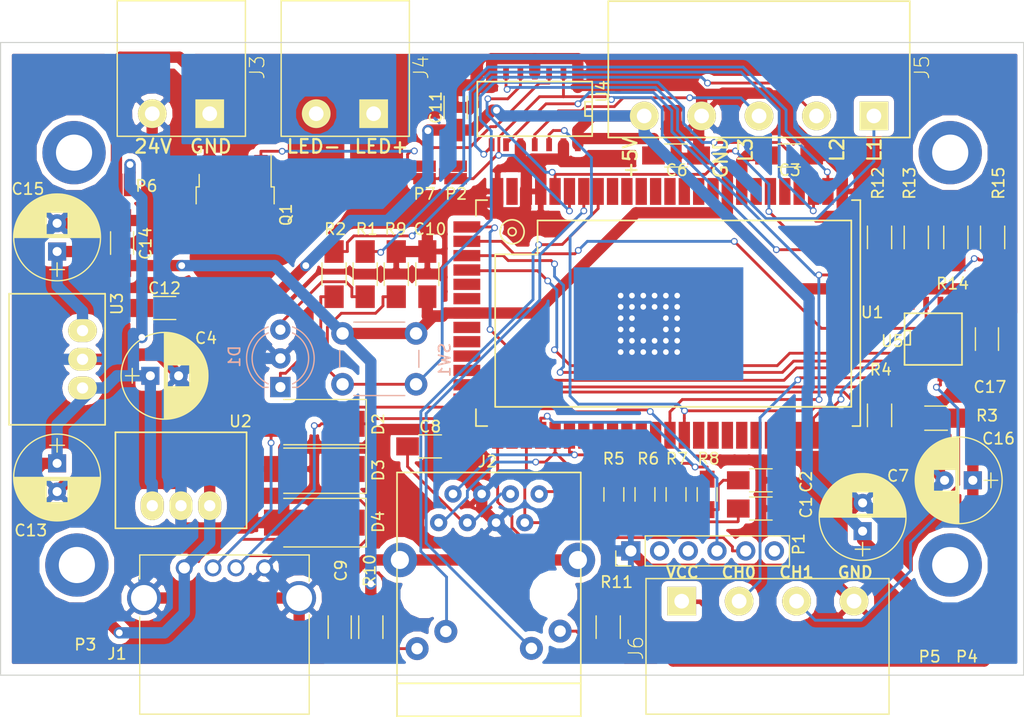
<source format=kicad_pcb>
(kicad_pcb (version 4) (host pcbnew 4.0.6)

  (general
    (links 142)
    (no_connects 0)
    (area 29.114287 35.4 184.35 131.650001)
    (thickness 1.6)
    (drawings 35)
    (tracks 793)
    (zones 0)
    (modules 59)
    (nets 87)
  )

  (page A4)
  (layers
    (0 F.Cu signal)
    (31 B.Cu signal)
    (32 B.Adhes user)
    (33 F.Adhes user)
    (34 B.Paste user)
    (35 F.Paste user)
    (36 B.SilkS user)
    (37 F.SilkS user)
    (38 B.Mask user)
    (39 F.Mask user)
    (40 Dwgs.User user hide)
    (41 Cmts.User user)
    (42 Eco1.User user)
    (43 Eco2.User user)
    (44 Edge.Cuts user)
    (45 Margin user)
    (46 B.CrtYd user)
    (47 F.CrtYd user)
    (48 B.Fab user hide)
    (49 F.Fab user hide)
  )

  (setup
    (last_trace_width 0.25)
    (trace_clearance 0.2)
    (zone_clearance 0.508)
    (zone_45_only no)
    (trace_min 0.2)
    (segment_width 0.2)
    (edge_width 0.1)
    (via_size 0.6)
    (via_drill 0.4)
    (via_min_size 0.4)
    (via_min_drill 0.3)
    (uvia_size 0.3)
    (uvia_drill 0.1)
    (uvias_allowed no)
    (uvia_min_size 0.2)
    (uvia_min_drill 0.1)
    (pcb_text_width 0.3)
    (pcb_text_size 1.5 1.5)
    (mod_edge_width 0.15)
    (mod_text_size 1 1)
    (mod_text_width 0.15)
    (pad_size 1.5 1.5)
    (pad_drill 0.6)
    (pad_to_mask_clearance 0)
    (aux_axis_origin 0 0)
    (visible_elements FFFEFF7F)
    (pcbplotparams
      (layerselection 0x00030_80000001)
      (usegerberextensions false)
      (excludeedgelayer true)
      (linewidth 0.100000)
      (plotframeref false)
      (viasonmask false)
      (mode 1)
      (useauxorigin false)
      (hpglpennumber 1)
      (hpglpenspeed 20)
      (hpglpendiameter 15)
      (hpglpenoverlay 2)
      (psnegative false)
      (psa4output false)
      (plotreference true)
      (plotvalue true)
      (plotinvisibletext false)
      (padsonsilk false)
      (subtractmaskfromsilk false)
      (outputformat 1)
      (mirror false)
      (drillshape 1)
      (scaleselection 1)
      (outputdirectory ""))
  )

  (net 0 "")
  (net 1 "Net-(C1-Pad1)")
  (net 2 GND)
  (net 3 "Net-(C2-Pad1)")
  (net 4 +3V3)
  (net 5 +24V)
  (net 6 "Net-(D1-Pad1)")
  (net 7 "Net-(D1-Pad3)")
  (net 8 "Net-(D2-Pad1)")
  (net 9 "Net-(D2-Pad2)")
  (net 10 "Net-(J2-Pad9)")
  (net 11 /ETH0_TX+)
  (net 12 /ETH0_TX-)
  (net 13 /ETH0_RX+)
  (net 14 /ETH0_RX-)
  (net 15 /ETH0_LED)
  (net 16 /WLAN_LED)
  (net 17 /Omega_RX)
  (net 18 /Omega_TX)
  (net 19 "Net-(R1-Pad1)")
  (net 20 "Net-(R2-Pad1)")
  (net 21 /USB+)
  (net 22 /USB-)
  (net 23 +5V)
  (net 24 "Net-(R9-Pad2)")
  (net 25 "Net-(C8-Pad1)")
  (net 26 "Net-(J2-Pad12)")
  (net 27 /LED_DATA1)
  (net 28 /LED_FET_5V)
  (net 29 /LED_FET_3V)
  (net 30 /LED_DATA1_3V)
  (net 31 /LED_DATA2_3V)
  (net 32 /LED_DATA3_3V)
  (net 33 /LED_DATA2)
  (net 34 "Net-(J6-Pad2)")
  (net 35 "Net-(J6-Pad3)")
  (net 36 /SPI_MOSI)
  (net 37 /SPI_MISO)
  (net 38 /SPI_CLK)
  (net 39 /SPI_CS1)
  (net 40 /LED_DATA3)
  (net 41 /CHS_GND)
  (net 42 /FET_PWR)
  (net 43 /SENS_PWR)
  (net 44 "Net-(MH1-Pad1)")
  (net 45 "Net-(MH2-Pad1)")
  (net 46 "Net-(MH3-Pad1)")
  (net 47 "Net-(MH4-Pad1)")
  (net 48 "Net-(P1-Pad2)")
  (net 49 "Net-(P1-Pad3)")
  (net 50 "Net-(P1-Pad6)")
  (net 51 "Net-(U1-PadA13)")
  (net 52 "Net-(U1-PadA12)")
  (net 53 "Net-(U1-PadA11)")
  (net 54 "Net-(U1-PadA10)")
  (net 55 "Net-(U1-PadA9)")
  (net 56 "Net-(U1-PadA8)")
  (net 57 "Net-(U1-PadA6)")
  (net 58 "Net-(U1-PadA5)")
  (net 59 "Net-(U1-PadB7)")
  (net 60 "Net-(U1-PadB8)")
  (net 61 "Net-(U1-PadB9)")
  (net 62 "Net-(U1-PadB10)")
  (net 63 "Net-(U1-PadB11)")
  (net 64 "Net-(U1-PadB12)")
  (net 65 "Net-(U1-PadB15)")
  (net 66 "Net-(U1-PadB16)")
  (net 67 "Net-(U1-PadB17)")
  (net 68 "Net-(U1-PadB18)")
  (net 69 "Net-(U1-PadB19)")
  (net 70 "Net-(U1-PadB20)")
  (net 71 "Net-(U1-PadB21)")
  (net 72 "Net-(U1-PadB22)")
  (net 73 "Net-(U1-PadC2)")
  (net 74 "Net-(U1-PadC9)")
  (net 75 "Net-(U1-PadC10)")
  (net 76 "Net-(U1-PadC11)")
  (net 77 "Net-(U1-PadC12)")
  (net 78 "Net-(U1-PadC13)")
  (net 79 "Net-(U1-PadC14)")
  (net 80 "Net-(U1-PadC15)")
  (net 81 "Net-(U1-PadC16)")
  (net 82 "Net-(U1-PadC19)")
  (net 83 "Net-(U1-PadC20)")
  (net 84 "Net-(U1-PadC21)")
  (net 85 /V_REG_IN)
  (net 86 "Net-(P7-Pad2)")

  (net_class Default "This is the default net class."
    (clearance 0.2)
    (trace_width 0.25)
    (via_dia 0.6)
    (via_drill 0.4)
    (uvia_dia 0.3)
    (uvia_drill 0.1)
    (add_net /ETH0_LED)
    (add_net /ETH0_RX+)
    (add_net /ETH0_RX-)
    (add_net /ETH0_TX+)
    (add_net /ETH0_TX-)
    (add_net /LED_DATA1)
    (add_net /LED_DATA1_3V)
    (add_net /LED_DATA2)
    (add_net /LED_DATA2_3V)
    (add_net /LED_DATA3)
    (add_net /LED_DATA3_3V)
    (add_net /LED_FET_3V)
    (add_net /LED_FET_5V)
    (add_net /Omega_RX)
    (add_net /Omega_TX)
    (add_net /SPI_CLK)
    (add_net /SPI_CS1)
    (add_net /SPI_MISO)
    (add_net /SPI_MOSI)
    (add_net /USB+)
    (add_net /USB-)
    (add_net /WLAN_LED)
    (add_net "Net-(C1-Pad1)")
    (add_net "Net-(C2-Pad1)")
    (add_net "Net-(C8-Pad1)")
    (add_net "Net-(D1-Pad1)")
    (add_net "Net-(D1-Pad3)")
    (add_net "Net-(D2-Pad1)")
    (add_net "Net-(D2-Pad2)")
    (add_net "Net-(J2-Pad12)")
    (add_net "Net-(J2-Pad9)")
    (add_net "Net-(J6-Pad2)")
    (add_net "Net-(J6-Pad3)")
    (add_net "Net-(MH1-Pad1)")
    (add_net "Net-(MH2-Pad1)")
    (add_net "Net-(MH3-Pad1)")
    (add_net "Net-(MH4-Pad1)")
    (add_net "Net-(P1-Pad2)")
    (add_net "Net-(P1-Pad3)")
    (add_net "Net-(P1-Pad6)")
    (add_net "Net-(P7-Pad2)")
    (add_net "Net-(R1-Pad1)")
    (add_net "Net-(R2-Pad1)")
    (add_net "Net-(R9-Pad2)")
    (add_net "Net-(U1-PadA10)")
    (add_net "Net-(U1-PadA11)")
    (add_net "Net-(U1-PadA12)")
    (add_net "Net-(U1-PadA13)")
    (add_net "Net-(U1-PadA5)")
    (add_net "Net-(U1-PadA6)")
    (add_net "Net-(U1-PadA8)")
    (add_net "Net-(U1-PadA9)")
    (add_net "Net-(U1-PadB10)")
    (add_net "Net-(U1-PadB11)")
    (add_net "Net-(U1-PadB12)")
    (add_net "Net-(U1-PadB15)")
    (add_net "Net-(U1-PadB16)")
    (add_net "Net-(U1-PadB17)")
    (add_net "Net-(U1-PadB18)")
    (add_net "Net-(U1-PadB19)")
    (add_net "Net-(U1-PadB20)")
    (add_net "Net-(U1-PadB21)")
    (add_net "Net-(U1-PadB22)")
    (add_net "Net-(U1-PadB7)")
    (add_net "Net-(U1-PadB8)")
    (add_net "Net-(U1-PadB9)")
    (add_net "Net-(U1-PadC10)")
    (add_net "Net-(U1-PadC11)")
    (add_net "Net-(U1-PadC12)")
    (add_net "Net-(U1-PadC13)")
    (add_net "Net-(U1-PadC14)")
    (add_net "Net-(U1-PadC15)")
    (add_net "Net-(U1-PadC16)")
    (add_net "Net-(U1-PadC19)")
    (add_net "Net-(U1-PadC2)")
    (add_net "Net-(U1-PadC20)")
    (add_net "Net-(U1-PadC21)")
    (add_net "Net-(U1-PadC9)")
  )

  (net_class Power ""
    (clearance 0.2)
    (trace_width 1)
    (via_dia 1)
    (via_drill 0.6)
    (uvia_dia 0.3)
    (uvia_drill 0.1)
    (add_net +24V)
    (add_net +3V3)
    (add_net +5V)
    (add_net /CHS_GND)
    (add_net /V_REG_IN)
    (add_net GND)
  )

  (net_class PowerFET ""
    (clearance 0.2)
    (trace_width 5)
    (via_dia 1)
    (via_drill 0.6)
    (uvia_dia 0.3)
    (uvia_drill 0.1)
    (add_net /FET_PWR)
  )

  (net_class PowerSmall ""
    (clearance 0.15)
    (trace_width 0.4)
    (via_dia 0.6)
    (via_drill 0.4)
    (uvia_dia 0.3)
    (uvia_drill 0.1)
    (add_net /SENS_PWR)
  )

  (module plan44:PULSE-J0026D21B (layer F.Cu) (tedit 5B44C41D) (tstamp 5B44B9DA)
    (at 110.75 106.5 180)
    (path /5B446B09)
    (fp_text reference J2 (at -4.312 5.408 360) (layer F.SilkS)
      (effects (font (size 1 1) (thickness 0.15)))
    )
    (fp_text value Pulse-J0026D21B (at -4.318 -15.748 180) (layer F.Fab)
      (effects (font (size 1 1) (thickness 0.15)))
    )
    (fp_line (start -13.208 -17.145) (end 4.191 -17.145) (layer F.CrtYd) (width 0.15))
    (fp_line (start 4.191 -17.145) (end 4.191 4.572) (layer F.CrtYd) (width 0.15))
    (fp_line (start 4.191 4.572) (end -13.081 4.572) (layer F.CrtYd) (width 0.15))
    (fp_line (start -13.081 4.572) (end -13.208 -17.145) (layer F.CrtYd) (width 0.15))
    (fp_line (start -12.573 -14.224) (end 3.683 -14.224) (layer F.SilkS) (width 0.15))
    (fp_line (start -12.573 4.445) (end -12.573 -17.145) (layer F.SilkS) (width 0.15))
    (fp_line (start -12.573 -17.145) (end 3.683 -17.145) (layer F.SilkS) (width 0.15))
    (fp_line (start 3.683 -17.145) (end 3.683 4.445) (layer F.SilkS) (width 0.15))
    (fp_line (start 3.683 4.445) (end -12.573 4.445) (layer F.SilkS) (width 0.15))
    (pad 9 thru_hole circle (at 1.905 -11.1506 180) (size 2.032 2.032) (drill 1.016) (layers *.Cu *.Mask)
      (net 10 "Net-(J2-Pad9)"))
    (pad 10 thru_hole circle (at -0.635 -9.6266 180) (size 2.032 2.032) (drill 1.016) (layers *.Cu *.Mask)
      (net 15 /ETH0_LED))
    (pad 11 thru_hole circle (at -8.2042 -11.1252 180) (size 2.032 2.032) (drill 1.016) (layers *.Cu *.Mask)
      (net 16 /WLAN_LED))
    (pad 12 thru_hole circle (at -10.7442 -9.6012 180) (size 2.032 2.032) (drill 1.016) (layers *.Cu *.Mask)
      (net 26 "Net-(J2-Pad12)"))
    (pad S2 thru_hole circle (at -12.319 -3.302 180) (size 3.048 3.048) (drill 1.6002) (layers *.Cu *.Mask)
      (net 41 /CHS_GND))
    (pad S1 thru_hole circle (at 3.429 -3.302 180) (size 3.048 3.048) (drill 1.6002) (layers *.Cu *.Mask)
      (net 41 /CHS_GND))
    (pad "" np_thru_hole circle (at -10.16 -6.35 180) (size 3.2 3.2) (drill 3.2) (layers *.Cu *.Mask))
    (pad 1 thru_hole circle (at 0 0 180) (size 1.524 1.524) (drill 0.762) (layers *.Cu *.Mask)
      (net 11 /ETH0_TX+))
    (pad 2 thru_hole circle (at -1.27 2.54 180) (size 1.524 1.524) (drill 0.762) (layers *.Cu *.Mask)
      (net 12 /ETH0_TX-))
    (pad 3 thru_hole circle (at -2.54 0 180) (size 1.524 1.524) (drill 0.762) (layers *.Cu *.Mask)
      (net 25 "Net-(C8-Pad1)"))
    (pad 4 thru_hole circle (at -3.81 2.54 180) (size 1.524 1.524) (drill 0.762) (layers *.Cu *.Mask)
      (net 2 GND))
    (pad 5 thru_hole circle (at -5.08 0 180) (size 1.524 1.524) (drill 0.762) (layers *.Cu *.Mask)
      (net 2 GND))
    (pad 6 thru_hole circle (at -6.35 2.54 180) (size 1.524 1.524) (drill 0.762) (layers *.Cu *.Mask)
      (net 25 "Net-(C8-Pad1)"))
    (pad 7 thru_hole circle (at -7.62 0 180) (size 1.524 1.524) (drill 0.762) (layers *.Cu *.Mask)
      (net 13 /ETH0_RX+))
    (pad 8 thru_hole circle (at -8.89 2.54 180) (size 1.524 1.524) (drill 0.762) (layers *.Cu *.Mask)
      (net 14 /ETH0_RX-))
    (pad "" np_thru_hole circle (at 1.27 -6.35 180) (size 3.2 3.2) (drill 3.2) (layers *.Cu *.Mask))
  )

  (module Capacitors_SMD:C_1206_HandSoldering (layer F.Cu) (tedit 5B44C2FC) (tstamp 5919EDE9)
    (at 139.25 105.25)
    (descr "Capacitor SMD 1206, hand soldering")
    (tags "capacitor 1206")
    (path /57FE18E9)
    (attr smd)
    (fp_text reference C1 (at 4.006 -0.094 90) (layer F.SilkS)
      (effects (font (size 1 1) (thickness 0.15)))
    )
    (fp_text value 100nF (at 0 2) (layer F.Fab)
      (effects (font (size 1 1) (thickness 0.15)))
    )
    (fp_text user %R (at 0 -1.75) (layer F.Fab)
      (effects (font (size 1 1) (thickness 0.15)))
    )
    (fp_line (start -1.6 0.8) (end -1.6 -0.8) (layer F.Fab) (width 0.1))
    (fp_line (start 1.6 0.8) (end -1.6 0.8) (layer F.Fab) (width 0.1))
    (fp_line (start 1.6 -0.8) (end 1.6 0.8) (layer F.Fab) (width 0.1))
    (fp_line (start -1.6 -0.8) (end 1.6 -0.8) (layer F.Fab) (width 0.1))
    (fp_line (start 1 -1.02) (end -1 -1.02) (layer F.SilkS) (width 0.12))
    (fp_line (start -1 1.02) (end 1 1.02) (layer F.SilkS) (width 0.12))
    (fp_line (start -3.25 -1.05) (end 3.25 -1.05) (layer F.CrtYd) (width 0.05))
    (fp_line (start -3.25 -1.05) (end -3.25 1.05) (layer F.CrtYd) (width 0.05))
    (fp_line (start 3.25 1.05) (end 3.25 -1.05) (layer F.CrtYd) (width 0.05))
    (fp_line (start 3.25 1.05) (end -3.25 1.05) (layer F.CrtYd) (width 0.05))
    (pad 1 smd rect (at -2 0) (size 2 1.6) (layers F.Cu F.Paste F.Mask)
      (net 1 "Net-(C1-Pad1)"))
    (pad 2 smd rect (at 2 0) (size 2 1.6) (layers F.Cu F.Paste F.Mask)
      (net 2 GND))
    (model Capacitors_SMD.3dshapes/C_1206.wrl
      (at (xyz 0 0 0))
      (scale (xyz 1 1 1))
      (rotate (xyz 0 0 0))
    )
  )

  (module Capacitors_SMD:C_1206_HandSoldering (layer F.Cu) (tedit 5B44C2F5) (tstamp 5919EDEF)
    (at 139.25 102.75)
    (descr "Capacitor SMD 1206, hand soldering")
    (tags "capacitor 1206")
    (path /57FE1952)
    (attr smd)
    (fp_text reference C2 (at 4.006 0.12 90) (layer F.SilkS)
      (effects (font (size 1 1) (thickness 0.15)))
    )
    (fp_text value 100nF (at 0 2) (layer F.Fab)
      (effects (font (size 1 1) (thickness 0.15)))
    )
    (fp_text user %R (at 0 -1.75) (layer F.Fab)
      (effects (font (size 1 1) (thickness 0.15)))
    )
    (fp_line (start -1.6 0.8) (end -1.6 -0.8) (layer F.Fab) (width 0.1))
    (fp_line (start 1.6 0.8) (end -1.6 0.8) (layer F.Fab) (width 0.1))
    (fp_line (start 1.6 -0.8) (end 1.6 0.8) (layer F.Fab) (width 0.1))
    (fp_line (start -1.6 -0.8) (end 1.6 -0.8) (layer F.Fab) (width 0.1))
    (fp_line (start 1 -1.02) (end -1 -1.02) (layer F.SilkS) (width 0.12))
    (fp_line (start -1 1.02) (end 1 1.02) (layer F.SilkS) (width 0.12))
    (fp_line (start -3.25 -1.05) (end 3.25 -1.05) (layer F.CrtYd) (width 0.05))
    (fp_line (start -3.25 -1.05) (end -3.25 1.05) (layer F.CrtYd) (width 0.05))
    (fp_line (start 3.25 1.05) (end 3.25 -1.05) (layer F.CrtYd) (width 0.05))
    (fp_line (start 3.25 1.05) (end -3.25 1.05) (layer F.CrtYd) (width 0.05))
    (pad 1 smd rect (at -2 0) (size 2 1.6) (layers F.Cu F.Paste F.Mask)
      (net 3 "Net-(C2-Pad1)"))
    (pad 2 smd rect (at 2 0) (size 2 1.6) (layers F.Cu F.Paste F.Mask)
      (net 2 GND))
    (model Capacitors_SMD.3dshapes/C_1206.wrl
      (at (xyz 0 0 0))
      (scale (xyz 1 1 1))
      (rotate (xyz 0 0 0))
    )
  )

  (module Capacitors_SMD:C_1206_HandSoldering (layer F.Cu) (tedit 5B44C37C) (tstamp 5919EDF5)
    (at 141.75 74)
    (descr "Capacitor SMD 1206, hand soldering")
    (tags "capacitor 1206")
    (path /57FDEF26)
    (attr smd)
    (fp_text reference C3 (at 0.05 1.3 180) (layer F.SilkS)
      (effects (font (size 1 1) (thickness 0.15)))
    )
    (fp_text value 100nF (at 0 2) (layer F.Fab)
      (effects (font (size 1 1) (thickness 0.15)))
    )
    (fp_text user %R (at 0 -1.75) (layer F.Fab)
      (effects (font (size 1 1) (thickness 0.15)))
    )
    (fp_line (start -1.6 0.8) (end -1.6 -0.8) (layer F.Fab) (width 0.1))
    (fp_line (start 1.6 0.8) (end -1.6 0.8) (layer F.Fab) (width 0.1))
    (fp_line (start 1.6 -0.8) (end 1.6 0.8) (layer F.Fab) (width 0.1))
    (fp_line (start -1.6 -0.8) (end 1.6 -0.8) (layer F.Fab) (width 0.1))
    (fp_line (start 1 -1.02) (end -1 -1.02) (layer F.SilkS) (width 0.12))
    (fp_line (start -1 1.02) (end 1 1.02) (layer F.SilkS) (width 0.12))
    (fp_line (start -3.25 -1.05) (end 3.25 -1.05) (layer F.CrtYd) (width 0.05))
    (fp_line (start -3.25 -1.05) (end -3.25 1.05) (layer F.CrtYd) (width 0.05))
    (fp_line (start 3.25 1.05) (end 3.25 -1.05) (layer F.CrtYd) (width 0.05))
    (fp_line (start 3.25 1.05) (end -3.25 1.05) (layer F.CrtYd) (width 0.05))
    (pad 1 smd rect (at -2 0) (size 2 1.6) (layers F.Cu F.Paste F.Mask)
      (net 4 +3V3))
    (pad 2 smd rect (at 2 0) (size 2 1.6) (layers F.Cu F.Paste F.Mask)
      (net 2 GND))
    (model Capacitors_SMD.3dshapes/C_1206.wrl
      (at (xyz 0 0 0))
      (scale (xyz 1 1 1))
      (rotate (xyz 0 0 0))
    )
  )

  (module Capacitors_SMD:C_1206_HandSoldering (layer F.Cu) (tedit 5B44C382) (tstamp 5919EE07)
    (at 131.75 74)
    (descr "Capacitor SMD 1206, hand soldering")
    (tags "capacitor 1206")
    (path /57FDEF1F)
    (attr smd)
    (fp_text reference C6 (at 0.05 1.3 180) (layer F.SilkS)
      (effects (font (size 1 1) (thickness 0.15)))
    )
    (fp_text value 100nF (at 0 2) (layer F.Fab)
      (effects (font (size 1 1) (thickness 0.15)))
    )
    (fp_text user %R (at 0 -1.75) (layer F.Fab)
      (effects (font (size 1 1) (thickness 0.15)))
    )
    (fp_line (start -1.6 0.8) (end -1.6 -0.8) (layer F.Fab) (width 0.1))
    (fp_line (start 1.6 0.8) (end -1.6 0.8) (layer F.Fab) (width 0.1))
    (fp_line (start 1.6 -0.8) (end 1.6 0.8) (layer F.Fab) (width 0.1))
    (fp_line (start -1.6 -0.8) (end 1.6 -0.8) (layer F.Fab) (width 0.1))
    (fp_line (start 1 -1.02) (end -1 -1.02) (layer F.SilkS) (width 0.12))
    (fp_line (start -1 1.02) (end 1 1.02) (layer F.SilkS) (width 0.12))
    (fp_line (start -3.25 -1.05) (end 3.25 -1.05) (layer F.CrtYd) (width 0.05))
    (fp_line (start -3.25 -1.05) (end -3.25 1.05) (layer F.CrtYd) (width 0.05))
    (fp_line (start 3.25 1.05) (end 3.25 -1.05) (layer F.CrtYd) (width 0.05))
    (fp_line (start 3.25 1.05) (end -3.25 1.05) (layer F.CrtYd) (width 0.05))
    (pad 1 smd rect (at -2 0) (size 2 1.6) (layers F.Cu F.Paste F.Mask)
      (net 23 +5V))
    (pad 2 smd rect (at 2 0) (size 2 1.6) (layers F.Cu F.Paste F.Mask)
      (net 2 GND))
    (model Capacitors_SMD.3dshapes/C_1206.wrl
      (at (xyz 0 0 0))
      (scale (xyz 1 1 1))
      (rotate (xyz 0 0 0))
    )
  )

  (module Capacitors_SMD:C_1206_HandSoldering (layer F.Cu) (tedit 58AA84D1) (tstamp 5919EE13)
    (at 110 99.75)
    (descr "Capacitor SMD 1206, hand soldering")
    (tags "capacitor 1206")
    (path /57FE0D5B)
    (attr smd)
    (fp_text reference C8 (at 0 -1.75) (layer F.SilkS)
      (effects (font (size 1 1) (thickness 0.15)))
    )
    (fp_text value 1uF (at 0 2) (layer F.Fab)
      (effects (font (size 1 1) (thickness 0.15)))
    )
    (fp_text user %R (at 0 -1.75) (layer F.Fab)
      (effects (font (size 1 1) (thickness 0.15)))
    )
    (fp_line (start -1.6 0.8) (end -1.6 -0.8) (layer F.Fab) (width 0.1))
    (fp_line (start 1.6 0.8) (end -1.6 0.8) (layer F.Fab) (width 0.1))
    (fp_line (start 1.6 -0.8) (end 1.6 0.8) (layer F.Fab) (width 0.1))
    (fp_line (start -1.6 -0.8) (end 1.6 -0.8) (layer F.Fab) (width 0.1))
    (fp_line (start 1 -1.02) (end -1 -1.02) (layer F.SilkS) (width 0.12))
    (fp_line (start -1 1.02) (end 1 1.02) (layer F.SilkS) (width 0.12))
    (fp_line (start -3.25 -1.05) (end 3.25 -1.05) (layer F.CrtYd) (width 0.05))
    (fp_line (start -3.25 -1.05) (end -3.25 1.05) (layer F.CrtYd) (width 0.05))
    (fp_line (start 3.25 1.05) (end 3.25 -1.05) (layer F.CrtYd) (width 0.05))
    (fp_line (start 3.25 1.05) (end -3.25 1.05) (layer F.CrtYd) (width 0.05))
    (pad 1 smd rect (at -2 0) (size 2 1.6) (layers F.Cu F.Paste F.Mask)
      (net 25 "Net-(C8-Pad1)"))
    (pad 2 smd rect (at 2 0) (size 2 1.6) (layers F.Cu F.Paste F.Mask)
      (net 2 GND))
    (model Capacitors_SMD.3dshapes/C_1206.wrl
      (at (xyz 0 0 0))
      (scale (xyz 1 1 1))
      (rotate (xyz 0 0 0))
    )
  )

  (module Capacitors_SMD:C_1206_HandSoldering (layer F.Cu) (tedit 5B44C3ED) (tstamp 5919EE1F)
    (at 109.75 84.5 90)
    (descr "Capacitor SMD 1206, hand soldering")
    (tags "capacitor 1206")
    (path /58C2C8F4)
    (attr smd)
    (fp_text reference C10 (at 3.982 0.232 180) (layer F.SilkS)
      (effects (font (size 1 1) (thickness 0.15)))
    )
    (fp_text value 100nF (at 0 2 90) (layer F.Fab)
      (effects (font (size 1 1) (thickness 0.15)))
    )
    (fp_text user %R (at 0 -1.75 90) (layer F.Fab)
      (effects (font (size 1 1) (thickness 0.15)))
    )
    (fp_line (start -1.6 0.8) (end -1.6 -0.8) (layer F.Fab) (width 0.1))
    (fp_line (start 1.6 0.8) (end -1.6 0.8) (layer F.Fab) (width 0.1))
    (fp_line (start 1.6 -0.8) (end 1.6 0.8) (layer F.Fab) (width 0.1))
    (fp_line (start -1.6 -0.8) (end 1.6 -0.8) (layer F.Fab) (width 0.1))
    (fp_line (start 1 -1.02) (end -1 -1.02) (layer F.SilkS) (width 0.12))
    (fp_line (start -1 1.02) (end 1 1.02) (layer F.SilkS) (width 0.12))
    (fp_line (start -3.25 -1.05) (end 3.25 -1.05) (layer F.CrtYd) (width 0.05))
    (fp_line (start -3.25 -1.05) (end -3.25 1.05) (layer F.CrtYd) (width 0.05))
    (fp_line (start 3.25 1.05) (end 3.25 -1.05) (layer F.CrtYd) (width 0.05))
    (fp_line (start 3.25 1.05) (end -3.25 1.05) (layer F.CrtYd) (width 0.05))
    (pad 1 smd rect (at -2 0 90) (size 2 1.6) (layers F.Cu F.Paste F.Mask)
      (net 4 +3V3))
    (pad 2 smd rect (at 2 0 90) (size 2 1.6) (layers F.Cu F.Paste F.Mask)
      (net 2 GND))
    (model Capacitors_SMD.3dshapes/C_1206.wrl
      (at (xyz 0 0 0))
      (scale (xyz 1 1 1))
      (rotate (xyz 0 0 0))
    )
  )

  (module Capacitors_SMD:C_1206_HandSoldering (layer F.Cu) (tedit 58AA84D1) (tstamp 5919EE2B)
    (at 86.5 87.5)
    (descr "Capacitor SMD 1206, hand soldering")
    (tags "capacitor 1206")
    (path /5B4390CB)
    (attr smd)
    (fp_text reference C12 (at 0 -1.75) (layer F.SilkS)
      (effects (font (size 1 1) (thickness 0.15)))
    )
    (fp_text value 100nF (at 0 2) (layer F.Fab)
      (effects (font (size 1 1) (thickness 0.15)))
    )
    (fp_text user %R (at 0 -1.75) (layer F.Fab)
      (effects (font (size 1 1) (thickness 0.15)))
    )
    (fp_line (start -1.6 0.8) (end -1.6 -0.8) (layer F.Fab) (width 0.1))
    (fp_line (start 1.6 0.8) (end -1.6 0.8) (layer F.Fab) (width 0.1))
    (fp_line (start 1.6 -0.8) (end 1.6 0.8) (layer F.Fab) (width 0.1))
    (fp_line (start -1.6 -0.8) (end 1.6 -0.8) (layer F.Fab) (width 0.1))
    (fp_line (start 1 -1.02) (end -1 -1.02) (layer F.SilkS) (width 0.12))
    (fp_line (start -1 1.02) (end 1 1.02) (layer F.SilkS) (width 0.12))
    (fp_line (start -3.25 -1.05) (end 3.25 -1.05) (layer F.CrtYd) (width 0.05))
    (fp_line (start -3.25 -1.05) (end -3.25 1.05) (layer F.CrtYd) (width 0.05))
    (fp_line (start 3.25 1.05) (end 3.25 -1.05) (layer F.CrtYd) (width 0.05))
    (fp_line (start 3.25 1.05) (end -3.25 1.05) (layer F.CrtYd) (width 0.05))
    (pad 1 smd rect (at -2 0) (size 2 1.6) (layers F.Cu F.Paste F.Mask)
      (net 85 /V_REG_IN))
    (pad 2 smd rect (at 2 0) (size 2 1.6) (layers F.Cu F.Paste F.Mask)
      (net 2 GND))
    (model Capacitors_SMD.3dshapes/C_1206.wrl
      (at (xyz 0 0 0))
      (scale (xyz 1 1 1))
      (rotate (xyz 0 0 0))
    )
  )

  (module Capacitors_ThroughHole:CP_Radial_D7.5mm_P2.50mm (layer F.Cu) (tedit 5B44C252) (tstamp 5919EE31)
    (at 77 101.25 270)
    (descr "CP, Radial series, Radial, pin pitch=2.50mm, , diameter=7.5mm, Electrolytic Capacitor")
    (tags "CP Radial series Radial pin pitch 2.50mm  diameter 7.5mm Electrolytic Capacitor")
    (path /5B4390A3)
    (fp_text reference C13 (at 5.938 2.324 360) (layer F.SilkS)
      (effects (font (size 1 1) (thickness 0.15)))
    )
    (fp_text value "10uF 50VDC" (at 1.25 4.81 270) (layer F.Fab)
      (effects (font (size 1 1) (thickness 0.15)))
    )
    (fp_circle (center 1.25 0) (end 5 0) (layer F.Fab) (width 0.1))
    (fp_circle (center 1.25 0) (end 5.09 0) (layer F.SilkS) (width 0.12))
    (fp_line (start -2.2 0) (end -1 0) (layer F.Fab) (width 0.1))
    (fp_line (start -1.6 -0.65) (end -1.6 0.65) (layer F.Fab) (width 0.1))
    (fp_line (start 1.25 -3.8) (end 1.25 3.8) (layer F.SilkS) (width 0.12))
    (fp_line (start 1.29 -3.8) (end 1.29 3.8) (layer F.SilkS) (width 0.12))
    (fp_line (start 1.33 -3.8) (end 1.33 3.8) (layer F.SilkS) (width 0.12))
    (fp_line (start 1.37 -3.799) (end 1.37 3.799) (layer F.SilkS) (width 0.12))
    (fp_line (start 1.41 -3.797) (end 1.41 3.797) (layer F.SilkS) (width 0.12))
    (fp_line (start 1.45 -3.795) (end 1.45 3.795) (layer F.SilkS) (width 0.12))
    (fp_line (start 1.49 -3.793) (end 1.49 3.793) (layer F.SilkS) (width 0.12))
    (fp_line (start 1.53 -3.79) (end 1.53 -0.98) (layer F.SilkS) (width 0.12))
    (fp_line (start 1.53 0.98) (end 1.53 3.79) (layer F.SilkS) (width 0.12))
    (fp_line (start 1.57 -3.787) (end 1.57 -0.98) (layer F.SilkS) (width 0.12))
    (fp_line (start 1.57 0.98) (end 1.57 3.787) (layer F.SilkS) (width 0.12))
    (fp_line (start 1.61 -3.784) (end 1.61 -0.98) (layer F.SilkS) (width 0.12))
    (fp_line (start 1.61 0.98) (end 1.61 3.784) (layer F.SilkS) (width 0.12))
    (fp_line (start 1.65 -3.78) (end 1.65 -0.98) (layer F.SilkS) (width 0.12))
    (fp_line (start 1.65 0.98) (end 1.65 3.78) (layer F.SilkS) (width 0.12))
    (fp_line (start 1.69 -3.775) (end 1.69 -0.98) (layer F.SilkS) (width 0.12))
    (fp_line (start 1.69 0.98) (end 1.69 3.775) (layer F.SilkS) (width 0.12))
    (fp_line (start 1.73 -3.77) (end 1.73 -0.98) (layer F.SilkS) (width 0.12))
    (fp_line (start 1.73 0.98) (end 1.73 3.77) (layer F.SilkS) (width 0.12))
    (fp_line (start 1.77 -3.765) (end 1.77 -0.98) (layer F.SilkS) (width 0.12))
    (fp_line (start 1.77 0.98) (end 1.77 3.765) (layer F.SilkS) (width 0.12))
    (fp_line (start 1.81 -3.759) (end 1.81 -0.98) (layer F.SilkS) (width 0.12))
    (fp_line (start 1.81 0.98) (end 1.81 3.759) (layer F.SilkS) (width 0.12))
    (fp_line (start 1.85 -3.753) (end 1.85 -0.98) (layer F.SilkS) (width 0.12))
    (fp_line (start 1.85 0.98) (end 1.85 3.753) (layer F.SilkS) (width 0.12))
    (fp_line (start 1.89 -3.747) (end 1.89 -0.98) (layer F.SilkS) (width 0.12))
    (fp_line (start 1.89 0.98) (end 1.89 3.747) (layer F.SilkS) (width 0.12))
    (fp_line (start 1.93 -3.74) (end 1.93 -0.98) (layer F.SilkS) (width 0.12))
    (fp_line (start 1.93 0.98) (end 1.93 3.74) (layer F.SilkS) (width 0.12))
    (fp_line (start 1.971 -3.732) (end 1.971 -0.98) (layer F.SilkS) (width 0.12))
    (fp_line (start 1.971 0.98) (end 1.971 3.732) (layer F.SilkS) (width 0.12))
    (fp_line (start 2.011 -3.725) (end 2.011 -0.98) (layer F.SilkS) (width 0.12))
    (fp_line (start 2.011 0.98) (end 2.011 3.725) (layer F.SilkS) (width 0.12))
    (fp_line (start 2.051 -3.716) (end 2.051 -0.98) (layer F.SilkS) (width 0.12))
    (fp_line (start 2.051 0.98) (end 2.051 3.716) (layer F.SilkS) (width 0.12))
    (fp_line (start 2.091 -3.707) (end 2.091 -0.98) (layer F.SilkS) (width 0.12))
    (fp_line (start 2.091 0.98) (end 2.091 3.707) (layer F.SilkS) (width 0.12))
    (fp_line (start 2.131 -3.698) (end 2.131 -0.98) (layer F.SilkS) (width 0.12))
    (fp_line (start 2.131 0.98) (end 2.131 3.698) (layer F.SilkS) (width 0.12))
    (fp_line (start 2.171 -3.689) (end 2.171 -0.98) (layer F.SilkS) (width 0.12))
    (fp_line (start 2.171 0.98) (end 2.171 3.689) (layer F.SilkS) (width 0.12))
    (fp_line (start 2.211 -3.679) (end 2.211 -0.98) (layer F.SilkS) (width 0.12))
    (fp_line (start 2.211 0.98) (end 2.211 3.679) (layer F.SilkS) (width 0.12))
    (fp_line (start 2.251 -3.668) (end 2.251 -0.98) (layer F.SilkS) (width 0.12))
    (fp_line (start 2.251 0.98) (end 2.251 3.668) (layer F.SilkS) (width 0.12))
    (fp_line (start 2.291 -3.657) (end 2.291 -0.98) (layer F.SilkS) (width 0.12))
    (fp_line (start 2.291 0.98) (end 2.291 3.657) (layer F.SilkS) (width 0.12))
    (fp_line (start 2.331 -3.645) (end 2.331 -0.98) (layer F.SilkS) (width 0.12))
    (fp_line (start 2.331 0.98) (end 2.331 3.645) (layer F.SilkS) (width 0.12))
    (fp_line (start 2.371 -3.634) (end 2.371 -0.98) (layer F.SilkS) (width 0.12))
    (fp_line (start 2.371 0.98) (end 2.371 3.634) (layer F.SilkS) (width 0.12))
    (fp_line (start 2.411 -3.621) (end 2.411 -0.98) (layer F.SilkS) (width 0.12))
    (fp_line (start 2.411 0.98) (end 2.411 3.621) (layer F.SilkS) (width 0.12))
    (fp_line (start 2.451 -3.608) (end 2.451 -0.98) (layer F.SilkS) (width 0.12))
    (fp_line (start 2.451 0.98) (end 2.451 3.608) (layer F.SilkS) (width 0.12))
    (fp_line (start 2.491 -3.595) (end 2.491 -0.98) (layer F.SilkS) (width 0.12))
    (fp_line (start 2.491 0.98) (end 2.491 3.595) (layer F.SilkS) (width 0.12))
    (fp_line (start 2.531 -3.581) (end 2.531 -0.98) (layer F.SilkS) (width 0.12))
    (fp_line (start 2.531 0.98) (end 2.531 3.581) (layer F.SilkS) (width 0.12))
    (fp_line (start 2.571 -3.566) (end 2.571 -0.98) (layer F.SilkS) (width 0.12))
    (fp_line (start 2.571 0.98) (end 2.571 3.566) (layer F.SilkS) (width 0.12))
    (fp_line (start 2.611 -3.552) (end 2.611 -0.98) (layer F.SilkS) (width 0.12))
    (fp_line (start 2.611 0.98) (end 2.611 3.552) (layer F.SilkS) (width 0.12))
    (fp_line (start 2.651 -3.536) (end 2.651 -0.98) (layer F.SilkS) (width 0.12))
    (fp_line (start 2.651 0.98) (end 2.651 3.536) (layer F.SilkS) (width 0.12))
    (fp_line (start 2.691 -3.52) (end 2.691 -0.98) (layer F.SilkS) (width 0.12))
    (fp_line (start 2.691 0.98) (end 2.691 3.52) (layer F.SilkS) (width 0.12))
    (fp_line (start 2.731 -3.504) (end 2.731 -0.98) (layer F.SilkS) (width 0.12))
    (fp_line (start 2.731 0.98) (end 2.731 3.504) (layer F.SilkS) (width 0.12))
    (fp_line (start 2.771 -3.487) (end 2.771 -0.98) (layer F.SilkS) (width 0.12))
    (fp_line (start 2.771 0.98) (end 2.771 3.487) (layer F.SilkS) (width 0.12))
    (fp_line (start 2.811 -3.469) (end 2.811 -0.98) (layer F.SilkS) (width 0.12))
    (fp_line (start 2.811 0.98) (end 2.811 3.469) (layer F.SilkS) (width 0.12))
    (fp_line (start 2.851 -3.451) (end 2.851 -0.98) (layer F.SilkS) (width 0.12))
    (fp_line (start 2.851 0.98) (end 2.851 3.451) (layer F.SilkS) (width 0.12))
    (fp_line (start 2.891 -3.433) (end 2.891 -0.98) (layer F.SilkS) (width 0.12))
    (fp_line (start 2.891 0.98) (end 2.891 3.433) (layer F.SilkS) (width 0.12))
    (fp_line (start 2.931 -3.413) (end 2.931 -0.98) (layer F.SilkS) (width 0.12))
    (fp_line (start 2.931 0.98) (end 2.931 3.413) (layer F.SilkS) (width 0.12))
    (fp_line (start 2.971 -3.394) (end 2.971 -0.98) (layer F.SilkS) (width 0.12))
    (fp_line (start 2.971 0.98) (end 2.971 3.394) (layer F.SilkS) (width 0.12))
    (fp_line (start 3.011 -3.373) (end 3.011 -0.98) (layer F.SilkS) (width 0.12))
    (fp_line (start 3.011 0.98) (end 3.011 3.373) (layer F.SilkS) (width 0.12))
    (fp_line (start 3.051 -3.352) (end 3.051 -0.98) (layer F.SilkS) (width 0.12))
    (fp_line (start 3.051 0.98) (end 3.051 3.352) (layer F.SilkS) (width 0.12))
    (fp_line (start 3.091 -3.331) (end 3.091 -0.98) (layer F.SilkS) (width 0.12))
    (fp_line (start 3.091 0.98) (end 3.091 3.331) (layer F.SilkS) (width 0.12))
    (fp_line (start 3.131 -3.309) (end 3.131 -0.98) (layer F.SilkS) (width 0.12))
    (fp_line (start 3.131 0.98) (end 3.131 3.309) (layer F.SilkS) (width 0.12))
    (fp_line (start 3.171 -3.286) (end 3.171 -0.98) (layer F.SilkS) (width 0.12))
    (fp_line (start 3.171 0.98) (end 3.171 3.286) (layer F.SilkS) (width 0.12))
    (fp_line (start 3.211 -3.263) (end 3.211 -0.98) (layer F.SilkS) (width 0.12))
    (fp_line (start 3.211 0.98) (end 3.211 3.263) (layer F.SilkS) (width 0.12))
    (fp_line (start 3.251 -3.239) (end 3.251 -0.98) (layer F.SilkS) (width 0.12))
    (fp_line (start 3.251 0.98) (end 3.251 3.239) (layer F.SilkS) (width 0.12))
    (fp_line (start 3.291 -3.214) (end 3.291 -0.98) (layer F.SilkS) (width 0.12))
    (fp_line (start 3.291 0.98) (end 3.291 3.214) (layer F.SilkS) (width 0.12))
    (fp_line (start 3.331 -3.188) (end 3.331 -0.98) (layer F.SilkS) (width 0.12))
    (fp_line (start 3.331 0.98) (end 3.331 3.188) (layer F.SilkS) (width 0.12))
    (fp_line (start 3.371 -3.162) (end 3.371 -0.98) (layer F.SilkS) (width 0.12))
    (fp_line (start 3.371 0.98) (end 3.371 3.162) (layer F.SilkS) (width 0.12))
    (fp_line (start 3.411 -3.135) (end 3.411 -0.98) (layer F.SilkS) (width 0.12))
    (fp_line (start 3.411 0.98) (end 3.411 3.135) (layer F.SilkS) (width 0.12))
    (fp_line (start 3.451 -3.108) (end 3.451 -0.98) (layer F.SilkS) (width 0.12))
    (fp_line (start 3.451 0.98) (end 3.451 3.108) (layer F.SilkS) (width 0.12))
    (fp_line (start 3.491 -3.079) (end 3.491 3.079) (layer F.SilkS) (width 0.12))
    (fp_line (start 3.531 -3.05) (end 3.531 3.05) (layer F.SilkS) (width 0.12))
    (fp_line (start 3.571 -3.02) (end 3.571 3.02) (layer F.SilkS) (width 0.12))
    (fp_line (start 3.611 -2.99) (end 3.611 2.99) (layer F.SilkS) (width 0.12))
    (fp_line (start 3.651 -2.958) (end 3.651 2.958) (layer F.SilkS) (width 0.12))
    (fp_line (start 3.691 -2.926) (end 3.691 2.926) (layer F.SilkS) (width 0.12))
    (fp_line (start 3.731 -2.892) (end 3.731 2.892) (layer F.SilkS) (width 0.12))
    (fp_line (start 3.771 -2.858) (end 3.771 2.858) (layer F.SilkS) (width 0.12))
    (fp_line (start 3.811 -2.823) (end 3.811 2.823) (layer F.SilkS) (width 0.12))
    (fp_line (start 3.851 -2.786) (end 3.851 2.786) (layer F.SilkS) (width 0.12))
    (fp_line (start 3.891 -2.749) (end 3.891 2.749) (layer F.SilkS) (width 0.12))
    (fp_line (start 3.931 -2.711) (end 3.931 2.711) (layer F.SilkS) (width 0.12))
    (fp_line (start 3.971 -2.671) (end 3.971 2.671) (layer F.SilkS) (width 0.12))
    (fp_line (start 4.011 -2.63) (end 4.011 2.63) (layer F.SilkS) (width 0.12))
    (fp_line (start 4.051 -2.588) (end 4.051 2.588) (layer F.SilkS) (width 0.12))
    (fp_line (start 4.091 -2.545) (end 4.091 2.545) (layer F.SilkS) (width 0.12))
    (fp_line (start 4.131 -2.5) (end 4.131 2.5) (layer F.SilkS) (width 0.12))
    (fp_line (start 4.171 -2.454) (end 4.171 2.454) (layer F.SilkS) (width 0.12))
    (fp_line (start 4.211 -2.407) (end 4.211 2.407) (layer F.SilkS) (width 0.12))
    (fp_line (start 4.251 -2.357) (end 4.251 2.357) (layer F.SilkS) (width 0.12))
    (fp_line (start 4.291 -2.307) (end 4.291 2.307) (layer F.SilkS) (width 0.12))
    (fp_line (start 4.331 -2.254) (end 4.331 2.254) (layer F.SilkS) (width 0.12))
    (fp_line (start 4.371 -2.199) (end 4.371 2.199) (layer F.SilkS) (width 0.12))
    (fp_line (start 4.411 -2.142) (end 4.411 2.142) (layer F.SilkS) (width 0.12))
    (fp_line (start 4.451 -2.083) (end 4.451 2.083) (layer F.SilkS) (width 0.12))
    (fp_line (start 4.491 -2.022) (end 4.491 2.022) (layer F.SilkS) (width 0.12))
    (fp_line (start 4.531 -1.957) (end 4.531 1.957) (layer F.SilkS) (width 0.12))
    (fp_line (start 4.571 -1.89) (end 4.571 1.89) (layer F.SilkS) (width 0.12))
    (fp_line (start 4.611 -1.82) (end 4.611 1.82) (layer F.SilkS) (width 0.12))
    (fp_line (start 4.651 -1.745) (end 4.651 1.745) (layer F.SilkS) (width 0.12))
    (fp_line (start 4.691 -1.667) (end 4.691 1.667) (layer F.SilkS) (width 0.12))
    (fp_line (start 4.731 -1.584) (end 4.731 1.584) (layer F.SilkS) (width 0.12))
    (fp_line (start 4.771 -1.495) (end 4.771 1.495) (layer F.SilkS) (width 0.12))
    (fp_line (start 4.811 -1.4) (end 4.811 1.4) (layer F.SilkS) (width 0.12))
    (fp_line (start 4.851 -1.297) (end 4.851 1.297) (layer F.SilkS) (width 0.12))
    (fp_line (start 4.891 -1.184) (end 4.891 1.184) (layer F.SilkS) (width 0.12))
    (fp_line (start 4.931 -1.057) (end 4.931 1.057) (layer F.SilkS) (width 0.12))
    (fp_line (start 4.971 -0.913) (end 4.971 0.913) (layer F.SilkS) (width 0.12))
    (fp_line (start 5.011 -0.74) (end 5.011 0.74) (layer F.SilkS) (width 0.12))
    (fp_line (start 5.051 -0.513) (end 5.051 0.513) (layer F.SilkS) (width 0.12))
    (fp_line (start -2.2 0) (end -1 0) (layer F.SilkS) (width 0.12))
    (fp_line (start -1.6 -0.65) (end -1.6 0.65) (layer F.SilkS) (width 0.12))
    (fp_line (start -2.85 -4.1) (end -2.85 4.1) (layer F.CrtYd) (width 0.05))
    (fp_line (start -2.85 4.1) (end 5.35 4.1) (layer F.CrtYd) (width 0.05))
    (fp_line (start 5.35 4.1) (end 5.35 -4.1) (layer F.CrtYd) (width 0.05))
    (fp_line (start 5.35 -4.1) (end -2.85 -4.1) (layer F.CrtYd) (width 0.05))
    (pad 1 thru_hole rect (at 0 0 270) (size 1.6 1.6) (drill 0.8) (layers *.Cu *.Mask)
      (net 85 /V_REG_IN))
    (pad 2 thru_hole circle (at 2.5 0 270) (size 1.6 1.6) (drill 0.8) (layers *.Cu *.Mask)
      (net 2 GND))
    (model Capacitors_THT.3dshapes/CP_Radial_D7.5mm_P2.50mm.wrl
      (at (xyz 0 0 0))
      (scale (xyz 0.393701 0.393701 0.393701))
      (rotate (xyz 0 0 0))
    )
  )

  (module LEDs:LED_D5.0mm-3 (layer B.Cu) (tedit 591A2DFE) (tstamp 5919EE5C)
    (at 96.75 94.5 90)
    (descr "LED, diameter 5.0mm, 2 pins, diameter 5.0mm, 3 pins, http://www.kingbright.com/attachments/file/psearch/000/00/00/L-59EGC(Ver.17A).pdf")
    (tags "LED diameter 5.0mm 2 pins diameter 5.0mm 3 pins")
    (path /5917BF20)
    (fp_text reference D1 (at 2.706 -4.06 90) (layer B.SilkS)
      (effects (font (size 1 1) (thickness 0.15)) (justify mirror))
    )
    (fp_text value "Everlight 339-1SURSYGW/S530-A3" (at 2.54 -3.96 90) (layer B.Fab)
      (effects (font (size 1 1) (thickness 0.15)) (justify mirror))
    )
    (fp_arc (start 2.54 0) (end 0.04 1.469694) (angle -299.1) (layer B.Fab) (width 0.1))
    (fp_arc (start 2.54 0) (end -0.02 1.54483) (angle -127.7) (layer B.SilkS) (width 0.12))
    (fp_arc (start 2.54 0) (end -0.02 -1.54483) (angle 127.7) (layer B.SilkS) (width 0.12))
    (fp_arc (start 2.54 0) (end 0.285316 1.08) (angle -128.8) (layer B.SilkS) (width 0.12))
    (fp_arc (start 2.54 0) (end 0.285316 -1.08) (angle 128.8) (layer B.SilkS) (width 0.12))
    (fp_circle (center 2.54 0) (end 5.04 0) (layer B.Fab) (width 0.1))
    (fp_line (start 0.04 1.469694) (end 0.04 -1.469694) (layer B.Fab) (width 0.1))
    (fp_line (start -0.02 1.545) (end -0.02 1.08) (layer B.SilkS) (width 0.12))
    (fp_line (start -0.02 -1.08) (end -0.02 -1.545) (layer B.SilkS) (width 0.12))
    (fp_line (start -1.15 3.25) (end -1.15 -3.25) (layer B.CrtYd) (width 0.05))
    (fp_line (start -1.15 -3.25) (end 6.25 -3.25) (layer B.CrtYd) (width 0.05))
    (fp_line (start 6.25 -3.25) (end 6.25 3.25) (layer B.CrtYd) (width 0.05))
    (fp_line (start 6.25 3.25) (end -1.15 3.25) (layer B.CrtYd) (width 0.05))
    (pad 1 thru_hole rect (at 0 0 90) (size 1.8 1.8) (drill 0.9) (layers *.Cu *.Mask)
      (net 6 "Net-(D1-Pad1)"))
    (pad 2 thru_hole circle (at 2.54 0 90) (size 1.8 1.8) (drill 0.9) (layers *.Cu *.Mask)
      (net 2 GND))
    (pad 3 thru_hole circle (at 5.08 0 90) (size 1.8 1.8) (drill 0.9) (layers *.Cu *.Mask)
      (net 7 "Net-(D1-Pad3)"))
    (model LEDs.3dshapes/LED_D5.0mm-3.wrl
      (at (xyz 0 0 0))
      (scale (xyz 0.393701 0.393701 0.393701))
      (rotate (xyz 0 0 0))
    )
  )

  (module Diodes_SMD:D_SMB_Handsoldering (layer F.Cu) (tedit 5B44C410) (tstamp 5919EE62)
    (at 99.75 97.75 180)
    (descr "Diode SMB Handsoldering")
    (tags "Diode SMB Handsoldering")
    (path /5B422532)
    (attr smd)
    (fp_text reference D2 (at -5.66 -0.04 270) (layer F.SilkS)
      (effects (font (size 1 1) (thickness 0.15)))
    )
    (fp_text value DO-214AA (at 0 3 180) (layer F.Fab)
      (effects (font (size 1 1) (thickness 0.15)))
    )
    (fp_text user %R (at 0 -3 180) (layer F.Fab)
      (effects (font (size 1 1) (thickness 0.15)))
    )
    (fp_line (start -4.6 -2.15) (end -4.6 2.15) (layer F.SilkS) (width 0.12))
    (fp_line (start 2.3 2) (end -2.3 2) (layer F.Fab) (width 0.1))
    (fp_line (start -2.3 2) (end -2.3 -2) (layer F.Fab) (width 0.1))
    (fp_line (start 2.3 -2) (end 2.3 2) (layer F.Fab) (width 0.1))
    (fp_line (start 2.3 -2) (end -2.3 -2) (layer F.Fab) (width 0.1))
    (fp_line (start -4.7 -2.25) (end 4.7 -2.25) (layer F.CrtYd) (width 0.05))
    (fp_line (start 4.7 -2.25) (end 4.7 2.25) (layer F.CrtYd) (width 0.05))
    (fp_line (start 4.7 2.25) (end -4.7 2.25) (layer F.CrtYd) (width 0.05))
    (fp_line (start -4.7 2.25) (end -4.7 -2.25) (layer F.CrtYd) (width 0.05))
    (fp_line (start -0.64944 0.00102) (end -1.55114 0.00102) (layer F.Fab) (width 0.1))
    (fp_line (start 0.50118 0.00102) (end 1.4994 0.00102) (layer F.Fab) (width 0.1))
    (fp_line (start -0.64944 -0.79908) (end -0.64944 0.80112) (layer F.Fab) (width 0.1))
    (fp_line (start 0.50118 0.75032) (end 0.50118 -0.79908) (layer F.Fab) (width 0.1))
    (fp_line (start -0.64944 0.00102) (end 0.50118 0.75032) (layer F.Fab) (width 0.1))
    (fp_line (start -0.64944 0.00102) (end 0.50118 -0.79908) (layer F.Fab) (width 0.1))
    (fp_line (start -4.6 2.15) (end 2.7 2.15) (layer F.SilkS) (width 0.12))
    (fp_line (start -4.6 -2.15) (end 2.7 -2.15) (layer F.SilkS) (width 0.12))
    (pad 1 smd rect (at -2.7 0 180) (size 3.5 2.3) (layers F.Cu F.Paste F.Mask)
      (net 8 "Net-(D2-Pad1)"))
    (pad 2 smd rect (at 2.7 0 180) (size 3.5 2.3) (layers F.Cu F.Paste F.Mask)
      (net 9 "Net-(D2-Pad2)"))
    (model ${KISYS3DMOD}/Diodes_SMD.3dshapes/D_SMB.wrl
      (at (xyz 0 0 0))
      (scale (xyz 1 1 1))
      (rotate (xyz 0 0 0))
    )
  )

  (module Diodes_SMD:D_SMB_Handsoldering (layer F.Cu) (tedit 5B44C423) (tstamp 5919EE68)
    (at 99.75 101.75 180)
    (descr "Diode SMB Handsoldering")
    (tags "Diode SMB Handsoldering")
    (path /5B422526)
    (attr smd)
    (fp_text reference D3 (at -5.66 -0.104 270) (layer F.SilkS)
      (effects (font (size 1 1) (thickness 0.15)))
    )
    (fp_text value DO-214AA (at 0 3 180) (layer F.Fab)
      (effects (font (size 1 1) (thickness 0.15)))
    )
    (fp_text user %R (at 0 -3 180) (layer F.Fab)
      (effects (font (size 1 1) (thickness 0.15)))
    )
    (fp_line (start -4.6 -2.15) (end -4.6 2.15) (layer F.SilkS) (width 0.12))
    (fp_line (start 2.3 2) (end -2.3 2) (layer F.Fab) (width 0.1))
    (fp_line (start -2.3 2) (end -2.3 -2) (layer F.Fab) (width 0.1))
    (fp_line (start 2.3 -2) (end 2.3 2) (layer F.Fab) (width 0.1))
    (fp_line (start 2.3 -2) (end -2.3 -2) (layer F.Fab) (width 0.1))
    (fp_line (start -4.7 -2.25) (end 4.7 -2.25) (layer F.CrtYd) (width 0.05))
    (fp_line (start 4.7 -2.25) (end 4.7 2.25) (layer F.CrtYd) (width 0.05))
    (fp_line (start 4.7 2.25) (end -4.7 2.25) (layer F.CrtYd) (width 0.05))
    (fp_line (start -4.7 2.25) (end -4.7 -2.25) (layer F.CrtYd) (width 0.05))
    (fp_line (start -0.64944 0.00102) (end -1.55114 0.00102) (layer F.Fab) (width 0.1))
    (fp_line (start 0.50118 0.00102) (end 1.4994 0.00102) (layer F.Fab) (width 0.1))
    (fp_line (start -0.64944 -0.79908) (end -0.64944 0.80112) (layer F.Fab) (width 0.1))
    (fp_line (start 0.50118 0.75032) (end 0.50118 -0.79908) (layer F.Fab) (width 0.1))
    (fp_line (start -0.64944 0.00102) (end 0.50118 0.75032) (layer F.Fab) (width 0.1))
    (fp_line (start -0.64944 0.00102) (end 0.50118 -0.79908) (layer F.Fab) (width 0.1))
    (fp_line (start -4.6 2.15) (end 2.7 2.15) (layer F.SilkS) (width 0.12))
    (fp_line (start -4.6 -2.15) (end 2.7 -2.15) (layer F.SilkS) (width 0.12))
    (pad 1 smd rect (at -2.7 0 180) (size 3.5 2.3) (layers F.Cu F.Paste F.Mask)
      (net 8 "Net-(D2-Pad1)"))
    (pad 2 smd rect (at 2.7 0 180) (size 3.5 2.3) (layers F.Cu F.Paste F.Mask)
      (net 2 GND))
    (model ${KISYS3DMOD}/Diodes_SMD.3dshapes/D_SMB.wrl
      (at (xyz 0 0 0))
      (scale (xyz 1 1 1))
      (rotate (xyz 0 0 0))
    )
  )

  (module Diodes_SMD:D_SMB_Handsoldering (layer F.Cu) (tedit 5B44C40B) (tstamp 5919EE6E)
    (at 99.75 106.5 180)
    (descr "Diode SMB Handsoldering")
    (tags "Diode SMB Handsoldering")
    (path /5B42251F)
    (attr smd)
    (fp_text reference D4 (at -5.66 0.074 270) (layer F.SilkS)
      (effects (font (size 1 1) (thickness 0.15)))
    )
    (fp_text value DO-214AA (at 0 3 180) (layer F.Fab)
      (effects (font (size 1 1) (thickness 0.15)))
    )
    (fp_text user %R (at 0 -3 180) (layer F.Fab)
      (effects (font (size 1 1) (thickness 0.15)))
    )
    (fp_line (start -4.6 -2.15) (end -4.6 2.15) (layer F.SilkS) (width 0.12))
    (fp_line (start 2.3 2) (end -2.3 2) (layer F.Fab) (width 0.1))
    (fp_line (start -2.3 2) (end -2.3 -2) (layer F.Fab) (width 0.1))
    (fp_line (start 2.3 -2) (end 2.3 2) (layer F.Fab) (width 0.1))
    (fp_line (start 2.3 -2) (end -2.3 -2) (layer F.Fab) (width 0.1))
    (fp_line (start -4.7 -2.25) (end 4.7 -2.25) (layer F.CrtYd) (width 0.05))
    (fp_line (start 4.7 -2.25) (end 4.7 2.25) (layer F.CrtYd) (width 0.05))
    (fp_line (start 4.7 2.25) (end -4.7 2.25) (layer F.CrtYd) (width 0.05))
    (fp_line (start -4.7 2.25) (end -4.7 -2.25) (layer F.CrtYd) (width 0.05))
    (fp_line (start -0.64944 0.00102) (end -1.55114 0.00102) (layer F.Fab) (width 0.1))
    (fp_line (start 0.50118 0.00102) (end 1.4994 0.00102) (layer F.Fab) (width 0.1))
    (fp_line (start -0.64944 -0.79908) (end -0.64944 0.80112) (layer F.Fab) (width 0.1))
    (fp_line (start 0.50118 0.75032) (end 0.50118 -0.79908) (layer F.Fab) (width 0.1))
    (fp_line (start -0.64944 0.00102) (end 0.50118 0.75032) (layer F.Fab) (width 0.1))
    (fp_line (start -0.64944 0.00102) (end 0.50118 -0.79908) (layer F.Fab) (width 0.1))
    (fp_line (start -4.6 2.15) (end 2.7 2.15) (layer F.SilkS) (width 0.12))
    (fp_line (start -4.6 -2.15) (end 2.7 -2.15) (layer F.SilkS) (width 0.12))
    (pad 1 smd rect (at -2.7 0 180) (size 3.5 2.3) (layers F.Cu F.Paste F.Mask)
      (net 9 "Net-(D2-Pad2)"))
    (pad 2 smd rect (at 2.7 0 180) (size 3.5 2.3) (layers F.Cu F.Paste F.Mask)
      (net 2 GND))
    (model ${KISYS3DMOD}/Diodes_SMD.3dshapes/D_SMB.wrl
      (at (xyz 0 0 0))
      (scale (xyz 1 1 1))
      (rotate (xyz 0 0 0))
    )
  )

  (module Mounting_Holes:MountingHole_3.2mm_M3_DIN965_Pad locked (layer F.Cu) (tedit 591A2AD3) (tstamp 5919EEEF)
    (at 78.5 73.75)
    (descr "Mounting Hole 3.2mm, M3, DIN965")
    (tags "mounting hole 3.2mm m3 din965")
    (path /57FE2943)
    (fp_text reference MH1 (at 0 -3.8) (layer F.SilkS) hide
      (effects (font (size 1 1) (thickness 0.15)))
    )
    (fp_text value CONN_01X01 (at 0 3.8) (layer F.Fab)
      (effects (font (size 1 1) (thickness 0.15)))
    )
    (fp_circle (center 0 0) (end 2.8 0) (layer Cmts.User) (width 0.15))
    (fp_circle (center 0 0) (end 3.05 0) (layer F.CrtYd) (width 0.05))
    (pad 1 thru_hole circle (at 0 0) (size 5.6 5.6) (drill 3.2) (layers *.Cu *.Mask)
      (net 44 "Net-(MH1-Pad1)"))
  )

  (module Mounting_Holes:MountingHole_3.2mm_M3_DIN965_Pad locked (layer F.Cu) (tedit 591A2AB0) (tstamp 5919EEF4)
    (at 156 73.75)
    (descr "Mounting Hole 3.2mm, M3, DIN965")
    (tags "mounting hole 3.2mm m3 din965")
    (path /57FE2F62)
    (fp_text reference MH2 (at 0 -3.8) (layer F.SilkS) hide
      (effects (font (size 1 1) (thickness 0.15)))
    )
    (fp_text value CONN_01X01 (at 0 3.8) (layer F.Fab)
      (effects (font (size 1 1) (thickness 0.15)))
    )
    (fp_circle (center 0 0) (end 2.8 0) (layer Cmts.User) (width 0.15))
    (fp_circle (center 0 0) (end 3.05 0) (layer F.CrtYd) (width 0.05))
    (pad 1 thru_hole circle (at 0 0) (size 5.6 5.6) (drill 3.2) (layers *.Cu *.Mask)
      (net 45 "Net-(MH2-Pad1)"))
  )

  (module Mounting_Holes:MountingHole_3.2mm_M3_DIN965_Pad locked (layer F.Cu) (tedit 591A2AC4) (tstamp 5919EEF9)
    (at 78.75 110.25)
    (descr "Mounting Hole 3.2mm, M3, DIN965")
    (tags "mounting hole 3.2mm m3 din965")
    (path /58C2B46B)
    (fp_text reference MH3 (at 0 -3.8) (layer F.SilkS) hide
      (effects (font (size 1 1) (thickness 0.15)))
    )
    (fp_text value CONN_01X01 (at 0 3.8) (layer F.Fab)
      (effects (font (size 1 1) (thickness 0.15)))
    )
    (fp_circle (center 0 0) (end 2.8 0) (layer Cmts.User) (width 0.15))
    (fp_circle (center 0 0) (end 3.05 0) (layer F.CrtYd) (width 0.05))
    (pad 1 thru_hole circle (at 0 0) (size 5.6 5.6) (drill 3.2) (layers *.Cu *.Mask)
      (net 46 "Net-(MH3-Pad1)"))
  )

  (module Mounting_Holes:MountingHole_3.2mm_M3_DIN965_Pad locked (layer F.Cu) (tedit 591A2ABA) (tstamp 5919EEFE)
    (at 156 110.25)
    (descr "Mounting Hole 3.2mm, M3, DIN965")
    (tags "mounting hole 3.2mm m3 din965")
    (path /58C2B4DA)
    (fp_text reference MH4 (at 0 -3.8) (layer F.SilkS) hide
      (effects (font (size 1 1) (thickness 0.15)))
    )
    (fp_text value CONN_01X01 (at 0 3.8) (layer F.Fab)
      (effects (font (size 1 1) (thickness 0.15)))
    )
    (fp_circle (center 0 0) (end 2.8 0) (layer Cmts.User) (width 0.15))
    (fp_circle (center 0 0) (end 3.05 0) (layer F.CrtYd) (width 0.05))
    (pad 1 thru_hole circle (at 0 0) (size 5.6 5.6) (drill 3.2) (layers *.Cu *.Mask)
      (net 47 "Net-(MH4-Pad1)"))
  )

  (module Pin_Headers:Pin_Header_Straight_1x06_Pitch2.54mm (layer F.Cu) (tedit 5B44C325) (tstamp 5919EF08)
    (at 127.75 109 90)
    (descr "Through hole straight pin header, 1x06, 2.54mm pitch, single row")
    (tags "Through hole pin header THT 1x06 2.54mm single row")
    (path /57FDEF6C)
    (fp_text reference P1 (at 0.6 14.85 90) (layer F.SilkS)
      (effects (font (size 1 1) (thickness 0.15)))
    )
    (fp_text value FDI_Cable (at 0 15.03 90) (layer F.Fab)
      (effects (font (size 1 1) (thickness 0.15)))
    )
    (fp_line (start -1.27 -1.27) (end -1.27 13.97) (layer F.Fab) (width 0.1))
    (fp_line (start -1.27 13.97) (end 1.27 13.97) (layer F.Fab) (width 0.1))
    (fp_line (start 1.27 13.97) (end 1.27 -1.27) (layer F.Fab) (width 0.1))
    (fp_line (start 1.27 -1.27) (end -1.27 -1.27) (layer F.Fab) (width 0.1))
    (fp_line (start -1.33 1.27) (end -1.33 14.03) (layer F.SilkS) (width 0.12))
    (fp_line (start -1.33 14.03) (end 1.33 14.03) (layer F.SilkS) (width 0.12))
    (fp_line (start 1.33 14.03) (end 1.33 1.27) (layer F.SilkS) (width 0.12))
    (fp_line (start 1.33 1.27) (end -1.33 1.27) (layer F.SilkS) (width 0.12))
    (fp_line (start -1.33 0) (end -1.33 -1.33) (layer F.SilkS) (width 0.12))
    (fp_line (start -1.33 -1.33) (end 0 -1.33) (layer F.SilkS) (width 0.12))
    (fp_line (start -1.8 -1.8) (end -1.8 14.5) (layer F.CrtYd) (width 0.05))
    (fp_line (start -1.8 14.5) (end 1.8 14.5) (layer F.CrtYd) (width 0.05))
    (fp_line (start 1.8 14.5) (end 1.8 -1.8) (layer F.CrtYd) (width 0.05))
    (fp_line (start 1.8 -1.8) (end -1.8 -1.8) (layer F.CrtYd) (width 0.05))
    (fp_text user %R (at 0 -2.33 90) (layer F.Fab)
      (effects (font (size 1 1) (thickness 0.15)))
    )
    (pad 1 thru_hole rect (at 0 0 90) (size 1.7 1.7) (drill 1) (layers *.Cu *.Mask)
      (net 2 GND))
    (pad 2 thru_hole oval (at 0 2.54 90) (size 1.7 1.7) (drill 1) (layers *.Cu *.Mask)
      (net 48 "Net-(P1-Pad2)"))
    (pad 3 thru_hole oval (at 0 5.08 90) (size 1.7 1.7) (drill 1) (layers *.Cu *.Mask)
      (net 49 "Net-(P1-Pad3)"))
    (pad 4 thru_hole oval (at 0 7.62 90) (size 1.7 1.7) (drill 1) (layers *.Cu *.Mask)
      (net 17 /Omega_RX))
    (pad 5 thru_hole oval (at 0 10.16 90) (size 1.7 1.7) (drill 1) (layers *.Cu *.Mask)
      (net 18 /Omega_TX))
    (pad 6 thru_hole oval (at 0 12.7 90) (size 1.7 1.7) (drill 1) (layers *.Cu *.Mask)
      (net 50 "Net-(P1-Pad6)"))
    (model ${KISYS3DMOD}/Pin_Headers.3dshapes/Pin_Header_Straight_1x06_Pitch2.54mm.wrl
      (at (xyz 0 -0.25 0))
      (scale (xyz 1 1 1))
      (rotate (xyz 0 0 90))
    )
  )

  (module Resistors_SMD:R_1206_HandSoldering (layer F.Cu) (tedit 5B44C3E0) (tstamp 5919EF20)
    (at 104.25 84.5 270)
    (descr "Resistor SMD 1206, hand soldering")
    (tags "resistor 1206")
    (path /5917BFDA)
    (attr smd)
    (fp_text reference R1 (at -3.982 -0.144 360) (layer F.SilkS)
      (effects (font (size 1 1) (thickness 0.15)))
    )
    (fp_text value 470 (at 0 1.9 270) (layer F.Fab)
      (effects (font (size 1 1) (thickness 0.15)))
    )
    (fp_text user %R (at 0 0 270) (layer F.Fab)
      (effects (font (size 0.7 0.7) (thickness 0.105)))
    )
    (fp_line (start -1.6 0.8) (end -1.6 -0.8) (layer F.Fab) (width 0.1))
    (fp_line (start 1.6 0.8) (end -1.6 0.8) (layer F.Fab) (width 0.1))
    (fp_line (start 1.6 -0.8) (end 1.6 0.8) (layer F.Fab) (width 0.1))
    (fp_line (start -1.6 -0.8) (end 1.6 -0.8) (layer F.Fab) (width 0.1))
    (fp_line (start 1 1.07) (end -1 1.07) (layer F.SilkS) (width 0.12))
    (fp_line (start -1 -1.07) (end 1 -1.07) (layer F.SilkS) (width 0.12))
    (fp_line (start -3.25 -1.11) (end 3.25 -1.11) (layer F.CrtYd) (width 0.05))
    (fp_line (start -3.25 -1.11) (end -3.25 1.1) (layer F.CrtYd) (width 0.05))
    (fp_line (start 3.25 1.1) (end 3.25 -1.11) (layer F.CrtYd) (width 0.05))
    (fp_line (start 3.25 1.1) (end -3.25 1.1) (layer F.CrtYd) (width 0.05))
    (pad 1 smd rect (at -2 0 270) (size 2 1.7) (layers F.Cu F.Paste F.Mask)
      (net 19 "Net-(R1-Pad1)"))
    (pad 2 smd rect (at 2 0 270) (size 2 1.7) (layers F.Cu F.Paste F.Mask)
      (net 7 "Net-(D1-Pad3)"))
    (model ${KISYS3DMOD}/Resistors_SMD.3dshapes/R_1206.wrl
      (at (xyz 0 0 0))
      (scale (xyz 1 1 1))
      (rotate (xyz 0 0 0))
    )
  )

  (module Resistors_SMD:R_1206_HandSoldering (layer F.Cu) (tedit 5B44C3F4) (tstamp 5919EF26)
    (at 101.5 84.5 270)
    (descr "Resistor SMD 1206, hand soldering")
    (tags "resistor 1206")
    (path /5917C12C)
    (attr smd)
    (fp_text reference R2 (at -3.982 -0.1 360) (layer F.SilkS)
      (effects (font (size 1 1) (thickness 0.15)))
    )
    (fp_text value 1k2 (at 0 1.9 270) (layer F.Fab)
      (effects (font (size 1 1) (thickness 0.15)))
    )
    (fp_text user %R (at 0 0 270) (layer F.Fab)
      (effects (font (size 0.7 0.7) (thickness 0.105)))
    )
    (fp_line (start -1.6 0.8) (end -1.6 -0.8) (layer F.Fab) (width 0.1))
    (fp_line (start 1.6 0.8) (end -1.6 0.8) (layer F.Fab) (width 0.1))
    (fp_line (start 1.6 -0.8) (end 1.6 0.8) (layer F.Fab) (width 0.1))
    (fp_line (start -1.6 -0.8) (end 1.6 -0.8) (layer F.Fab) (width 0.1))
    (fp_line (start 1 1.07) (end -1 1.07) (layer F.SilkS) (width 0.12))
    (fp_line (start -1 -1.07) (end 1 -1.07) (layer F.SilkS) (width 0.12))
    (fp_line (start -3.25 -1.11) (end 3.25 -1.11) (layer F.CrtYd) (width 0.05))
    (fp_line (start -3.25 -1.11) (end -3.25 1.1) (layer F.CrtYd) (width 0.05))
    (fp_line (start 3.25 1.1) (end 3.25 -1.11) (layer F.CrtYd) (width 0.05))
    (fp_line (start 3.25 1.1) (end -3.25 1.1) (layer F.CrtYd) (width 0.05))
    (pad 1 smd rect (at -2 0 270) (size 2 1.7) (layers F.Cu F.Paste F.Mask)
      (net 20 "Net-(R2-Pad1)"))
    (pad 2 smd rect (at 2 0 270) (size 2 1.7) (layers F.Cu F.Paste F.Mask)
      (net 6 "Net-(D1-Pad1)"))
    (model ${KISYS3DMOD}/Resistors_SMD.3dshapes/R_1206.wrl
      (at (xyz 0 0 0))
      (scale (xyz 1 1 1))
      (rotate (xyz 0 0 0))
    )
  )

  (module Resistors_SMD:R_0805_HandSoldering (layer F.Cu) (tedit 5B44C31D) (tstamp 5919EF38)
    (at 126.25 104 90)
    (descr "Resistor SMD 0805, hand soldering")
    (tags "resistor 0805")
    (path /57FE0F60)
    (attr smd)
    (fp_text reference R5 (at 3.162 -0.012 180) (layer F.SilkS)
      (effects (font (size 1 1) (thickness 0.15)))
    )
    (fp_text value 49.9_1% (at 0 1.75 90) (layer F.Fab)
      (effects (font (size 1 1) (thickness 0.15)))
    )
    (fp_text user %R (at 0 0 90) (layer F.Fab)
      (effects (font (size 0.5 0.5) (thickness 0.075)))
    )
    (fp_line (start -1 0.62) (end -1 -0.62) (layer F.Fab) (width 0.1))
    (fp_line (start 1 0.62) (end -1 0.62) (layer F.Fab) (width 0.1))
    (fp_line (start 1 -0.62) (end 1 0.62) (layer F.Fab) (width 0.1))
    (fp_line (start -1 -0.62) (end 1 -0.62) (layer F.Fab) (width 0.1))
    (fp_line (start 0.6 0.88) (end -0.6 0.88) (layer F.SilkS) (width 0.12))
    (fp_line (start -0.6 -0.88) (end 0.6 -0.88) (layer F.SilkS) (width 0.12))
    (fp_line (start -2.35 -0.9) (end 2.35 -0.9) (layer F.CrtYd) (width 0.05))
    (fp_line (start -2.35 -0.9) (end -2.35 0.9) (layer F.CrtYd) (width 0.05))
    (fp_line (start 2.35 0.9) (end 2.35 -0.9) (layer F.CrtYd) (width 0.05))
    (fp_line (start 2.35 0.9) (end -2.35 0.9) (layer F.CrtYd) (width 0.05))
    (pad 1 smd rect (at -1.35 0 90) (size 1.5 1.3) (layers F.Cu F.Paste F.Mask)
      (net 1 "Net-(C1-Pad1)"))
    (pad 2 smd rect (at 1.35 0 90) (size 1.5 1.3) (layers F.Cu F.Paste F.Mask)
      (net 11 /ETH0_TX+))
    (model ${KISYS3DMOD}/Resistors_SMD.3dshapes/R_0805.wrl
      (at (xyz 0 0 0))
      (scale (xyz 1 1 1))
      (rotate (xyz 0 0 0))
    )
  )

  (module Resistors_SMD:R_0805_HandSoldering (layer F.Cu) (tedit 5B44C319) (tstamp 5919EF3E)
    (at 129 104 90)
    (descr "Resistor SMD 0805, hand soldering")
    (tags "resistor 0805")
    (path /57FE11A3)
    (attr smd)
    (fp_text reference R6 (at 3.162 0.286 180) (layer F.SilkS)
      (effects (font (size 1 1) (thickness 0.15)))
    )
    (fp_text value 49.9_1% (at 0 1.75 90) (layer F.Fab)
      (effects (font (size 1 1) (thickness 0.15)))
    )
    (fp_text user %R (at 0 0 90) (layer F.Fab)
      (effects (font (size 0.5 0.5) (thickness 0.075)))
    )
    (fp_line (start -1 0.62) (end -1 -0.62) (layer F.Fab) (width 0.1))
    (fp_line (start 1 0.62) (end -1 0.62) (layer F.Fab) (width 0.1))
    (fp_line (start 1 -0.62) (end 1 0.62) (layer F.Fab) (width 0.1))
    (fp_line (start -1 -0.62) (end 1 -0.62) (layer F.Fab) (width 0.1))
    (fp_line (start 0.6 0.88) (end -0.6 0.88) (layer F.SilkS) (width 0.12))
    (fp_line (start -0.6 -0.88) (end 0.6 -0.88) (layer F.SilkS) (width 0.12))
    (fp_line (start -2.35 -0.9) (end 2.35 -0.9) (layer F.CrtYd) (width 0.05))
    (fp_line (start -2.35 -0.9) (end -2.35 0.9) (layer F.CrtYd) (width 0.05))
    (fp_line (start 2.35 0.9) (end 2.35 -0.9) (layer F.CrtYd) (width 0.05))
    (fp_line (start 2.35 0.9) (end -2.35 0.9) (layer F.CrtYd) (width 0.05))
    (pad 1 smd rect (at -1.35 0 90) (size 1.5 1.3) (layers F.Cu F.Paste F.Mask)
      (net 1 "Net-(C1-Pad1)"))
    (pad 2 smd rect (at 1.35 0 90) (size 1.5 1.3) (layers F.Cu F.Paste F.Mask)
      (net 12 /ETH0_TX-))
    (model ${KISYS3DMOD}/Resistors_SMD.3dshapes/R_0805.wrl
      (at (xyz 0 0 0))
      (scale (xyz 1 1 1))
      (rotate (xyz 0 0 0))
    )
  )

  (module Resistors_SMD:R_1206_HandSoldering (layer F.Cu) (tedit 5B44C3E7) (tstamp 5919EF50)
    (at 107 84.5 270)
    (descr "Resistor SMD 1206, hand soldering")
    (tags "resistor 1206")
    (path /5917E178)
    (attr smd)
    (fp_text reference R9 (at -3.982 0.066 360) (layer F.SilkS)
      (effects (font (size 1 1) (thickness 0.15)))
    )
    (fp_text value 10k (at 0 1.9 270) (layer F.Fab)
      (effects (font (size 1 1) (thickness 0.15)))
    )
    (fp_text user %R (at 0 0 270) (layer F.Fab)
      (effects (font (size 0.7 0.7) (thickness 0.105)))
    )
    (fp_line (start -1.6 0.8) (end -1.6 -0.8) (layer F.Fab) (width 0.1))
    (fp_line (start 1.6 0.8) (end -1.6 0.8) (layer F.Fab) (width 0.1))
    (fp_line (start 1.6 -0.8) (end 1.6 0.8) (layer F.Fab) (width 0.1))
    (fp_line (start -1.6 -0.8) (end 1.6 -0.8) (layer F.Fab) (width 0.1))
    (fp_line (start 1 1.07) (end -1 1.07) (layer F.SilkS) (width 0.12))
    (fp_line (start -1 -1.07) (end 1 -1.07) (layer F.SilkS) (width 0.12))
    (fp_line (start -3.25 -1.11) (end 3.25 -1.11) (layer F.CrtYd) (width 0.05))
    (fp_line (start -3.25 -1.11) (end -3.25 1.1) (layer F.CrtYd) (width 0.05))
    (fp_line (start 3.25 1.1) (end 3.25 -1.11) (layer F.CrtYd) (width 0.05))
    (fp_line (start 3.25 1.1) (end -3.25 1.1) (layer F.CrtYd) (width 0.05))
    (pad 1 smd rect (at -2 0 270) (size 2 1.7) (layers F.Cu F.Paste F.Mask)
      (net 2 GND))
    (pad 2 smd rect (at 2 0 270) (size 2 1.7) (layers F.Cu F.Paste F.Mask)
      (net 24 "Net-(R9-Pad2)"))
    (model ${KISYS3DMOD}/Resistors_SMD.3dshapes/R_1206.wrl
      (at (xyz 0 0 0))
      (scale (xyz 1 1 1))
      (rotate (xyz 0 0 0))
    )
  )

  (module Resistors_SMD:R_1206_HandSoldering (layer F.Cu) (tedit 5B44C27D) (tstamp 5919EF56)
    (at 104.75 115.75 90)
    (descr "Resistor SMD 1206, hand soldering")
    (tags "resistor 1206")
    (path /57FE2171)
    (attr smd)
    (fp_text reference R10 (at 5.006 -0.102 90) (layer F.SilkS)
      (effects (font (size 1 1) (thickness 0.15)))
    )
    (fp_text value 1k (at 0 1.9 90) (layer F.Fab)
      (effects (font (size 1 1) (thickness 0.15)))
    )
    (fp_text user %R (at 0 0 90) (layer F.Fab)
      (effects (font (size 0.7 0.7) (thickness 0.105)))
    )
    (fp_line (start -1.6 0.8) (end -1.6 -0.8) (layer F.Fab) (width 0.1))
    (fp_line (start 1.6 0.8) (end -1.6 0.8) (layer F.Fab) (width 0.1))
    (fp_line (start 1.6 -0.8) (end 1.6 0.8) (layer F.Fab) (width 0.1))
    (fp_line (start -1.6 -0.8) (end 1.6 -0.8) (layer F.Fab) (width 0.1))
    (fp_line (start 1 1.07) (end -1 1.07) (layer F.SilkS) (width 0.12))
    (fp_line (start -1 -1.07) (end 1 -1.07) (layer F.SilkS) (width 0.12))
    (fp_line (start -3.25 -1.11) (end 3.25 -1.11) (layer F.CrtYd) (width 0.05))
    (fp_line (start -3.25 -1.11) (end -3.25 1.1) (layer F.CrtYd) (width 0.05))
    (fp_line (start 3.25 1.1) (end 3.25 -1.11) (layer F.CrtYd) (width 0.05))
    (fp_line (start 3.25 1.1) (end -3.25 1.1) (layer F.CrtYd) (width 0.05))
    (pad 1 smd rect (at -2 0 90) (size 2 1.7) (layers F.Cu F.Paste F.Mask)
      (net 10 "Net-(J2-Pad9)"))
    (pad 2 smd rect (at 2 0 90) (size 2 1.7) (layers F.Cu F.Paste F.Mask)
      (net 4 +3V3))
    (model ${KISYS3DMOD}/Resistors_SMD.3dshapes/R_1206.wrl
      (at (xyz 0 0 0))
      (scale (xyz 1 1 1))
      (rotate (xyz 0 0 0))
    )
  )

  (module Buttons_Switches_ThroughHole:SW_PUSH_6mm_h4.3mm (layer B.Cu) (tedit 591A2E06) (tstamp 5919EF88)
    (at 108.75 89.75 180)
    (descr "tactile push button, 6x6mm e.g. PHAP33xx series, height=4.3mm")
    (tags "tact sw push 6mm")
    (path /5917D806)
    (fp_text reference SW1 (at -2.536 -2.348 270) (layer B.SilkS)
      (effects (font (size 1 1) (thickness 0.15)) (justify mirror))
    )
    (fp_text value "Omron PB" (at 3.75 -6.7 180) (layer B.Fab)
      (effects (font (size 1 1) (thickness 0.15)) (justify mirror))
    )
    (fp_line (start 3.25 0.75) (end 6.25 0.75) (layer B.Fab) (width 0.1))
    (fp_line (start 6.25 0.75) (end 6.25 -5.25) (layer B.Fab) (width 0.1))
    (fp_line (start 6.25 -5.25) (end 0.25 -5.25) (layer B.Fab) (width 0.1))
    (fp_line (start 0.25 -5.25) (end 0.25 0.75) (layer B.Fab) (width 0.1))
    (fp_line (start 0.25 0.75) (end 3.25 0.75) (layer B.Fab) (width 0.1))
    (fp_line (start 7.75 -6) (end 8 -6) (layer B.CrtYd) (width 0.05))
    (fp_line (start 8 -6) (end 8 -5.75) (layer B.CrtYd) (width 0.05))
    (fp_line (start 7.75 1.5) (end 8 1.5) (layer B.CrtYd) (width 0.05))
    (fp_line (start 8 1.5) (end 8 1.25) (layer B.CrtYd) (width 0.05))
    (fp_line (start -1.5 1.25) (end -1.5 1.5) (layer B.CrtYd) (width 0.05))
    (fp_line (start -1.5 1.5) (end -1.25 1.5) (layer B.CrtYd) (width 0.05))
    (fp_line (start -1.5 -5.75) (end -1.5 -6) (layer B.CrtYd) (width 0.05))
    (fp_line (start -1.5 -6) (end -1.25 -6) (layer B.CrtYd) (width 0.05))
    (fp_line (start -1.25 1.5) (end 7.75 1.5) (layer B.CrtYd) (width 0.05))
    (fp_line (start -1.5 -5.75) (end -1.5 1.25) (layer B.CrtYd) (width 0.05))
    (fp_line (start 7.75 -6) (end -1.25 -6) (layer B.CrtYd) (width 0.05))
    (fp_line (start 8 1.25) (end 8 -5.75) (layer B.CrtYd) (width 0.05))
    (fp_line (start 1 -5.5) (end 5.5 -5.5) (layer B.SilkS) (width 0.12))
    (fp_line (start -0.25 -1.5) (end -0.25 -3) (layer B.SilkS) (width 0.12))
    (fp_line (start 5.5 1) (end 1 1) (layer B.SilkS) (width 0.12))
    (fp_line (start 6.75 -3) (end 6.75 -1.5) (layer B.SilkS) (width 0.12))
    (fp_circle (center 3.25 -2.25) (end 1.25 -2.5) (layer B.Fab) (width 0.1))
    (pad 2 thru_hole circle (at 0 -4.5 90) (size 2 2) (drill 1.1) (layers *.Cu *.Mask)
      (net 24 "Net-(R9-Pad2)"))
    (pad 1 thru_hole circle (at 0 0 90) (size 2 2) (drill 1.1) (layers *.Cu *.Mask)
      (net 4 +3V3))
    (pad 2 thru_hole circle (at 6.5 -4.5 90) (size 2 2) (drill 1.1) (layers *.Cu *.Mask)
      (net 24 "Net-(R9-Pad2)"))
    (pad 1 thru_hole circle (at 6.5 0 90) (size 2 2) (drill 1.1) (layers *.Cu *.Mask)
      (net 4 +3V3))
    (model Buttons_Switches_THT.3dshapes/SW_PUSH_6mm_h4.3mm.wrl
      (at (xyz 0.005 0 0))
      (scale (xyz 0.3937 0.3937 0.3937))
      (rotate (xyz 0 0 0))
    )
  )

  (module plan44:Recom-R78Cxx (layer F.Cu) (tedit 5B44C438) (tstamp 59439B91)
    (at 79.25 89.5 270)
    (descr "Recom R-78HBxx.0.5")
    (tags "Recom DCDC R-78")
    (path /5B43908D)
    (fp_text reference U3 (at -2.378 -3.046 270) (layer F.SilkS)
      (effects (font (size 1 1) (thickness 0.15)))
    )
    (fp_text value Recom_R783.3-0.5 (at 2.4 -3.2 270) (layer F.Fab)
      (effects (font (size 1 1) (thickness 0.15)))
    )
    (fp_line (start -3.5 -2.25) (end -3.5 6.75) (layer F.CrtYd) (width 0.05))
    (fp_line (start 8.6 -2.25) (end 8.6 6.75) (layer F.CrtYd) (width 0.05))
    (fp_line (start -3.5 -2.25) (end 8.6 -2.25) (layer F.CrtYd) (width 0.05))
    (fp_line (start -3.5 6.75) (end 8.6 6.75) (layer F.CrtYd) (width 0.05))
    (fp_line (start 8.34 -2) (end 8.34 6.5) (layer F.SilkS) (width 0.15))
    (fp_line (start 8.34 6.5) (end -3.26 6.5) (layer F.SilkS) (width 0.15))
    (fp_line (start -3.26 6.5) (end -3.26 -2) (layer F.SilkS) (width 0.15))
    (fp_line (start -3.26 -2) (end 8.34 -2) (layer F.SilkS) (width 0.15))
    (pad 2 thru_hole oval (at 2.54 0 270) (size 2.032 2.54) (drill 1) (layers *.Cu *.Mask F.SilkS)
      (net 2 GND))
    (pad 1 thru_hole oval (at 5.08 0 270) (size 2.032 2.54) (drill 1) (layers *.Cu *.Mask F.SilkS)
      (net 85 /V_REG_IN))
    (pad 3 thru_hole oval (at 0 0 270) (size 2.032 2.54) (drill 1) (layers *.Cu *.Mask F.SilkS)
      (net 4 +3V3))
  )

  (module plan44:ONION-OMEGA2S (layer F.Cu) (tedit 5B44C46E) (tstamp 5943A6B8)
    (at 133.75 85.75 90)
    (path /591619DE)
    (clearance 0.25)
    (fp_text reference U1 (at -2.134 15.348 360) (layer F.SilkS)
      (effects (font (size 1 1) (thickness 0.15)))
    )
    (fp_text value ONION-OMEGA2S (at 4.4 -3.9 180) (layer F.Fab)
      (effects (font (size 1 1) (thickness 0.15)))
    )
    (fp_line (start -6.2 -1.4) (end -0.1 -1.4) (layer F.Fab) (width 0.15))
    (fp_line (start -6.2 -7.4) (end -0.1 -7.4) (layer F.Fab) (width 0.15))
    (fp_line (start -0.1 -7.4) (end -0.1 -1.4) (layer F.Fab) (width 0.15))
    (fp_line (start -6.2 -7.4) (end -6.2 -1.4) (layer F.Fab) (width 0.15))
    (fp_line (start 7.8 14.3) (end 7.8 13.55) (layer F.SilkS) (width 0.15))
    (fp_line (start -12.2 14.25) (end -12.2 13.6) (layer F.SilkS) (width 0.15))
    (fp_line (start 7.8 -19.7) (end 6.4 -19.7) (layer F.SilkS) (width 0.15))
    (fp_circle (center 5 -16.5) (end 5.25 -16.75) (layer F.SilkS) (width 0.15))
    (fp_circle (center 5 -16.5) (end 5.75 -17.25) (layer F.SilkS) (width 0.15))
    (fp_line (start 3 -18) (end 3 -14.25) (layer F.SilkS) (width 0.15))
    (fp_line (start -10.5 -18) (end 3 -18) (layer F.SilkS) (width 0.15))
    (fp_line (start -10.5 -18) (end -10.5 13.5) (layer F.SilkS) (width 0.15))
    (fp_line (start -10.5 13.5) (end 6 13.5) (layer F.SilkS) (width 0.15))
    (fp_line (start 6 13.5) (end 6 -14.25) (layer F.SilkS) (width 0.15))
    (fp_line (start 6 -14.25) (end 3 -14.25) (layer F.SilkS) (width 0.15))
    (fp_line (start -12.2 -19.7) (end -10.7 -19.7) (layer F.SilkS) (width 0.15))
    (fp_line (start -12.2 14.3) (end 7.8 14.3) (layer F.SilkS) (width 0.15))
    (fp_line (start 7.8 -19.7) (end 7.8 -18.7) (layer F.SilkS) (width 0.15))
    (fp_line (start -12.2 -19.7) (end -12.2 -18.7) (layer F.SilkS) (width 0.15))
    (pad A13 smd rect (at -9.8155 -20.5055 180) (size 2.375 1) (layers F.Cu F.Paste F.Mask)
      (net 51 "Net-(U1-PadA13)"))
    (pad A12 smd rect (at -8.5455 -20.5055 180) (size 2.375 1) (layers F.Cu F.Paste F.Mask)
      (net 52 "Net-(U1-PadA12)"))
    (pad A11 smd rect (at -7.2755 -20.5055 180) (size 2.375 1) (layers F.Cu F.Paste F.Mask)
      (net 53 "Net-(U1-PadA11)"))
    (pad A10 smd rect (at -6.0055 -20.5055 180) (size 2.375 1) (layers F.Cu F.Paste F.Mask)
      (net 54 "Net-(U1-PadA10)"))
    (pad A9 smd rect (at -4.7355 -20.5055 180) (size 2.375 1) (layers F.Cu F.Paste F.Mask)
      (net 55 "Net-(U1-PadA9)"))
    (pad A8 smd rect (at -3.4655 -20.5055 180) (size 2.375 1) (layers F.Cu F.Paste F.Mask)
      (net 56 "Net-(U1-PadA8)"))
    (pad A7 smd rect (at -2.1955 -20.5055 180) (size 2.375 1) (layers F.Cu F.Paste F.Mask)
      (net 4 +3V3))
    (pad A6 smd rect (at -0.9255 -20.5055 180) (size 2.375 1) (layers F.Cu F.Paste F.Mask)
      (net 57 "Net-(U1-PadA6)"))
    (pad A5 smd rect (at 0.3445 -20.5055 180) (size 2.375 1) (layers F.Cu F.Paste F.Mask)
      (net 58 "Net-(U1-PadA5)"))
    (pad A4 smd rect (at 1.6145 -20.5055 180) (size 2.375 1) (layers F.Cu F.Paste F.Mask)
      (net 37 /SPI_MISO))
    (pad A3 smd rect (at 2.8845 -20.5055 180) (size 2.375 1) (layers F.Cu F.Paste F.Mask)
      (net 36 /SPI_MOSI))
    (pad A2 smd rect (at 4.1545 -20.5055 180) (size 2.375 1) (layers F.Cu F.Paste F.Mask)
      (net 38 /SPI_CLK))
    (pad B1 smd rect (at -13.0125 -17.78 90) (size 2.375 1) (layers F.Cu F.Paste F.Mask)
      (net 18 /Omega_TX))
    (pad B2 smd rect (at -13.0125 -16.51 90) (size 2.375 1) (layers F.Cu F.Paste F.Mask)
      (net 17 /Omega_RX))
    (pad B3 smd rect (at -13.0125 -15.24 90) (size 2.375 1) (layers F.Cu F.Paste F.Mask)
      (net 13 /ETH0_RX+))
    (pad B4 smd rect (at -13.0125 -13.97 90) (size 2.375 1) (layers F.Cu F.Paste F.Mask)
      (net 14 /ETH0_RX-))
    (pad B5 smd rect (at -13.0125 -12.7 90) (size 2.375 1) (layers F.Cu F.Paste F.Mask)
      (net 11 /ETH0_TX+))
    (pad B6 smd rect (at -13.0125 -11.43 90) (size 2.375 1) (layers F.Cu F.Paste F.Mask)
      (net 12 /ETH0_TX-))
    (pad B7 smd rect (at -13.0125 -10.16 90) (size 2.375 1) (layers F.Cu F.Paste F.Mask)
      (net 59 "Net-(U1-PadB7)"))
    (pad B8 smd rect (at -13.0125 -8.89 90) (size 2.375 1) (layers F.Cu F.Paste F.Mask)
      (net 60 "Net-(U1-PadB8)"))
    (pad B9 smd rect (at -13.0125 -7.62 90) (size 2.375 1) (layers F.Cu F.Paste F.Mask)
      (net 61 "Net-(U1-PadB9)"))
    (pad B10 smd rect (at -13.0125 -6.35 90) (size 2.375 1) (layers F.Cu F.Paste F.Mask)
      (net 62 "Net-(U1-PadB10)"))
    (pad B11 smd rect (at -13.0125 -5.08 90) (size 2.375 1) (layers F.Cu F.Paste F.Mask)
      (net 63 "Net-(U1-PadB11)"))
    (pad B12 smd rect (at -13.0125 -3.81 90) (size 2.375 1) (layers F.Cu F.Paste F.Mask)
      (net 64 "Net-(U1-PadB12)"))
    (pad B13 smd rect (at -13.0125 -2.54 90) (size 2.375 1) (layers F.Cu F.Paste F.Mask)
      (net 31 /LED_DATA2_3V))
    (pad B14 smd rect (at -13.0125 -1.27 90) (size 2.375 1) (layers F.Cu F.Paste F.Mask)
      (net 32 /LED_DATA3_3V))
    (pad B15 smd rect (at -13.0125 0 90) (size 2.375 1) (layers F.Cu F.Paste F.Mask)
      (net 65 "Net-(U1-PadB15)"))
    (pad B16 smd rect (at -13.0125 1.27 90) (size 2.375 1) (layers F.Cu F.Paste F.Mask)
      (net 66 "Net-(U1-PadB16)"))
    (pad B17 smd rect (at -13.0125 2.54 90) (size 2.375 1) (layers F.Cu F.Paste F.Mask)
      (net 67 "Net-(U1-PadB17)"))
    (pad B18 smd rect (at -13.0125 3.81 90) (size 2.375 1) (layers F.Cu F.Paste F.Mask)
      (net 68 "Net-(U1-PadB18)"))
    (pad B19 smd rect (at -13.0125 5.08 90) (size 2.375 1) (layers F.Cu F.Paste F.Mask)
      (net 69 "Net-(U1-PadB19)"))
    (pad B20 smd rect (at -13.0125 6.35 90) (size 2.375 1) (layers F.Cu F.Paste F.Mask)
      (net 70 "Net-(U1-PadB20)"))
    (pad B21 smd rect (at -13.0125 7.62 90) (size 2.375 1) (layers F.Cu F.Paste F.Mask)
      (net 71 "Net-(U1-PadB21)"))
    (pad B22 smd rect (at -13.0125 8.89 90) (size 2.375 1) (layers F.Cu F.Paste F.Mask)
      (net 72 "Net-(U1-PadB22)"))
    (pad B23 smd rect (at -13.0125 10.16 90) (size 2.375 1) (layers F.Cu F.Paste F.Mask)
      (net 21 /USB+))
    (pad B24 smd rect (at -13.0125 11.43 90) (size 2.375 1) (layers F.Cu F.Paste F.Mask)
      (net 22 /USB-))
    (pad B25 smd rect (at -13.0125 12.7 90) (size 2.375 1) (layers F.Cu F.Paste F.Mask)
      (net 2 GND))
    (pad C1 smd rect (at 8.5675 -17.78 90) (size 2.375 1) (layers F.Cu F.Paste F.Mask)
      (net 2 GND))
    (pad C2 smd rect (at 8.5675 -16.51 90) (size 2.375 1) (layers F.Cu F.Paste F.Mask)
      (net 73 "Net-(U1-PadC2)"))
    (pad C3 smd rect (at 8.5675 -15.24 90) (size 2.375 1) (layers F.Cu F.Paste F.Mask)
      (net 2 GND))
    (pad C4 smd rect (at 8.5675 -13.97 90) (size 2.375 1) (layers F.Cu F.Paste F.Mask)
      (net 2 GND))
    (pad C5 smd rect (at 8.5675 -12.7 90) (size 2.375 1) (layers F.Cu F.Paste F.Mask)
      (net 30 /LED_DATA1_3V))
    (pad C6 smd rect (at 8.5675 -11.43 90) (size 2.375 1) (layers F.Cu F.Paste F.Mask)
      (net 29 /LED_FET_3V))
    (pad C7 smd rect (at 8.5675 -10.16 90) (size 2.375 1) (layers F.Cu F.Paste F.Mask)
      (net 16 /WLAN_LED))
    (pad C8 smd rect (at 8.5675 -8.89 90) (size 2.375 1) (layers F.Cu F.Paste F.Mask)
      (net 15 /ETH0_LED))
    (pad C9 smd rect (at 8.5675 -7.62 90) (size 2.375 1) (layers F.Cu F.Paste F.Mask)
      (net 74 "Net-(U1-PadC9)"))
    (pad C10 smd rect (at 8.5675 -6.35 90) (size 2.375 1) (layers F.Cu F.Paste F.Mask)
      (net 75 "Net-(U1-PadC10)"))
    (pad C11 smd rect (at 8.5675 -5.08 90) (size 2.375 1) (layers F.Cu F.Paste F.Mask)
      (net 76 "Net-(U1-PadC11)"))
    (pad C12 smd rect (at 8.5675 -3.81 90) (size 2.375 1) (layers F.Cu F.Paste F.Mask)
      (net 77 "Net-(U1-PadC12)"))
    (pad C13 smd rect (at 8.5675 -2.54 90) (size 2.375 1) (layers F.Cu F.Paste F.Mask)
      (net 78 "Net-(U1-PadC13)"))
    (pad C14 smd rect (at 8.5675 -1.27 90) (size 2.375 1) (layers F.Cu F.Paste F.Mask)
      (net 79 "Net-(U1-PadC14)"))
    (pad C15 smd rect (at 8.5675 0 90) (size 2.375 1) (layers F.Cu F.Paste F.Mask)
      (net 80 "Net-(U1-PadC15)"))
    (pad C16 smd rect (at 8.5675 1.27 90) (size 2.375 1) (layers F.Cu F.Paste F.Mask)
      (net 81 "Net-(U1-PadC16)"))
    (pad C17 smd rect (at 8.5675 2.54 90) (size 2.375 1) (layers F.Cu F.Paste F.Mask)
      (net 4 +3V3))
    (pad C18 smd rect (at 8.5675 3.81 90) (size 2.375 1) (layers F.Cu F.Paste F.Mask)
      (net 4 +3V3))
    (pad C19 smd rect (at 8.5675 5.08 90) (size 2.375 1) (layers F.Cu F.Paste F.Mask)
      (net 82 "Net-(U1-PadC19)"))
    (pad C20 smd rect (at 8.5675 6.35 90) (size 2.375 1) (layers F.Cu F.Paste F.Mask)
      (net 83 "Net-(U1-PadC20)"))
    (pad C21 smd rect (at 8.5675 7.62 90) (size 2.375 1) (layers F.Cu F.Paste F.Mask)
      (net 84 "Net-(U1-PadC21)"))
    (pad C22 smd rect (at 8.5675 8.89 90) (size 2.375 1) (layers F.Cu F.Paste F.Mask)
      (net 24 "Net-(R9-Pad2)"))
    (pad C23 smd rect (at 8.5675 10.16 90) (size 2.375 1) (layers F.Cu F.Paste F.Mask)
      (net 20 "Net-(R2-Pad1)"))
    (pad C24 smd rect (at 8.5675 11.43 90) (size 2.375 1) (layers F.Cu F.Paste F.Mask)
      (net 19 "Net-(R1-Pad1)"))
    (pad C25 smd rect (at 8.5675 12.7 90) (size 2.375 1) (layers F.Cu F.Paste F.Mask)
      (net 2 GND))
    (pad A1 smd rect (at 5.4245 -20.5055 180) (size 2.375 1) (layers F.Cu F.Paste F.Mask)
      (net 39 /SPI_CS1))
    (pad "" thru_hole rect (at -5.65 -6.9 90) (size 1.1 1.1) (drill 0.5) (layers *.Cu *.Mask)
      (zone_connect 0))
    (pad 3 smd rect (at -3.15 -3.55 90) (size 10 15) (layers B.Cu B.Paste B.Mask)
      (zone_connect 0))
    (pad "" thru_hole rect (at -4.65 -6.9 90) (size 1.1 1.1) (drill 0.5) (layers *.Cu *.Mask)
      (zone_connect 0))
    (pad "" thru_hole rect (at -3.65 -6.9 90) (size 1.1 1.1) (drill 0.5) (layers *.Cu *.Mask)
      (zone_connect 0))
    (pad "" thru_hole rect (at -2.65 -6.9 90) (size 1.1 1.1) (drill 0.5) (layers *.Cu *.Mask)
      (zone_connect 0))
    (pad "" thru_hole rect (at -1.65 -6.9 90) (size 1.1 1.1) (drill 0.5) (layers *.Cu *.Mask)
      (zone_connect 0))
    (pad "" thru_hole rect (at -0.65 -6.9 90) (size 1.1 1.1) (drill 0.5) (layers *.Cu *.Mask)
      (zone_connect 0))
    (pad "" thru_hole rect (at -5.65 -5.9 90) (size 1.1 1.1) (drill 0.5) (layers *.Cu *.Mask)
      (zone_connect 0))
    (pad "" thru_hole rect (at -4.65 -5.9 90) (size 1.1 1.1) (drill 0.5) (layers *.Cu *.Mask)
      (zone_connect 0))
    (pad "" thru_hole rect (at -3.65 -5.9 90) (size 1.1 1.1) (drill 0.5) (layers *.Cu *.Mask)
      (zone_connect 0))
    (pad "" thru_hole rect (at -2.65 -5.9 90) (size 1.1 1.1) (drill 0.5) (layers *.Cu *.Mask)
      (zone_connect 0))
    (pad "" thru_hole rect (at -1.65 -5.9 90) (size 1.1 1.1) (drill 0.5) (layers *.Cu *.Mask)
      (zone_connect 0))
    (pad "" thru_hole rect (at -0.65 -5.9 90) (size 1.1 1.1) (drill 0.5) (layers *.Cu *.Mask)
      (zone_connect 0))
    (pad "" thru_hole rect (at -5.65 -4.9 90) (size 1.1 1.1) (drill 0.5) (layers *.Cu *.Mask)
      (zone_connect 0))
    (pad "" thru_hole rect (at -4.65 -4.9 90) (size 1.1 1.1) (drill 0.5) (layers *.Cu *.Mask)
      (zone_connect 0))
    (pad "" thru_hole rect (at -1.65 -4.9 90) (size 1.1 1.1) (drill 0.5) (layers *.Cu *.Mask)
      (zone_connect 0))
    (pad "" thru_hole rect (at -0.65 -4.9 90) (size 1.1 1.1) (drill 0.5) (layers *.Cu *.Mask)
      (zone_connect 0))
    (pad "" thru_hole rect (at -5.65 -3.9 90) (size 1.1 1.1) (drill 0.5) (layers *.Cu *.Mask)
      (zone_connect 0))
    (pad "" thru_hole rect (at -4.65 -3.9 90) (size 1.1 1.1) (drill 0.5) (layers *.Cu *.Mask)
      (zone_connect 0))
    (pad "" thru_hole rect (at -1.65 -3.9 90) (size 1.1 1.1) (drill 0.5) (layers *.Cu *.Mask)
      (zone_connect 0))
    (pad "" thru_hole rect (at -0.65 -3.9 90) (size 1.1 1.1) (drill 0.5) (layers *.Cu *.Mask)
      (zone_connect 0))
    (pad "" thru_hole rect (at -5.65 -2.9 90) (size 1.1 1.1) (drill 0.5) (layers *.Cu *.Mask)
      (zone_connect 0))
    (pad "" thru_hole rect (at -4.65 -2.9 90) (size 1.1 1.1) (drill 0.5) (layers *.Cu *.Mask)
      (zone_connect 0))
    (pad "" thru_hole rect (at -3.65 -2.9 90) (size 1.1 1.1) (drill 0.5) (layers *.Cu *.Mask)
      (zone_connect 0))
    (pad "" thru_hole rect (at -2.65 -2.9 90) (size 1.1 1.1) (drill 0.5) (layers *.Cu *.Mask)
      (zone_connect 0))
    (pad "" thru_hole rect (at -1.65 -2.9 90) (size 1.1 1.1) (drill 0.5) (layers *.Cu *.Mask)
      (zone_connect 0))
    (pad "" thru_hole rect (at -0.65 -2.9 90) (size 1.1 1.1) (drill 0.5) (layers *.Cu *.Mask)
      (zone_connect 0))
    (pad "" thru_hole rect (at -5.65 -1.9 90) (size 1.1 1.1) (drill 0.5) (layers *.Cu *.Mask)
      (zone_connect 0))
    (pad "" thru_hole rect (at -4.65 -1.9 90) (size 1.1 1.1) (drill 0.5) (layers *.Cu *.Mask)
      (zone_connect 0))
    (pad "" thru_hole rect (at -3.65 -1.9 90) (size 1.1 1.1) (drill 0.5) (layers *.Cu *.Mask)
      (zone_connect 0))
    (pad "" thru_hole rect (at -2.65 -1.9 90) (size 1.1 1.1) (drill 0.5) (layers *.Cu *.Mask)
      (zone_connect 0))
    (pad "" thru_hole rect (at -1.65 -1.9 90) (size 1.1 1.1) (drill 0.5) (layers *.Cu *.Mask)
      (zone_connect 0))
    (pad "" thru_hole rect (at -0.65 -1.9 90) (size 1.1 1.1) (drill 0.5) (layers *.Cu *.Mask)
      (zone_connect 0))
  )

  (module Connect:USB_A (layer F.Cu) (tedit 5B44C269) (tstamp 5B41D502)
    (at 88.25 110.5)
    (descr "USB A connector")
    (tags "USB USB_A")
    (path /5B42250B)
    (fp_text reference J1 (at -5.954 7.61) (layer F.SilkS)
      (effects (font (size 1 1) (thickness 0.15)))
    )
    (fp_text value USB_A (at 3.84 7.44) (layer F.Fab)
      (effects (font (size 1 1) (thickness 0.15)))
    )
    (fp_line (start -5.3 13.2) (end -5.3 -1.4) (layer F.CrtYd) (width 0.05))
    (fp_line (start 11.95 -1.4) (end 11.95 13.2) (layer F.CrtYd) (width 0.05))
    (fp_line (start -5.3 13.2) (end 11.95 13.2) (layer F.CrtYd) (width 0.05))
    (fp_line (start -5.3 -1.4) (end 11.95 -1.4) (layer F.CrtYd) (width 0.05))
    (fp_line (start 11.05 -1.14) (end 11.05 1.19) (layer F.SilkS) (width 0.12))
    (fp_line (start -3.94 -1.14) (end -3.94 0.98) (layer F.SilkS) (width 0.12))
    (fp_line (start 11.05 -1.14) (end -3.94 -1.14) (layer F.SilkS) (width 0.12))
    (fp_line (start 11.05 12.95) (end -3.94 12.95) (layer F.SilkS) (width 0.12))
    (fp_line (start 11.05 4.15) (end 11.05 12.95) (layer F.SilkS) (width 0.12))
    (fp_line (start -3.94 4.35) (end -3.94 12.95) (layer F.SilkS) (width 0.12))
    (pad 4 thru_hole circle (at 7.11 0 270) (size 1.5 1.5) (drill 1) (layers *.Cu *.Mask)
      (net 2 GND))
    (pad 3 thru_hole circle (at 4.57 0 270) (size 1.5 1.5) (drill 1) (layers *.Cu *.Mask)
      (net 8 "Net-(D2-Pad1)"))
    (pad 2 thru_hole circle (at 2.54 0 270) (size 1.5 1.5) (drill 1) (layers *.Cu *.Mask)
      (net 9 "Net-(D2-Pad2)"))
    (pad 1 thru_hole circle (at 0 0 270) (size 1.5 1.5) (drill 1) (layers *.Cu *.Mask)
      (net 23 +5V))
    (pad 5 thru_hole circle (at 10.16 2.67 270) (size 3 3) (drill 2.3) (layers *.Cu *.Mask)
      (net 2 GND))
    (pad 5 thru_hole circle (at -3.56 2.67 270) (size 3 3) (drill 2.3) (layers *.Cu *.Mask)
      (net 2 GND))
    (model ${KISYS3DMOD}/Connectors.3dshapes/USB_A.wrl
      (at (xyz 0.14 0 0))
      (scale (xyz 1 1 1))
      (rotate (xyz 0 0 90))
    )
  )

  (module TO_SOT_Packages_SMD:TO-252-2 (layer F.Cu) (tedit 590079C0) (tstamp 5B41D56C)
    (at 92.75 79.25 270)
    (descr "TO-252 / DPAK SMD package, http://www.infineon.com/cms/en/product/packages/PG-TO252/PG-TO252-3-1/")
    (tags "DPAK TO-252 DPAK-3 TO-252-3 SOT-428")
    (path /5B4177B9)
    (attr smd)
    (fp_text reference Q1 (at 0 -4.5 270) (layer F.SilkS)
      (effects (font (size 1 1) (thickness 0.15)))
    )
    (fp_text value IRLR2905PBF (at 0 4.5 270) (layer F.Fab)
      (effects (font (size 1 1) (thickness 0.15)))
    )
    (fp_line (start 3.95 -2.7) (end 4.95 -2.7) (layer F.Fab) (width 0.1))
    (fp_line (start 4.95 -2.7) (end 4.95 2.7) (layer F.Fab) (width 0.1))
    (fp_line (start 4.95 2.7) (end 3.95 2.7) (layer F.Fab) (width 0.1))
    (fp_line (start 3.95 -3.25) (end 3.95 3.25) (layer F.Fab) (width 0.1))
    (fp_line (start 3.95 3.25) (end -2.27 3.25) (layer F.Fab) (width 0.1))
    (fp_line (start -2.27 3.25) (end -2.27 -2.25) (layer F.Fab) (width 0.1))
    (fp_line (start -2.27 -2.25) (end -1.27 -3.25) (layer F.Fab) (width 0.1))
    (fp_line (start -1.27 -3.25) (end 3.95 -3.25) (layer F.Fab) (width 0.1))
    (fp_line (start -1.865 -2.655) (end -4.97 -2.655) (layer F.Fab) (width 0.1))
    (fp_line (start -4.97 -2.655) (end -4.97 -1.905) (layer F.Fab) (width 0.1))
    (fp_line (start -4.97 -1.905) (end -2.27 -1.905) (layer F.Fab) (width 0.1))
    (fp_line (start -2.27 1.905) (end -4.97 1.905) (layer F.Fab) (width 0.1))
    (fp_line (start -4.97 1.905) (end -4.97 2.655) (layer F.Fab) (width 0.1))
    (fp_line (start -4.97 2.655) (end -2.27 2.655) (layer F.Fab) (width 0.1))
    (fp_line (start -0.97 -3.45) (end -2.47 -3.45) (layer F.SilkS) (width 0.12))
    (fp_line (start -2.47 -3.45) (end -2.47 -3.18) (layer F.SilkS) (width 0.12))
    (fp_line (start -2.47 -3.18) (end -5.3 -3.18) (layer F.SilkS) (width 0.12))
    (fp_line (start -0.97 3.45) (end -2.47 3.45) (layer F.SilkS) (width 0.12))
    (fp_line (start -2.47 3.45) (end -2.47 3.18) (layer F.SilkS) (width 0.12))
    (fp_line (start -2.47 3.18) (end -3.57 3.18) (layer F.SilkS) (width 0.12))
    (fp_line (start -5.55 -3.5) (end -5.55 3.5) (layer F.CrtYd) (width 0.05))
    (fp_line (start -5.55 3.5) (end 5.55 3.5) (layer F.CrtYd) (width 0.05))
    (fp_line (start 5.55 3.5) (end 5.55 -3.5) (layer F.CrtYd) (width 0.05))
    (fp_line (start 5.55 -3.5) (end -5.55 -3.5) (layer F.CrtYd) (width 0.05))
    (fp_text user %R (at 0 0 270) (layer F.Fab)
      (effects (font (size 1 1) (thickness 0.15)))
    )
    (pad 1 smd rect (at -4.2 -2.28 270) (size 2.2 1.2) (layers F.Cu F.Paste F.Mask)
      (net 28 /LED_FET_5V))
    (pad 3 smd rect (at -4.2 2.28 270) (size 2.2 1.2) (layers F.Cu F.Paste F.Mask)
      (net 2 GND))
    (pad 2 smd rect (at 2.1 0 270) (size 6.4 5.8) (layers F.Cu F.Mask)
      (net 42 /FET_PWR))
    (pad 2 smd rect (at 3.775 1.525 270) (size 3.05 2.75) (layers F.Cu F.Paste)
      (net 42 /FET_PWR))
    (pad 2 smd rect (at 0.425 -1.525 270) (size 3.05 2.75) (layers F.Cu F.Paste)
      (net 42 /FET_PWR))
    (pad 2 smd rect (at 3.775 -1.525 270) (size 3.05 2.75) (layers F.Cu F.Paste)
      (net 42 /FET_PWR))
    (pad 2 smd rect (at 0.425 1.525 270) (size 3.05 2.75) (layers F.Cu F.Paste)
      (net 42 /FET_PWR))
    (model ${KISYS3DMOD}/TO_SOT_Packages_SMD.3dshapes/TO-252-2.wrl
      (at (xyz 0 0 0))
      (scale (xyz 1 1 1))
      (rotate (xyz 0 0 0))
    )
  )

  (module Resistors_SMD:R_1206_HandSoldering (layer F.Cu) (tedit 5B44C2C8) (tstamp 5B41D56D)
    (at 154.75 97.25 180)
    (descr "Resistor SMD 1206, hand soldering")
    (tags "resistor 1206")
    (path /5B422545)
    (attr smd)
    (fp_text reference R3 (at -4.508 0.222 180) (layer F.SilkS)
      (effects (font (size 1 1) (thickness 0.15)))
    )
    (fp_text value 47R (at 0 1.9 180) (layer F.Fab)
      (effects (font (size 1 1) (thickness 0.15)))
    )
    (fp_text user %R (at 0 0 180) (layer F.Fab)
      (effects (font (size 0.7 0.7) (thickness 0.105)))
    )
    (fp_line (start -1.6 0.8) (end -1.6 -0.8) (layer F.Fab) (width 0.1))
    (fp_line (start 1.6 0.8) (end -1.6 0.8) (layer F.Fab) (width 0.1))
    (fp_line (start 1.6 -0.8) (end 1.6 0.8) (layer F.Fab) (width 0.1))
    (fp_line (start -1.6 -0.8) (end 1.6 -0.8) (layer F.Fab) (width 0.1))
    (fp_line (start 1 1.07) (end -1 1.07) (layer F.SilkS) (width 0.12))
    (fp_line (start -1 -1.07) (end 1 -1.07) (layer F.SilkS) (width 0.12))
    (fp_line (start -3.25 -1.11) (end 3.25 -1.11) (layer F.CrtYd) (width 0.05))
    (fp_line (start -3.25 -1.11) (end -3.25 1.1) (layer F.CrtYd) (width 0.05))
    (fp_line (start 3.25 1.1) (end 3.25 -1.11) (layer F.CrtYd) (width 0.05))
    (fp_line (start 3.25 1.1) (end -3.25 1.1) (layer F.CrtYd) (width 0.05))
    (pad 1 smd rect (at -2 0 180) (size 2 1.7) (layers F.Cu F.Paste F.Mask)
      (net 21 /USB+))
    (pad 2 smd rect (at 2 0 180) (size 2 1.7) (layers F.Cu F.Paste F.Mask)
      (net 8 "Net-(D2-Pad1)"))
    (model ${KISYS3DMOD}/Resistors_SMD.3dshapes/R_1206.wrl
      (at (xyz 0 0 0))
      (scale (xyz 1 1 1))
      (rotate (xyz 0 0 0))
    )
  )

  (module Resistors_SMD:R_1206_HandSoldering (layer F.Cu) (tedit 5B44C2D3) (tstamp 5B41D57D)
    (at 149.75 97 90)
    (descr "Resistor SMD 1206, hand soldering")
    (tags "resistor 1206")
    (path /5B42254C)
    (attr smd)
    (fp_text reference R4 (at 4.036 0.11 180) (layer F.SilkS)
      (effects (font (size 1 1) (thickness 0.15)))
    )
    (fp_text value 47R (at 0 1.9 90) (layer F.Fab)
      (effects (font (size 1 1) (thickness 0.15)))
    )
    (fp_text user %R (at 0 0 90) (layer F.Fab)
      (effects (font (size 0.7 0.7) (thickness 0.105)))
    )
    (fp_line (start -1.6 0.8) (end -1.6 -0.8) (layer F.Fab) (width 0.1))
    (fp_line (start 1.6 0.8) (end -1.6 0.8) (layer F.Fab) (width 0.1))
    (fp_line (start 1.6 -0.8) (end 1.6 0.8) (layer F.Fab) (width 0.1))
    (fp_line (start -1.6 -0.8) (end 1.6 -0.8) (layer F.Fab) (width 0.1))
    (fp_line (start 1 1.07) (end -1 1.07) (layer F.SilkS) (width 0.12))
    (fp_line (start -1 -1.07) (end 1 -1.07) (layer F.SilkS) (width 0.12))
    (fp_line (start -3.25 -1.11) (end 3.25 -1.11) (layer F.CrtYd) (width 0.05))
    (fp_line (start -3.25 -1.11) (end -3.25 1.1) (layer F.CrtYd) (width 0.05))
    (fp_line (start 3.25 1.1) (end 3.25 -1.11) (layer F.CrtYd) (width 0.05))
    (fp_line (start 3.25 1.1) (end -3.25 1.1) (layer F.CrtYd) (width 0.05))
    (pad 1 smd rect (at -2 0 90) (size 2 1.7) (layers F.Cu F.Paste F.Mask)
      (net 22 /USB-))
    (pad 2 smd rect (at 2 0 90) (size 2 1.7) (layers F.Cu F.Paste F.Mask)
      (net 9 "Net-(D2-Pad2)"))
    (model ${KISYS3DMOD}/Resistors_SMD.3dshapes/R_1206.wrl
      (at (xyz 0 0 0))
      (scale (xyz 1 1 1))
      (rotate (xyz 0 0 0))
    )
  )

  (module Resistors_SMD:R_0805_HandSoldering (layer F.Cu) (tedit 5B44C310) (tstamp 5B41D58D)
    (at 131.75 104 90)
    (descr "Resistor SMD 0805, hand soldering")
    (tags "resistor 0805")
    (path /57FE11E5)
    (attr smd)
    (fp_text reference R7 (at 3.162 0.076 180) (layer F.SilkS)
      (effects (font (size 1 1) (thickness 0.15)))
    )
    (fp_text value 49.9_1% (at 0 1.75 90) (layer F.Fab)
      (effects (font (size 1 1) (thickness 0.15)))
    )
    (fp_text user %R (at 0 0 90) (layer F.Fab)
      (effects (font (size 0.5 0.5) (thickness 0.075)))
    )
    (fp_line (start -1 0.62) (end -1 -0.62) (layer F.Fab) (width 0.1))
    (fp_line (start 1 0.62) (end -1 0.62) (layer F.Fab) (width 0.1))
    (fp_line (start 1 -0.62) (end 1 0.62) (layer F.Fab) (width 0.1))
    (fp_line (start -1 -0.62) (end 1 -0.62) (layer F.Fab) (width 0.1))
    (fp_line (start 0.6 0.88) (end -0.6 0.88) (layer F.SilkS) (width 0.12))
    (fp_line (start -0.6 -0.88) (end 0.6 -0.88) (layer F.SilkS) (width 0.12))
    (fp_line (start -2.35 -0.9) (end 2.35 -0.9) (layer F.CrtYd) (width 0.05))
    (fp_line (start -2.35 -0.9) (end -2.35 0.9) (layer F.CrtYd) (width 0.05))
    (fp_line (start 2.35 0.9) (end 2.35 -0.9) (layer F.CrtYd) (width 0.05))
    (fp_line (start 2.35 0.9) (end -2.35 0.9) (layer F.CrtYd) (width 0.05))
    (pad 1 smd rect (at -1.35 0 90) (size 1.5 1.3) (layers F.Cu F.Paste F.Mask)
      (net 3 "Net-(C2-Pad1)"))
    (pad 2 smd rect (at 1.35 0 90) (size 1.5 1.3) (layers F.Cu F.Paste F.Mask)
      (net 13 /ETH0_RX+))
    (model ${KISYS3DMOD}/Resistors_SMD.3dshapes/R_0805.wrl
      (at (xyz 0 0 0))
      (scale (xyz 1 1 1))
      (rotate (xyz 0 0 0))
    )
  )

  (module Resistors_SMD:R_0805_HandSoldering (layer F.Cu) (tedit 5B44C306) (tstamp 5B41D59D)
    (at 134.5 104 90)
    (descr "Resistor SMD 0805, hand soldering")
    (tags "resistor 0805")
    (path /57FE122A)
    (attr smd)
    (fp_text reference R8 (at 3.162 0.12 180) (layer F.SilkS)
      (effects (font (size 1 1) (thickness 0.15)))
    )
    (fp_text value 49.9_1% (at 0 1.75 90) (layer F.Fab)
      (effects (font (size 1 1) (thickness 0.15)))
    )
    (fp_text user %R (at 0 0 90) (layer F.Fab)
      (effects (font (size 0.5 0.5) (thickness 0.075)))
    )
    (fp_line (start -1 0.62) (end -1 -0.62) (layer F.Fab) (width 0.1))
    (fp_line (start 1 0.62) (end -1 0.62) (layer F.Fab) (width 0.1))
    (fp_line (start 1 -0.62) (end 1 0.62) (layer F.Fab) (width 0.1))
    (fp_line (start -1 -0.62) (end 1 -0.62) (layer F.Fab) (width 0.1))
    (fp_line (start 0.6 0.88) (end -0.6 0.88) (layer F.SilkS) (width 0.12))
    (fp_line (start -0.6 -0.88) (end 0.6 -0.88) (layer F.SilkS) (width 0.12))
    (fp_line (start -2.35 -0.9) (end 2.35 -0.9) (layer F.CrtYd) (width 0.05))
    (fp_line (start -2.35 -0.9) (end -2.35 0.9) (layer F.CrtYd) (width 0.05))
    (fp_line (start 2.35 0.9) (end 2.35 -0.9) (layer F.CrtYd) (width 0.05))
    (fp_line (start 2.35 0.9) (end -2.35 0.9) (layer F.CrtYd) (width 0.05))
    (pad 1 smd rect (at -1.35 0 90) (size 1.5 1.3) (layers F.Cu F.Paste F.Mask)
      (net 3 "Net-(C2-Pad1)"))
    (pad 2 smd rect (at 1.35 0 90) (size 1.5 1.3) (layers F.Cu F.Paste F.Mask)
      (net 14 /ETH0_RX-))
    (model ${KISYS3DMOD}/Resistors_SMD.3dshapes/R_0805.wrl
      (at (xyz 0 0 0))
      (scale (xyz 1 1 1))
      (rotate (xyz 0 0 0))
    )
  )

  (module Resistors_SMD:R_1206_HandSoldering (layer F.Cu) (tedit 5B44C2A7) (tstamp 5B41D5AD)
    (at 125.75 115.75 90)
    (descr "Resistor SMD 1206, hand soldering")
    (tags "resistor 1206")
    (path /57FE220A)
    (attr smd)
    (fp_text reference R11 (at 3.99 0.742 180) (layer F.SilkS)
      (effects (font (size 1 1) (thickness 0.15)))
    )
    (fp_text value 1k (at 0 1.9 90) (layer F.Fab)
      (effects (font (size 1 1) (thickness 0.15)))
    )
    (fp_text user %R (at 0 0 90) (layer F.Fab)
      (effects (font (size 0.7 0.7) (thickness 0.105)))
    )
    (fp_line (start -1.6 0.8) (end -1.6 -0.8) (layer F.Fab) (width 0.1))
    (fp_line (start 1.6 0.8) (end -1.6 0.8) (layer F.Fab) (width 0.1))
    (fp_line (start 1.6 -0.8) (end 1.6 0.8) (layer F.Fab) (width 0.1))
    (fp_line (start -1.6 -0.8) (end 1.6 -0.8) (layer F.Fab) (width 0.1))
    (fp_line (start 1 1.07) (end -1 1.07) (layer F.SilkS) (width 0.12))
    (fp_line (start -1 -1.07) (end 1 -1.07) (layer F.SilkS) (width 0.12))
    (fp_line (start -3.25 -1.11) (end 3.25 -1.11) (layer F.CrtYd) (width 0.05))
    (fp_line (start -3.25 -1.11) (end -3.25 1.1) (layer F.CrtYd) (width 0.05))
    (fp_line (start 3.25 1.1) (end 3.25 -1.11) (layer F.CrtYd) (width 0.05))
    (fp_line (start 3.25 1.1) (end -3.25 1.1) (layer F.CrtYd) (width 0.05))
    (pad 1 smd rect (at -2 0 90) (size 2 1.7) (layers F.Cu F.Paste F.Mask)
      (net 26 "Net-(J2-Pad12)"))
    (pad 2 smd rect (at 2 0 90) (size 2 1.7) (layers F.Cu F.Paste F.Mask)
      (net 4 +3V3))
    (model ${KISYS3DMOD}/Resistors_SMD.3dshapes/R_1206.wrl
      (at (xyz 0 0 0))
      (scale (xyz 1 1 1))
      (rotate (xyz 0 0 0))
    )
  )

  (module Resistors_SMD:R_1206_HandSoldering (layer F.Cu) (tedit 5B44C34C) (tstamp 5B41D5BD)
    (at 149.75 81.25 90)
    (descr "Resistor SMD 1206, hand soldering")
    (tags "resistor 1206")
    (path /5B438496)
    (attr smd)
    (fp_text reference R12 (at 4.796 -0.144 90) (layer F.SilkS)
      (effects (font (size 1 1) (thickness 0.15)))
    )
    (fp_text value 10k (at 0 1.9 90) (layer F.Fab)
      (effects (font (size 1 1) (thickness 0.15)))
    )
    (fp_text user %R (at 0 0 90) (layer F.Fab)
      (effects (font (size 0.7 0.7) (thickness 0.105)))
    )
    (fp_line (start -1.6 0.8) (end -1.6 -0.8) (layer F.Fab) (width 0.1))
    (fp_line (start 1.6 0.8) (end -1.6 0.8) (layer F.Fab) (width 0.1))
    (fp_line (start 1.6 -0.8) (end 1.6 0.8) (layer F.Fab) (width 0.1))
    (fp_line (start -1.6 -0.8) (end 1.6 -0.8) (layer F.Fab) (width 0.1))
    (fp_line (start 1 1.07) (end -1 1.07) (layer F.SilkS) (width 0.12))
    (fp_line (start -1 -1.07) (end 1 -1.07) (layer F.SilkS) (width 0.12))
    (fp_line (start -3.25 -1.11) (end 3.25 -1.11) (layer F.CrtYd) (width 0.05))
    (fp_line (start -3.25 -1.11) (end -3.25 1.1) (layer F.CrtYd) (width 0.05))
    (fp_line (start 3.25 1.1) (end 3.25 -1.11) (layer F.CrtYd) (width 0.05))
    (fp_line (start 3.25 1.1) (end -3.25 1.1) (layer F.CrtYd) (width 0.05))
    (pad 1 smd rect (at -2 0 90) (size 2 1.7) (layers F.Cu F.Paste F.Mask)
      (net 29 /LED_FET_3V))
    (pad 2 smd rect (at 2 0 90) (size 2 1.7) (layers F.Cu F.Paste F.Mask)
      (net 2 GND))
    (model ${KISYS3DMOD}/Resistors_SMD.3dshapes/R_1206.wrl
      (at (xyz 0 0 0))
      (scale (xyz 1 1 1))
      (rotate (xyz 0 0 0))
    )
  )

  (module Resistors_SMD:R_1206_HandSoldering (layer F.Cu) (tedit 5B44C353) (tstamp 5B41D5CD)
    (at 153 81.25 90)
    (descr "Resistor SMD 1206, hand soldering")
    (tags "resistor 1206")
    (path /5B439D6F)
    (attr smd)
    (fp_text reference R13 (at 4.796 -0.6 90) (layer F.SilkS)
      (effects (font (size 1 1) (thickness 0.15)))
    )
    (fp_text value 100k (at 0 1.9 90) (layer F.Fab)
      (effects (font (size 1 1) (thickness 0.15)))
    )
    (fp_text user %R (at 0 0 90) (layer F.Fab)
      (effects (font (size 0.7 0.7) (thickness 0.105)))
    )
    (fp_line (start -1.6 0.8) (end -1.6 -0.8) (layer F.Fab) (width 0.1))
    (fp_line (start 1.6 0.8) (end -1.6 0.8) (layer F.Fab) (width 0.1))
    (fp_line (start 1.6 -0.8) (end 1.6 0.8) (layer F.Fab) (width 0.1))
    (fp_line (start -1.6 -0.8) (end 1.6 -0.8) (layer F.Fab) (width 0.1))
    (fp_line (start 1 1.07) (end -1 1.07) (layer F.SilkS) (width 0.12))
    (fp_line (start -1 -1.07) (end 1 -1.07) (layer F.SilkS) (width 0.12))
    (fp_line (start -3.25 -1.11) (end 3.25 -1.11) (layer F.CrtYd) (width 0.05))
    (fp_line (start -3.25 -1.11) (end -3.25 1.1) (layer F.CrtYd) (width 0.05))
    (fp_line (start 3.25 1.1) (end 3.25 -1.11) (layer F.CrtYd) (width 0.05))
    (fp_line (start 3.25 1.1) (end -3.25 1.1) (layer F.CrtYd) (width 0.05))
    (pad 1 smd rect (at -2 0 90) (size 2 1.7) (layers F.Cu F.Paste F.Mask)
      (net 30 /LED_DATA1_3V))
    (pad 2 smd rect (at 2 0 90) (size 2 1.7) (layers F.Cu F.Paste F.Mask)
      (net 2 GND))
    (model ${KISYS3DMOD}/Resistors_SMD.3dshapes/R_1206.wrl
      (at (xyz 0 0 0))
      (scale (xyz 1 1 1))
      (rotate (xyz 0 0 0))
    )
  )

  (module Resistors_SMD:R_1206_HandSoldering (layer F.Cu) (tedit 5B44C361) (tstamp 5B41D5DD)
    (at 156.5 81.25 90)
    (descr "Resistor SMD 1206, hand soldering")
    (tags "resistor 1206")
    (path /5B43AA25)
    (attr smd)
    (fp_text reference R14 (at -4.094 -0.29 180) (layer F.SilkS)
      (effects (font (size 1 1) (thickness 0.15)))
    )
    (fp_text value 100k (at 0 1.9 90) (layer F.Fab)
      (effects (font (size 1 1) (thickness 0.15)))
    )
    (fp_text user %R (at 0 0 90) (layer F.Fab)
      (effects (font (size 0.7 0.7) (thickness 0.105)))
    )
    (fp_line (start -1.6 0.8) (end -1.6 -0.8) (layer F.Fab) (width 0.1))
    (fp_line (start 1.6 0.8) (end -1.6 0.8) (layer F.Fab) (width 0.1))
    (fp_line (start 1.6 -0.8) (end 1.6 0.8) (layer F.Fab) (width 0.1))
    (fp_line (start -1.6 -0.8) (end 1.6 -0.8) (layer F.Fab) (width 0.1))
    (fp_line (start 1 1.07) (end -1 1.07) (layer F.SilkS) (width 0.12))
    (fp_line (start -1 -1.07) (end 1 -1.07) (layer F.SilkS) (width 0.12))
    (fp_line (start -3.25 -1.11) (end 3.25 -1.11) (layer F.CrtYd) (width 0.05))
    (fp_line (start -3.25 -1.11) (end -3.25 1.1) (layer F.CrtYd) (width 0.05))
    (fp_line (start 3.25 1.1) (end 3.25 -1.11) (layer F.CrtYd) (width 0.05))
    (fp_line (start 3.25 1.1) (end -3.25 1.1) (layer F.CrtYd) (width 0.05))
    (pad 1 smd rect (at -2 0 90) (size 2 1.7) (layers F.Cu F.Paste F.Mask)
      (net 31 /LED_DATA2_3V))
    (pad 2 smd rect (at 2 0 90) (size 2 1.7) (layers F.Cu F.Paste F.Mask)
      (net 2 GND))
    (model ${KISYS3DMOD}/Resistors_SMD.3dshapes/R_1206.wrl
      (at (xyz 0 0 0))
      (scale (xyz 1 1 1))
      (rotate (xyz 0 0 0))
    )
  )

  (module plan44:Recom-R78Cxx (layer F.Cu) (tedit 5B44C430) (tstamp 5B41D5ED)
    (at 90.5 105 180)
    (descr "Recom R-78HBxx.0.5")
    (tags "Recom DCDC R-78")
    (path /57FDEF18)
    (fp_text reference U2 (at -2.718 7.464 180) (layer F.SilkS)
      (effects (font (size 1 1) (thickness 0.15)))
    )
    (fp_text value Recom_R785.0-0.5 (at 2.4 -3.2 180) (layer F.Fab)
      (effects (font (size 1 1) (thickness 0.15)))
    )
    (fp_line (start -3.5 -2.25) (end -3.5 6.75) (layer F.CrtYd) (width 0.05))
    (fp_line (start 8.6 -2.25) (end 8.6 6.75) (layer F.CrtYd) (width 0.05))
    (fp_line (start -3.5 -2.25) (end 8.6 -2.25) (layer F.CrtYd) (width 0.05))
    (fp_line (start -3.5 6.75) (end 8.6 6.75) (layer F.CrtYd) (width 0.05))
    (fp_line (start 8.34 -2) (end 8.34 6.5) (layer F.SilkS) (width 0.15))
    (fp_line (start 8.34 6.5) (end -3.26 6.5) (layer F.SilkS) (width 0.15))
    (fp_line (start -3.26 6.5) (end -3.26 -2) (layer F.SilkS) (width 0.15))
    (fp_line (start -3.26 -2) (end 8.34 -2) (layer F.SilkS) (width 0.15))
    (pad 2 thru_hole oval (at 2.54 0 180) (size 2.032 2.54) (drill 1) (layers *.Cu *.Mask F.SilkS)
      (net 2 GND))
    (pad 1 thru_hole oval (at 5.08 0 180) (size 2.032 2.54) (drill 1) (layers *.Cu *.Mask F.SilkS)
      (net 85 /V_REG_IN))
    (pad 3 thru_hole oval (at 0 0 180) (size 2.032 2.54) (drill 1) (layers *.Cu *.Mask F.SilkS)
      (net 23 +5V))
  )

  (module Capacitors_ThroughHole:CP_Radial_D7.5mm_P2.50mm (layer F.Cu) (tedit 5B44C2EB) (tstamp 5B4488B6)
    (at 148.25 107.25 90)
    (descr "CP, Radial series, Radial, pin pitch=2.50mm, , diameter=7.5mm, Electrolytic Capacitor")
    (tags "CP Radial series Radial pin pitch 2.50mm  diameter 7.5mm Electrolytic Capacitor")
    (path /58C2A6EB)
    (fp_text reference C7 (at 4.888 3.134 180) (layer F.SilkS)
      (effects (font (size 1 1) (thickness 0.15)))
    )
    (fp_text value "22uF 25V" (at 1.25 5.06 90) (layer F.Fab)
      (effects (font (size 1 1) (thickness 0.15)))
    )
    (fp_circle (center 1.25 0) (end 5 0) (layer F.Fab) (width 0.1))
    (fp_circle (center 1.25 0) (end 5.09 0) (layer F.SilkS) (width 0.12))
    (fp_line (start -2.2 0) (end -1 0) (layer F.Fab) (width 0.1))
    (fp_line (start -1.6 -0.65) (end -1.6 0.65) (layer F.Fab) (width 0.1))
    (fp_line (start 1.25 -3.8) (end 1.25 3.8) (layer F.SilkS) (width 0.12))
    (fp_line (start 1.29 -3.8) (end 1.29 3.8) (layer F.SilkS) (width 0.12))
    (fp_line (start 1.33 -3.8) (end 1.33 3.8) (layer F.SilkS) (width 0.12))
    (fp_line (start 1.37 -3.799) (end 1.37 3.799) (layer F.SilkS) (width 0.12))
    (fp_line (start 1.41 -3.797) (end 1.41 3.797) (layer F.SilkS) (width 0.12))
    (fp_line (start 1.45 -3.795) (end 1.45 3.795) (layer F.SilkS) (width 0.12))
    (fp_line (start 1.49 -3.793) (end 1.49 3.793) (layer F.SilkS) (width 0.12))
    (fp_line (start 1.53 -3.79) (end 1.53 -0.98) (layer F.SilkS) (width 0.12))
    (fp_line (start 1.53 0.98) (end 1.53 3.79) (layer F.SilkS) (width 0.12))
    (fp_line (start 1.57 -3.787) (end 1.57 -0.98) (layer F.SilkS) (width 0.12))
    (fp_line (start 1.57 0.98) (end 1.57 3.787) (layer F.SilkS) (width 0.12))
    (fp_line (start 1.61 -3.784) (end 1.61 -0.98) (layer F.SilkS) (width 0.12))
    (fp_line (start 1.61 0.98) (end 1.61 3.784) (layer F.SilkS) (width 0.12))
    (fp_line (start 1.65 -3.78) (end 1.65 -0.98) (layer F.SilkS) (width 0.12))
    (fp_line (start 1.65 0.98) (end 1.65 3.78) (layer F.SilkS) (width 0.12))
    (fp_line (start 1.69 -3.775) (end 1.69 -0.98) (layer F.SilkS) (width 0.12))
    (fp_line (start 1.69 0.98) (end 1.69 3.775) (layer F.SilkS) (width 0.12))
    (fp_line (start 1.73 -3.77) (end 1.73 -0.98) (layer F.SilkS) (width 0.12))
    (fp_line (start 1.73 0.98) (end 1.73 3.77) (layer F.SilkS) (width 0.12))
    (fp_line (start 1.77 -3.765) (end 1.77 -0.98) (layer F.SilkS) (width 0.12))
    (fp_line (start 1.77 0.98) (end 1.77 3.765) (layer F.SilkS) (width 0.12))
    (fp_line (start 1.81 -3.759) (end 1.81 -0.98) (layer F.SilkS) (width 0.12))
    (fp_line (start 1.81 0.98) (end 1.81 3.759) (layer F.SilkS) (width 0.12))
    (fp_line (start 1.85 -3.753) (end 1.85 -0.98) (layer F.SilkS) (width 0.12))
    (fp_line (start 1.85 0.98) (end 1.85 3.753) (layer F.SilkS) (width 0.12))
    (fp_line (start 1.89 -3.747) (end 1.89 -0.98) (layer F.SilkS) (width 0.12))
    (fp_line (start 1.89 0.98) (end 1.89 3.747) (layer F.SilkS) (width 0.12))
    (fp_line (start 1.93 -3.74) (end 1.93 -0.98) (layer F.SilkS) (width 0.12))
    (fp_line (start 1.93 0.98) (end 1.93 3.74) (layer F.SilkS) (width 0.12))
    (fp_line (start 1.971 -3.732) (end 1.971 -0.98) (layer F.SilkS) (width 0.12))
    (fp_line (start 1.971 0.98) (end 1.971 3.732) (layer F.SilkS) (width 0.12))
    (fp_line (start 2.011 -3.725) (end 2.011 -0.98) (layer F.SilkS) (width 0.12))
    (fp_line (start 2.011 0.98) (end 2.011 3.725) (layer F.SilkS) (width 0.12))
    (fp_line (start 2.051 -3.716) (end 2.051 -0.98) (layer F.SilkS) (width 0.12))
    (fp_line (start 2.051 0.98) (end 2.051 3.716) (layer F.SilkS) (width 0.12))
    (fp_line (start 2.091 -3.707) (end 2.091 -0.98) (layer F.SilkS) (width 0.12))
    (fp_line (start 2.091 0.98) (end 2.091 3.707) (layer F.SilkS) (width 0.12))
    (fp_line (start 2.131 -3.698) (end 2.131 -0.98) (layer F.SilkS) (width 0.12))
    (fp_line (start 2.131 0.98) (end 2.131 3.698) (layer F.SilkS) (width 0.12))
    (fp_line (start 2.171 -3.689) (end 2.171 -0.98) (layer F.SilkS) (width 0.12))
    (fp_line (start 2.171 0.98) (end 2.171 3.689) (layer F.SilkS) (width 0.12))
    (fp_line (start 2.211 -3.679) (end 2.211 -0.98) (layer F.SilkS) (width 0.12))
    (fp_line (start 2.211 0.98) (end 2.211 3.679) (layer F.SilkS) (width 0.12))
    (fp_line (start 2.251 -3.668) (end 2.251 -0.98) (layer F.SilkS) (width 0.12))
    (fp_line (start 2.251 0.98) (end 2.251 3.668) (layer F.SilkS) (width 0.12))
    (fp_line (start 2.291 -3.657) (end 2.291 -0.98) (layer F.SilkS) (width 0.12))
    (fp_line (start 2.291 0.98) (end 2.291 3.657) (layer F.SilkS) (width 0.12))
    (fp_line (start 2.331 -3.645) (end 2.331 -0.98) (layer F.SilkS) (width 0.12))
    (fp_line (start 2.331 0.98) (end 2.331 3.645) (layer F.SilkS) (width 0.12))
    (fp_line (start 2.371 -3.634) (end 2.371 -0.98) (layer F.SilkS) (width 0.12))
    (fp_line (start 2.371 0.98) (end 2.371 3.634) (layer F.SilkS) (width 0.12))
    (fp_line (start 2.411 -3.621) (end 2.411 -0.98) (layer F.SilkS) (width 0.12))
    (fp_line (start 2.411 0.98) (end 2.411 3.621) (layer F.SilkS) (width 0.12))
    (fp_line (start 2.451 -3.608) (end 2.451 -0.98) (layer F.SilkS) (width 0.12))
    (fp_line (start 2.451 0.98) (end 2.451 3.608) (layer F.SilkS) (width 0.12))
    (fp_line (start 2.491 -3.595) (end 2.491 -0.98) (layer F.SilkS) (width 0.12))
    (fp_line (start 2.491 0.98) (end 2.491 3.595) (layer F.SilkS) (width 0.12))
    (fp_line (start 2.531 -3.581) (end 2.531 -0.98) (layer F.SilkS) (width 0.12))
    (fp_line (start 2.531 0.98) (end 2.531 3.581) (layer F.SilkS) (width 0.12))
    (fp_line (start 2.571 -3.566) (end 2.571 -0.98) (layer F.SilkS) (width 0.12))
    (fp_line (start 2.571 0.98) (end 2.571 3.566) (layer F.SilkS) (width 0.12))
    (fp_line (start 2.611 -3.552) (end 2.611 -0.98) (layer F.SilkS) (width 0.12))
    (fp_line (start 2.611 0.98) (end 2.611 3.552) (layer F.SilkS) (width 0.12))
    (fp_line (start 2.651 -3.536) (end 2.651 -0.98) (layer F.SilkS) (width 0.12))
    (fp_line (start 2.651 0.98) (end 2.651 3.536) (layer F.SilkS) (width 0.12))
    (fp_line (start 2.691 -3.52) (end 2.691 -0.98) (layer F.SilkS) (width 0.12))
    (fp_line (start 2.691 0.98) (end 2.691 3.52) (layer F.SilkS) (width 0.12))
    (fp_line (start 2.731 -3.504) (end 2.731 -0.98) (layer F.SilkS) (width 0.12))
    (fp_line (start 2.731 0.98) (end 2.731 3.504) (layer F.SilkS) (width 0.12))
    (fp_line (start 2.771 -3.487) (end 2.771 -0.98) (layer F.SilkS) (width 0.12))
    (fp_line (start 2.771 0.98) (end 2.771 3.487) (layer F.SilkS) (width 0.12))
    (fp_line (start 2.811 -3.469) (end 2.811 -0.98) (layer F.SilkS) (width 0.12))
    (fp_line (start 2.811 0.98) (end 2.811 3.469) (layer F.SilkS) (width 0.12))
    (fp_line (start 2.851 -3.451) (end 2.851 -0.98) (layer F.SilkS) (width 0.12))
    (fp_line (start 2.851 0.98) (end 2.851 3.451) (layer F.SilkS) (width 0.12))
    (fp_line (start 2.891 -3.433) (end 2.891 -0.98) (layer F.SilkS) (width 0.12))
    (fp_line (start 2.891 0.98) (end 2.891 3.433) (layer F.SilkS) (width 0.12))
    (fp_line (start 2.931 -3.413) (end 2.931 -0.98) (layer F.SilkS) (width 0.12))
    (fp_line (start 2.931 0.98) (end 2.931 3.413) (layer F.SilkS) (width 0.12))
    (fp_line (start 2.971 -3.394) (end 2.971 -0.98) (layer F.SilkS) (width 0.12))
    (fp_line (start 2.971 0.98) (end 2.971 3.394) (layer F.SilkS) (width 0.12))
    (fp_line (start 3.011 -3.373) (end 3.011 -0.98) (layer F.SilkS) (width 0.12))
    (fp_line (start 3.011 0.98) (end 3.011 3.373) (layer F.SilkS) (width 0.12))
    (fp_line (start 3.051 -3.352) (end 3.051 -0.98) (layer F.SilkS) (width 0.12))
    (fp_line (start 3.051 0.98) (end 3.051 3.352) (layer F.SilkS) (width 0.12))
    (fp_line (start 3.091 -3.331) (end 3.091 -0.98) (layer F.SilkS) (width 0.12))
    (fp_line (start 3.091 0.98) (end 3.091 3.331) (layer F.SilkS) (width 0.12))
    (fp_line (start 3.131 -3.309) (end 3.131 -0.98) (layer F.SilkS) (width 0.12))
    (fp_line (start 3.131 0.98) (end 3.131 3.309) (layer F.SilkS) (width 0.12))
    (fp_line (start 3.171 -3.286) (end 3.171 -0.98) (layer F.SilkS) (width 0.12))
    (fp_line (start 3.171 0.98) (end 3.171 3.286) (layer F.SilkS) (width 0.12))
    (fp_line (start 3.211 -3.263) (end 3.211 -0.98) (layer F.SilkS) (width 0.12))
    (fp_line (start 3.211 0.98) (end 3.211 3.263) (layer F.SilkS) (width 0.12))
    (fp_line (start 3.251 -3.239) (end 3.251 -0.98) (layer F.SilkS) (width 0.12))
    (fp_line (start 3.251 0.98) (end 3.251 3.239) (layer F.SilkS) (width 0.12))
    (fp_line (start 3.291 -3.214) (end 3.291 -0.98) (layer F.SilkS) (width 0.12))
    (fp_line (start 3.291 0.98) (end 3.291 3.214) (layer F.SilkS) (width 0.12))
    (fp_line (start 3.331 -3.188) (end 3.331 -0.98) (layer F.SilkS) (width 0.12))
    (fp_line (start 3.331 0.98) (end 3.331 3.188) (layer F.SilkS) (width 0.12))
    (fp_line (start 3.371 -3.162) (end 3.371 -0.98) (layer F.SilkS) (width 0.12))
    (fp_line (start 3.371 0.98) (end 3.371 3.162) (layer F.SilkS) (width 0.12))
    (fp_line (start 3.411 -3.135) (end 3.411 -0.98) (layer F.SilkS) (width 0.12))
    (fp_line (start 3.411 0.98) (end 3.411 3.135) (layer F.SilkS) (width 0.12))
    (fp_line (start 3.451 -3.108) (end 3.451 -0.98) (layer F.SilkS) (width 0.12))
    (fp_line (start 3.451 0.98) (end 3.451 3.108) (layer F.SilkS) (width 0.12))
    (fp_line (start 3.491 -3.079) (end 3.491 3.079) (layer F.SilkS) (width 0.12))
    (fp_line (start 3.531 -3.05) (end 3.531 3.05) (layer F.SilkS) (width 0.12))
    (fp_line (start 3.571 -3.02) (end 3.571 3.02) (layer F.SilkS) (width 0.12))
    (fp_line (start 3.611 -2.99) (end 3.611 2.99) (layer F.SilkS) (width 0.12))
    (fp_line (start 3.651 -2.958) (end 3.651 2.958) (layer F.SilkS) (width 0.12))
    (fp_line (start 3.691 -2.926) (end 3.691 2.926) (layer F.SilkS) (width 0.12))
    (fp_line (start 3.731 -2.892) (end 3.731 2.892) (layer F.SilkS) (width 0.12))
    (fp_line (start 3.771 -2.858) (end 3.771 2.858) (layer F.SilkS) (width 0.12))
    (fp_line (start 3.811 -2.823) (end 3.811 2.823) (layer F.SilkS) (width 0.12))
    (fp_line (start 3.851 -2.786) (end 3.851 2.786) (layer F.SilkS) (width 0.12))
    (fp_line (start 3.891 -2.749) (end 3.891 2.749) (layer F.SilkS) (width 0.12))
    (fp_line (start 3.931 -2.711) (end 3.931 2.711) (layer F.SilkS) (width 0.12))
    (fp_line (start 3.971 -2.671) (end 3.971 2.671) (layer F.SilkS) (width 0.12))
    (fp_line (start 4.011 -2.63) (end 4.011 2.63) (layer F.SilkS) (width 0.12))
    (fp_line (start 4.051 -2.588) (end 4.051 2.588) (layer F.SilkS) (width 0.12))
    (fp_line (start 4.091 -2.545) (end 4.091 2.545) (layer F.SilkS) (width 0.12))
    (fp_line (start 4.131 -2.5) (end 4.131 2.5) (layer F.SilkS) (width 0.12))
    (fp_line (start 4.171 -2.454) (end 4.171 2.454) (layer F.SilkS) (width 0.12))
    (fp_line (start 4.211 -2.407) (end 4.211 2.407) (layer F.SilkS) (width 0.12))
    (fp_line (start 4.251 -2.357) (end 4.251 2.357) (layer F.SilkS) (width 0.12))
    (fp_line (start 4.291 -2.307) (end 4.291 2.307) (layer F.SilkS) (width 0.12))
    (fp_line (start 4.331 -2.254) (end 4.331 2.254) (layer F.SilkS) (width 0.12))
    (fp_line (start 4.371 -2.199) (end 4.371 2.199) (layer F.SilkS) (width 0.12))
    (fp_line (start 4.411 -2.142) (end 4.411 2.142) (layer F.SilkS) (width 0.12))
    (fp_line (start 4.451 -2.083) (end 4.451 2.083) (layer F.SilkS) (width 0.12))
    (fp_line (start 4.491 -2.022) (end 4.491 2.022) (layer F.SilkS) (width 0.12))
    (fp_line (start 4.531 -1.957) (end 4.531 1.957) (layer F.SilkS) (width 0.12))
    (fp_line (start 4.571 -1.89) (end 4.571 1.89) (layer F.SilkS) (width 0.12))
    (fp_line (start 4.611 -1.82) (end 4.611 1.82) (layer F.SilkS) (width 0.12))
    (fp_line (start 4.651 -1.745) (end 4.651 1.745) (layer F.SilkS) (width 0.12))
    (fp_line (start 4.691 -1.667) (end 4.691 1.667) (layer F.SilkS) (width 0.12))
    (fp_line (start 4.731 -1.584) (end 4.731 1.584) (layer F.SilkS) (width 0.12))
    (fp_line (start 4.771 -1.495) (end 4.771 1.495) (layer F.SilkS) (width 0.12))
    (fp_line (start 4.811 -1.4) (end 4.811 1.4) (layer F.SilkS) (width 0.12))
    (fp_line (start 4.851 -1.297) (end 4.851 1.297) (layer F.SilkS) (width 0.12))
    (fp_line (start 4.891 -1.184) (end 4.891 1.184) (layer F.SilkS) (width 0.12))
    (fp_line (start 4.931 -1.057) (end 4.931 1.057) (layer F.SilkS) (width 0.12))
    (fp_line (start 4.971 -0.913) (end 4.971 0.913) (layer F.SilkS) (width 0.12))
    (fp_line (start 5.011 -0.74) (end 5.011 0.74) (layer F.SilkS) (width 0.12))
    (fp_line (start 5.051 -0.513) (end 5.051 0.513) (layer F.SilkS) (width 0.12))
    (fp_line (start -2.2 0) (end -1 0) (layer F.SilkS) (width 0.12))
    (fp_line (start -1.6 -0.65) (end -1.6 0.65) (layer F.SilkS) (width 0.12))
    (fp_line (start -2.85 -4.1) (end -2.85 4.1) (layer F.CrtYd) (width 0.05))
    (fp_line (start -2.85 4.1) (end 5.35 4.1) (layer F.CrtYd) (width 0.05))
    (fp_line (start 5.35 4.1) (end 5.35 -4.1) (layer F.CrtYd) (width 0.05))
    (fp_line (start 5.35 -4.1) (end -2.85 -4.1) (layer F.CrtYd) (width 0.05))
    (fp_text user %R (at 1.25 0 90) (layer F.Fab)
      (effects (font (size 1 1) (thickness 0.15)))
    )
    (pad 1 thru_hole rect (at 0 0 90) (size 1.6 1.6) (drill 0.8) (layers *.Cu *.Mask)
      (net 23 +5V))
    (pad 2 thru_hole circle (at 2.5 0 90) (size 1.6 1.6) (drill 0.8) (layers *.Cu *.Mask)
      (net 2 GND))
    (model ${KISYS3DMOD}/Capacitors_THT.3dshapes/CP_Radial_D7.5mm_P2.50mm.wrl
      (at (xyz 0 0 0))
      (scale (xyz 1 1 1))
      (rotate (xyz 0 0 0))
    )
  )

  (module Capacitors_SMD:C_1206_HandSoldering (layer F.Cu) (tedit 5B44C282) (tstamp 5B448957)
    (at 102 115.75 270)
    (descr "Capacitor SMD 1206, hand soldering")
    (tags "capacitor 1206")
    (path /5B446F19)
    (attr smd)
    (fp_text reference C9 (at -5.006 -0.108 270) (layer F.SilkS)
      (effects (font (size 1 1) (thickness 0.15)))
    )
    (fp_text value 1nF/2kV (at 0 2 270) (layer F.Fab)
      (effects (font (size 1 1) (thickness 0.15)))
    )
    (fp_text user %R (at 0 -1.75 270) (layer F.Fab)
      (effects (font (size 1 1) (thickness 0.15)))
    )
    (fp_line (start -1.6 0.8) (end -1.6 -0.8) (layer F.Fab) (width 0.1))
    (fp_line (start 1.6 0.8) (end -1.6 0.8) (layer F.Fab) (width 0.1))
    (fp_line (start 1.6 -0.8) (end 1.6 0.8) (layer F.Fab) (width 0.1))
    (fp_line (start -1.6 -0.8) (end 1.6 -0.8) (layer F.Fab) (width 0.1))
    (fp_line (start 1 -1.02) (end -1 -1.02) (layer F.SilkS) (width 0.12))
    (fp_line (start -1 1.02) (end 1 1.02) (layer F.SilkS) (width 0.12))
    (fp_line (start -3.25 -1.05) (end 3.25 -1.05) (layer F.CrtYd) (width 0.05))
    (fp_line (start -3.25 -1.05) (end -3.25 1.05) (layer F.CrtYd) (width 0.05))
    (fp_line (start 3.25 1.05) (end 3.25 -1.05) (layer F.CrtYd) (width 0.05))
    (fp_line (start 3.25 1.05) (end -3.25 1.05) (layer F.CrtYd) (width 0.05))
    (pad 1 smd rect (at -2 0 270) (size 2 1.6) (layers F.Cu F.Paste F.Mask)
      (net 41 /CHS_GND))
    (pad 2 smd rect (at 2 0 270) (size 2 1.6) (layers F.Cu F.Paste F.Mask)
      (net 2 GND))
    (model Capacitors_SMD.3dshapes/C_1206.wrl
      (at (xyz 0 0 0))
      (scale (xyz 1 1 1))
      (rotate (xyz 0 0 0))
    )
  )

  (module Capacitors_SMD:C_1206_HandSoldering (layer F.Cu) (tedit 58AA84D1) (tstamp 5B448967)
    (at 112.25 69.75 90)
    (descr "Capacitor SMD 1206, hand soldering")
    (tags "capacitor 1206")
    (path /5B451481)
    (attr smd)
    (fp_text reference C11 (at 0 -1.75 90) (layer F.SilkS)
      (effects (font (size 1 1) (thickness 0.15)))
    )
    (fp_text value 100nF (at 0 2 90) (layer F.Fab)
      (effects (font (size 1 1) (thickness 0.15)))
    )
    (fp_text user %R (at 0 -1.75 90) (layer F.Fab)
      (effects (font (size 1 1) (thickness 0.15)))
    )
    (fp_line (start -1.6 0.8) (end -1.6 -0.8) (layer F.Fab) (width 0.1))
    (fp_line (start 1.6 0.8) (end -1.6 0.8) (layer F.Fab) (width 0.1))
    (fp_line (start 1.6 -0.8) (end 1.6 0.8) (layer F.Fab) (width 0.1))
    (fp_line (start -1.6 -0.8) (end 1.6 -0.8) (layer F.Fab) (width 0.1))
    (fp_line (start 1 -1.02) (end -1 -1.02) (layer F.SilkS) (width 0.12))
    (fp_line (start -1 1.02) (end 1 1.02) (layer F.SilkS) (width 0.12))
    (fp_line (start -3.25 -1.05) (end 3.25 -1.05) (layer F.CrtYd) (width 0.05))
    (fp_line (start -3.25 -1.05) (end -3.25 1.05) (layer F.CrtYd) (width 0.05))
    (fp_line (start 3.25 1.05) (end 3.25 -1.05) (layer F.CrtYd) (width 0.05))
    (fp_line (start 3.25 1.05) (end -3.25 1.05) (layer F.CrtYd) (width 0.05))
    (pad 1 smd rect (at -2 0 90) (size 2 1.6) (layers F.Cu F.Paste F.Mask)
      (net 23 +5V))
    (pad 2 smd rect (at 2 0 90) (size 2 1.6) (layers F.Cu F.Paste F.Mask)
      (net 2 GND))
    (model Capacitors_SMD.3dshapes/C_1206.wrl
      (at (xyz 0 0 0))
      (scale (xyz 1 1 1))
      (rotate (xyz 0 0 0))
    )
  )

  (module Capacitors_SMD:C_1206_HandSoldering (layer F.Cu) (tedit 5B44C23B) (tstamp 5B448987)
    (at 82.75 81.75 90)
    (descr "Capacitor SMD 1206, hand soldering")
    (tags "capacitor 1206")
    (path /5B439094)
    (attr smd)
    (fp_text reference C14 (at -0.038 2.086 90) (layer F.SilkS)
      (effects (font (size 1 1) (thickness 0.15)))
    )
    (fp_text value 100nF (at 0 2 90) (layer F.Fab)
      (effects (font (size 1 1) (thickness 0.15)))
    )
    (fp_text user %R (at 0 -1.75 90) (layer F.Fab)
      (effects (font (size 1 1) (thickness 0.15)))
    )
    (fp_line (start -1.6 0.8) (end -1.6 -0.8) (layer F.Fab) (width 0.1))
    (fp_line (start 1.6 0.8) (end -1.6 0.8) (layer F.Fab) (width 0.1))
    (fp_line (start 1.6 -0.8) (end 1.6 0.8) (layer F.Fab) (width 0.1))
    (fp_line (start -1.6 -0.8) (end 1.6 -0.8) (layer F.Fab) (width 0.1))
    (fp_line (start 1 -1.02) (end -1 -1.02) (layer F.SilkS) (width 0.12))
    (fp_line (start -1 1.02) (end 1 1.02) (layer F.SilkS) (width 0.12))
    (fp_line (start -3.25 -1.05) (end 3.25 -1.05) (layer F.CrtYd) (width 0.05))
    (fp_line (start -3.25 -1.05) (end -3.25 1.05) (layer F.CrtYd) (width 0.05))
    (fp_line (start 3.25 1.05) (end 3.25 -1.05) (layer F.CrtYd) (width 0.05))
    (fp_line (start 3.25 1.05) (end -3.25 1.05) (layer F.CrtYd) (width 0.05))
    (pad 1 smd rect (at -2 0 90) (size 2 1.6) (layers F.Cu F.Paste F.Mask)
      (net 4 +3V3))
    (pad 2 smd rect (at 2 0 90) (size 2 1.6) (layers F.Cu F.Paste F.Mask)
      (net 2 GND))
    (model Capacitors_SMD.3dshapes/C_1206.wrl
      (at (xyz 0 0 0))
      (scale (xyz 1 1 1))
      (rotate (xyz 0 0 0))
    )
  )

  (module Capacitors_ThroughHole:CP_Radial_D7.5mm_P2.50mm (layer F.Cu) (tedit 5B44C43D) (tstamp 5B448A29)
    (at 77 82.5 90)
    (descr "CP, Radial series, Radial, pin pitch=2.50mm, , diameter=7.5mm, Electrolytic Capacitor")
    (tags "CP Radial series Radial pin pitch 2.50mm  diameter 7.5mm Electrolytic Capacitor")
    (path /5B4390B8)
    (fp_text reference C15 (at 5.538 -2.578 180) (layer F.SilkS)
      (effects (font (size 1 1) (thickness 0.15)))
    )
    (fp_text value "22uF 25V" (at 1.25 5.06 90) (layer F.Fab)
      (effects (font (size 1 1) (thickness 0.15)))
    )
    (fp_circle (center 1.25 0) (end 5 0) (layer F.Fab) (width 0.1))
    (fp_circle (center 1.25 0) (end 5.09 0) (layer F.SilkS) (width 0.12))
    (fp_line (start -2.2 0) (end -1 0) (layer F.Fab) (width 0.1))
    (fp_line (start -1.6 -0.65) (end -1.6 0.65) (layer F.Fab) (width 0.1))
    (fp_line (start 1.25 -3.8) (end 1.25 3.8) (layer F.SilkS) (width 0.12))
    (fp_line (start 1.29 -3.8) (end 1.29 3.8) (layer F.SilkS) (width 0.12))
    (fp_line (start 1.33 -3.8) (end 1.33 3.8) (layer F.SilkS) (width 0.12))
    (fp_line (start 1.37 -3.799) (end 1.37 3.799) (layer F.SilkS) (width 0.12))
    (fp_line (start 1.41 -3.797) (end 1.41 3.797) (layer F.SilkS) (width 0.12))
    (fp_line (start 1.45 -3.795) (end 1.45 3.795) (layer F.SilkS) (width 0.12))
    (fp_line (start 1.49 -3.793) (end 1.49 3.793) (layer F.SilkS) (width 0.12))
    (fp_line (start 1.53 -3.79) (end 1.53 -0.98) (layer F.SilkS) (width 0.12))
    (fp_line (start 1.53 0.98) (end 1.53 3.79) (layer F.SilkS) (width 0.12))
    (fp_line (start 1.57 -3.787) (end 1.57 -0.98) (layer F.SilkS) (width 0.12))
    (fp_line (start 1.57 0.98) (end 1.57 3.787) (layer F.SilkS) (width 0.12))
    (fp_line (start 1.61 -3.784) (end 1.61 -0.98) (layer F.SilkS) (width 0.12))
    (fp_line (start 1.61 0.98) (end 1.61 3.784) (layer F.SilkS) (width 0.12))
    (fp_line (start 1.65 -3.78) (end 1.65 -0.98) (layer F.SilkS) (width 0.12))
    (fp_line (start 1.65 0.98) (end 1.65 3.78) (layer F.SilkS) (width 0.12))
    (fp_line (start 1.69 -3.775) (end 1.69 -0.98) (layer F.SilkS) (width 0.12))
    (fp_line (start 1.69 0.98) (end 1.69 3.775) (layer F.SilkS) (width 0.12))
    (fp_line (start 1.73 -3.77) (end 1.73 -0.98) (layer F.SilkS) (width 0.12))
    (fp_line (start 1.73 0.98) (end 1.73 3.77) (layer F.SilkS) (width 0.12))
    (fp_line (start 1.77 -3.765) (end 1.77 -0.98) (layer F.SilkS) (width 0.12))
    (fp_line (start 1.77 0.98) (end 1.77 3.765) (layer F.SilkS) (width 0.12))
    (fp_line (start 1.81 -3.759) (end 1.81 -0.98) (layer F.SilkS) (width 0.12))
    (fp_line (start 1.81 0.98) (end 1.81 3.759) (layer F.SilkS) (width 0.12))
    (fp_line (start 1.85 -3.753) (end 1.85 -0.98) (layer F.SilkS) (width 0.12))
    (fp_line (start 1.85 0.98) (end 1.85 3.753) (layer F.SilkS) (width 0.12))
    (fp_line (start 1.89 -3.747) (end 1.89 -0.98) (layer F.SilkS) (width 0.12))
    (fp_line (start 1.89 0.98) (end 1.89 3.747) (layer F.SilkS) (width 0.12))
    (fp_line (start 1.93 -3.74) (end 1.93 -0.98) (layer F.SilkS) (width 0.12))
    (fp_line (start 1.93 0.98) (end 1.93 3.74) (layer F.SilkS) (width 0.12))
    (fp_line (start 1.971 -3.732) (end 1.971 -0.98) (layer F.SilkS) (width 0.12))
    (fp_line (start 1.971 0.98) (end 1.971 3.732) (layer F.SilkS) (width 0.12))
    (fp_line (start 2.011 -3.725) (end 2.011 -0.98) (layer F.SilkS) (width 0.12))
    (fp_line (start 2.011 0.98) (end 2.011 3.725) (layer F.SilkS) (width 0.12))
    (fp_line (start 2.051 -3.716) (end 2.051 -0.98) (layer F.SilkS) (width 0.12))
    (fp_line (start 2.051 0.98) (end 2.051 3.716) (layer F.SilkS) (width 0.12))
    (fp_line (start 2.091 -3.707) (end 2.091 -0.98) (layer F.SilkS) (width 0.12))
    (fp_line (start 2.091 0.98) (end 2.091 3.707) (layer F.SilkS) (width 0.12))
    (fp_line (start 2.131 -3.698) (end 2.131 -0.98) (layer F.SilkS) (width 0.12))
    (fp_line (start 2.131 0.98) (end 2.131 3.698) (layer F.SilkS) (width 0.12))
    (fp_line (start 2.171 -3.689) (end 2.171 -0.98) (layer F.SilkS) (width 0.12))
    (fp_line (start 2.171 0.98) (end 2.171 3.689) (layer F.SilkS) (width 0.12))
    (fp_line (start 2.211 -3.679) (end 2.211 -0.98) (layer F.SilkS) (width 0.12))
    (fp_line (start 2.211 0.98) (end 2.211 3.679) (layer F.SilkS) (width 0.12))
    (fp_line (start 2.251 -3.668) (end 2.251 -0.98) (layer F.SilkS) (width 0.12))
    (fp_line (start 2.251 0.98) (end 2.251 3.668) (layer F.SilkS) (width 0.12))
    (fp_line (start 2.291 -3.657) (end 2.291 -0.98) (layer F.SilkS) (width 0.12))
    (fp_line (start 2.291 0.98) (end 2.291 3.657) (layer F.SilkS) (width 0.12))
    (fp_line (start 2.331 -3.645) (end 2.331 -0.98) (layer F.SilkS) (width 0.12))
    (fp_line (start 2.331 0.98) (end 2.331 3.645) (layer F.SilkS) (width 0.12))
    (fp_line (start 2.371 -3.634) (end 2.371 -0.98) (layer F.SilkS) (width 0.12))
    (fp_line (start 2.371 0.98) (end 2.371 3.634) (layer F.SilkS) (width 0.12))
    (fp_line (start 2.411 -3.621) (end 2.411 -0.98) (layer F.SilkS) (width 0.12))
    (fp_line (start 2.411 0.98) (end 2.411 3.621) (layer F.SilkS) (width 0.12))
    (fp_line (start 2.451 -3.608) (end 2.451 -0.98) (layer F.SilkS) (width 0.12))
    (fp_line (start 2.451 0.98) (end 2.451 3.608) (layer F.SilkS) (width 0.12))
    (fp_line (start 2.491 -3.595) (end 2.491 -0.98) (layer F.SilkS) (width 0.12))
    (fp_line (start 2.491 0.98) (end 2.491 3.595) (layer F.SilkS) (width 0.12))
    (fp_line (start 2.531 -3.581) (end 2.531 -0.98) (layer F.SilkS) (width 0.12))
    (fp_line (start 2.531 0.98) (end 2.531 3.581) (layer F.SilkS) (width 0.12))
    (fp_line (start 2.571 -3.566) (end 2.571 -0.98) (layer F.SilkS) (width 0.12))
    (fp_line (start 2.571 0.98) (end 2.571 3.566) (layer F.SilkS) (width 0.12))
    (fp_line (start 2.611 -3.552) (end 2.611 -0.98) (layer F.SilkS) (width 0.12))
    (fp_line (start 2.611 0.98) (end 2.611 3.552) (layer F.SilkS) (width 0.12))
    (fp_line (start 2.651 -3.536) (end 2.651 -0.98) (layer F.SilkS) (width 0.12))
    (fp_line (start 2.651 0.98) (end 2.651 3.536) (layer F.SilkS) (width 0.12))
    (fp_line (start 2.691 -3.52) (end 2.691 -0.98) (layer F.SilkS) (width 0.12))
    (fp_line (start 2.691 0.98) (end 2.691 3.52) (layer F.SilkS) (width 0.12))
    (fp_line (start 2.731 -3.504) (end 2.731 -0.98) (layer F.SilkS) (width 0.12))
    (fp_line (start 2.731 0.98) (end 2.731 3.504) (layer F.SilkS) (width 0.12))
    (fp_line (start 2.771 -3.487) (end 2.771 -0.98) (layer F.SilkS) (width 0.12))
    (fp_line (start 2.771 0.98) (end 2.771 3.487) (layer F.SilkS) (width 0.12))
    (fp_line (start 2.811 -3.469) (end 2.811 -0.98) (layer F.SilkS) (width 0.12))
    (fp_line (start 2.811 0.98) (end 2.811 3.469) (layer F.SilkS) (width 0.12))
    (fp_line (start 2.851 -3.451) (end 2.851 -0.98) (layer F.SilkS) (width 0.12))
    (fp_line (start 2.851 0.98) (end 2.851 3.451) (layer F.SilkS) (width 0.12))
    (fp_line (start 2.891 -3.433) (end 2.891 -0.98) (layer F.SilkS) (width 0.12))
    (fp_line (start 2.891 0.98) (end 2.891 3.433) (layer F.SilkS) (width 0.12))
    (fp_line (start 2.931 -3.413) (end 2.931 -0.98) (layer F.SilkS) (width 0.12))
    (fp_line (start 2.931 0.98) (end 2.931 3.413) (layer F.SilkS) (width 0.12))
    (fp_line (start 2.971 -3.394) (end 2.971 -0.98) (layer F.SilkS) (width 0.12))
    (fp_line (start 2.971 0.98) (end 2.971 3.394) (layer F.SilkS) (width 0.12))
    (fp_line (start 3.011 -3.373) (end 3.011 -0.98) (layer F.SilkS) (width 0.12))
    (fp_line (start 3.011 0.98) (end 3.011 3.373) (layer F.SilkS) (width 0.12))
    (fp_line (start 3.051 -3.352) (end 3.051 -0.98) (layer F.SilkS) (width 0.12))
    (fp_line (start 3.051 0.98) (end 3.051 3.352) (layer F.SilkS) (width 0.12))
    (fp_line (start 3.091 -3.331) (end 3.091 -0.98) (layer F.SilkS) (width 0.12))
    (fp_line (start 3.091 0.98) (end 3.091 3.331) (layer F.SilkS) (width 0.12))
    (fp_line (start 3.131 -3.309) (end 3.131 -0.98) (layer F.SilkS) (width 0.12))
    (fp_line (start 3.131 0.98) (end 3.131 3.309) (layer F.SilkS) (width 0.12))
    (fp_line (start 3.171 -3.286) (end 3.171 -0.98) (layer F.SilkS) (width 0.12))
    (fp_line (start 3.171 0.98) (end 3.171 3.286) (layer F.SilkS) (width 0.12))
    (fp_line (start 3.211 -3.263) (end 3.211 -0.98) (layer F.SilkS) (width 0.12))
    (fp_line (start 3.211 0.98) (end 3.211 3.263) (layer F.SilkS) (width 0.12))
    (fp_line (start 3.251 -3.239) (end 3.251 -0.98) (layer F.SilkS) (width 0.12))
    (fp_line (start 3.251 0.98) (end 3.251 3.239) (layer F.SilkS) (width 0.12))
    (fp_line (start 3.291 -3.214) (end 3.291 -0.98) (layer F.SilkS) (width 0.12))
    (fp_line (start 3.291 0.98) (end 3.291 3.214) (layer F.SilkS) (width 0.12))
    (fp_line (start 3.331 -3.188) (end 3.331 -0.98) (layer F.SilkS) (width 0.12))
    (fp_line (start 3.331 0.98) (end 3.331 3.188) (layer F.SilkS) (width 0.12))
    (fp_line (start 3.371 -3.162) (end 3.371 -0.98) (layer F.SilkS) (width 0.12))
    (fp_line (start 3.371 0.98) (end 3.371 3.162) (layer F.SilkS) (width 0.12))
    (fp_line (start 3.411 -3.135) (end 3.411 -0.98) (layer F.SilkS) (width 0.12))
    (fp_line (start 3.411 0.98) (end 3.411 3.135) (layer F.SilkS) (width 0.12))
    (fp_line (start 3.451 -3.108) (end 3.451 -0.98) (layer F.SilkS) (width 0.12))
    (fp_line (start 3.451 0.98) (end 3.451 3.108) (layer F.SilkS) (width 0.12))
    (fp_line (start 3.491 -3.079) (end 3.491 3.079) (layer F.SilkS) (width 0.12))
    (fp_line (start 3.531 -3.05) (end 3.531 3.05) (layer F.SilkS) (width 0.12))
    (fp_line (start 3.571 -3.02) (end 3.571 3.02) (layer F.SilkS) (width 0.12))
    (fp_line (start 3.611 -2.99) (end 3.611 2.99) (layer F.SilkS) (width 0.12))
    (fp_line (start 3.651 -2.958) (end 3.651 2.958) (layer F.SilkS) (width 0.12))
    (fp_line (start 3.691 -2.926) (end 3.691 2.926) (layer F.SilkS) (width 0.12))
    (fp_line (start 3.731 -2.892) (end 3.731 2.892) (layer F.SilkS) (width 0.12))
    (fp_line (start 3.771 -2.858) (end 3.771 2.858) (layer F.SilkS) (width 0.12))
    (fp_line (start 3.811 -2.823) (end 3.811 2.823) (layer F.SilkS) (width 0.12))
    (fp_line (start 3.851 -2.786) (end 3.851 2.786) (layer F.SilkS) (width 0.12))
    (fp_line (start 3.891 -2.749) (end 3.891 2.749) (layer F.SilkS) (width 0.12))
    (fp_line (start 3.931 -2.711) (end 3.931 2.711) (layer F.SilkS) (width 0.12))
    (fp_line (start 3.971 -2.671) (end 3.971 2.671) (layer F.SilkS) (width 0.12))
    (fp_line (start 4.011 -2.63) (end 4.011 2.63) (layer F.SilkS) (width 0.12))
    (fp_line (start 4.051 -2.588) (end 4.051 2.588) (layer F.SilkS) (width 0.12))
    (fp_line (start 4.091 -2.545) (end 4.091 2.545) (layer F.SilkS) (width 0.12))
    (fp_line (start 4.131 -2.5) (end 4.131 2.5) (layer F.SilkS) (width 0.12))
    (fp_line (start 4.171 -2.454) (end 4.171 2.454) (layer F.SilkS) (width 0.12))
    (fp_line (start 4.211 -2.407) (end 4.211 2.407) (layer F.SilkS) (width 0.12))
    (fp_line (start 4.251 -2.357) (end 4.251 2.357) (layer F.SilkS) (width 0.12))
    (fp_line (start 4.291 -2.307) (end 4.291 2.307) (layer F.SilkS) (width 0.12))
    (fp_line (start 4.331 -2.254) (end 4.331 2.254) (layer F.SilkS) (width 0.12))
    (fp_line (start 4.371 -2.199) (end 4.371 2.199) (layer F.SilkS) (width 0.12))
    (fp_line (start 4.411 -2.142) (end 4.411 2.142) (layer F.SilkS) (width 0.12))
    (fp_line (start 4.451 -2.083) (end 4.451 2.083) (layer F.SilkS) (width 0.12))
    (fp_line (start 4.491 -2.022) (end 4.491 2.022) (layer F.SilkS) (width 0.12))
    (fp_line (start 4.531 -1.957) (end 4.531 1.957) (layer F.SilkS) (width 0.12))
    (fp_line (start 4.571 -1.89) (end 4.571 1.89) (layer F.SilkS) (width 0.12))
    (fp_line (start 4.611 -1.82) (end 4.611 1.82) (layer F.SilkS) (width 0.12))
    (fp_line (start 4.651 -1.745) (end 4.651 1.745) (layer F.SilkS) (width 0.12))
    (fp_line (start 4.691 -1.667) (end 4.691 1.667) (layer F.SilkS) (width 0.12))
    (fp_line (start 4.731 -1.584) (end 4.731 1.584) (layer F.SilkS) (width 0.12))
    (fp_line (start 4.771 -1.495) (end 4.771 1.495) (layer F.SilkS) (width 0.12))
    (fp_line (start 4.811 -1.4) (end 4.811 1.4) (layer F.SilkS) (width 0.12))
    (fp_line (start 4.851 -1.297) (end 4.851 1.297) (layer F.SilkS) (width 0.12))
    (fp_line (start 4.891 -1.184) (end 4.891 1.184) (layer F.SilkS) (width 0.12))
    (fp_line (start 4.931 -1.057) (end 4.931 1.057) (layer F.SilkS) (width 0.12))
    (fp_line (start 4.971 -0.913) (end 4.971 0.913) (layer F.SilkS) (width 0.12))
    (fp_line (start 5.011 -0.74) (end 5.011 0.74) (layer F.SilkS) (width 0.12))
    (fp_line (start 5.051 -0.513) (end 5.051 0.513) (layer F.SilkS) (width 0.12))
    (fp_line (start -2.2 0) (end -1 0) (layer F.SilkS) (width 0.12))
    (fp_line (start -1.6 -0.65) (end -1.6 0.65) (layer F.SilkS) (width 0.12))
    (fp_line (start -2.85 -4.1) (end -2.85 4.1) (layer F.CrtYd) (width 0.05))
    (fp_line (start -2.85 4.1) (end 5.35 4.1) (layer F.CrtYd) (width 0.05))
    (fp_line (start 5.35 4.1) (end 5.35 -4.1) (layer F.CrtYd) (width 0.05))
    (fp_line (start 5.35 -4.1) (end -2.85 -4.1) (layer F.CrtYd) (width 0.05))
    (fp_text user %R (at 1.25 0 90) (layer F.Fab)
      (effects (font (size 1 1) (thickness 0.15)))
    )
    (pad 1 thru_hole rect (at 0 0 90) (size 1.6 1.6) (drill 0.8) (layers *.Cu *.Mask)
      (net 4 +3V3))
    (pad 2 thru_hole circle (at 2.5 0 90) (size 1.6 1.6) (drill 0.8) (layers *.Cu *.Mask)
      (net 2 GND))
    (model ${KISYS3DMOD}/Capacitors_THT.3dshapes/CP_Radial_D7.5mm_P2.50mm.wrl
      (at (xyz 0 0 0))
      (scale (xyz 1 1 1))
      (rotate (xyz 0 0 0))
    )
  )

  (module Capacitors_ThroughHole:CP_Radial_D7.5mm_P2.50mm (layer F.Cu) (tedit 5B44C2C0) (tstamp 5B448ACB)
    (at 158 102.75 180)
    (descr "CP, Radial series, Radial, pin pitch=2.50mm, , diameter=7.5mm, Electrolytic Capacitor")
    (tags "CP Radial series Radial pin pitch 2.50mm  diameter 7.5mm Electrolytic Capacitor")
    (path /5B410B6E)
    (fp_text reference C16 (at -2.274 3.69 180) (layer F.SilkS)
      (effects (font (size 1 1) (thickness 0.15)))
    )
    (fp_text value 10uF (at 1.25 5.06 180) (layer F.Fab)
      (effects (font (size 1 1) (thickness 0.15)))
    )
    (fp_circle (center 1.25 0) (end 5 0) (layer F.Fab) (width 0.1))
    (fp_circle (center 1.25 0) (end 5.09 0) (layer F.SilkS) (width 0.12))
    (fp_line (start -2.2 0) (end -1 0) (layer F.Fab) (width 0.1))
    (fp_line (start -1.6 -0.65) (end -1.6 0.65) (layer F.Fab) (width 0.1))
    (fp_line (start 1.25 -3.8) (end 1.25 3.8) (layer F.SilkS) (width 0.12))
    (fp_line (start 1.29 -3.8) (end 1.29 3.8) (layer F.SilkS) (width 0.12))
    (fp_line (start 1.33 -3.8) (end 1.33 3.8) (layer F.SilkS) (width 0.12))
    (fp_line (start 1.37 -3.799) (end 1.37 3.799) (layer F.SilkS) (width 0.12))
    (fp_line (start 1.41 -3.797) (end 1.41 3.797) (layer F.SilkS) (width 0.12))
    (fp_line (start 1.45 -3.795) (end 1.45 3.795) (layer F.SilkS) (width 0.12))
    (fp_line (start 1.49 -3.793) (end 1.49 3.793) (layer F.SilkS) (width 0.12))
    (fp_line (start 1.53 -3.79) (end 1.53 -0.98) (layer F.SilkS) (width 0.12))
    (fp_line (start 1.53 0.98) (end 1.53 3.79) (layer F.SilkS) (width 0.12))
    (fp_line (start 1.57 -3.787) (end 1.57 -0.98) (layer F.SilkS) (width 0.12))
    (fp_line (start 1.57 0.98) (end 1.57 3.787) (layer F.SilkS) (width 0.12))
    (fp_line (start 1.61 -3.784) (end 1.61 -0.98) (layer F.SilkS) (width 0.12))
    (fp_line (start 1.61 0.98) (end 1.61 3.784) (layer F.SilkS) (width 0.12))
    (fp_line (start 1.65 -3.78) (end 1.65 -0.98) (layer F.SilkS) (width 0.12))
    (fp_line (start 1.65 0.98) (end 1.65 3.78) (layer F.SilkS) (width 0.12))
    (fp_line (start 1.69 -3.775) (end 1.69 -0.98) (layer F.SilkS) (width 0.12))
    (fp_line (start 1.69 0.98) (end 1.69 3.775) (layer F.SilkS) (width 0.12))
    (fp_line (start 1.73 -3.77) (end 1.73 -0.98) (layer F.SilkS) (width 0.12))
    (fp_line (start 1.73 0.98) (end 1.73 3.77) (layer F.SilkS) (width 0.12))
    (fp_line (start 1.77 -3.765) (end 1.77 -0.98) (layer F.SilkS) (width 0.12))
    (fp_line (start 1.77 0.98) (end 1.77 3.765) (layer F.SilkS) (width 0.12))
    (fp_line (start 1.81 -3.759) (end 1.81 -0.98) (layer F.SilkS) (width 0.12))
    (fp_line (start 1.81 0.98) (end 1.81 3.759) (layer F.SilkS) (width 0.12))
    (fp_line (start 1.85 -3.753) (end 1.85 -0.98) (layer F.SilkS) (width 0.12))
    (fp_line (start 1.85 0.98) (end 1.85 3.753) (layer F.SilkS) (width 0.12))
    (fp_line (start 1.89 -3.747) (end 1.89 -0.98) (layer F.SilkS) (width 0.12))
    (fp_line (start 1.89 0.98) (end 1.89 3.747) (layer F.SilkS) (width 0.12))
    (fp_line (start 1.93 -3.74) (end 1.93 -0.98) (layer F.SilkS) (width 0.12))
    (fp_line (start 1.93 0.98) (end 1.93 3.74) (layer F.SilkS) (width 0.12))
    (fp_line (start 1.971 -3.732) (end 1.971 -0.98) (layer F.SilkS) (width 0.12))
    (fp_line (start 1.971 0.98) (end 1.971 3.732) (layer F.SilkS) (width 0.12))
    (fp_line (start 2.011 -3.725) (end 2.011 -0.98) (layer F.SilkS) (width 0.12))
    (fp_line (start 2.011 0.98) (end 2.011 3.725) (layer F.SilkS) (width 0.12))
    (fp_line (start 2.051 -3.716) (end 2.051 -0.98) (layer F.SilkS) (width 0.12))
    (fp_line (start 2.051 0.98) (end 2.051 3.716) (layer F.SilkS) (width 0.12))
    (fp_line (start 2.091 -3.707) (end 2.091 -0.98) (layer F.SilkS) (width 0.12))
    (fp_line (start 2.091 0.98) (end 2.091 3.707) (layer F.SilkS) (width 0.12))
    (fp_line (start 2.131 -3.698) (end 2.131 -0.98) (layer F.SilkS) (width 0.12))
    (fp_line (start 2.131 0.98) (end 2.131 3.698) (layer F.SilkS) (width 0.12))
    (fp_line (start 2.171 -3.689) (end 2.171 -0.98) (layer F.SilkS) (width 0.12))
    (fp_line (start 2.171 0.98) (end 2.171 3.689) (layer F.SilkS) (width 0.12))
    (fp_line (start 2.211 -3.679) (end 2.211 -0.98) (layer F.SilkS) (width 0.12))
    (fp_line (start 2.211 0.98) (end 2.211 3.679) (layer F.SilkS) (width 0.12))
    (fp_line (start 2.251 -3.668) (end 2.251 -0.98) (layer F.SilkS) (width 0.12))
    (fp_line (start 2.251 0.98) (end 2.251 3.668) (layer F.SilkS) (width 0.12))
    (fp_line (start 2.291 -3.657) (end 2.291 -0.98) (layer F.SilkS) (width 0.12))
    (fp_line (start 2.291 0.98) (end 2.291 3.657) (layer F.SilkS) (width 0.12))
    (fp_line (start 2.331 -3.645) (end 2.331 -0.98) (layer F.SilkS) (width 0.12))
    (fp_line (start 2.331 0.98) (end 2.331 3.645) (layer F.SilkS) (width 0.12))
    (fp_line (start 2.371 -3.634) (end 2.371 -0.98) (layer F.SilkS) (width 0.12))
    (fp_line (start 2.371 0.98) (end 2.371 3.634) (layer F.SilkS) (width 0.12))
    (fp_line (start 2.411 -3.621) (end 2.411 -0.98) (layer F.SilkS) (width 0.12))
    (fp_line (start 2.411 0.98) (end 2.411 3.621) (layer F.SilkS) (width 0.12))
    (fp_line (start 2.451 -3.608) (end 2.451 -0.98) (layer F.SilkS) (width 0.12))
    (fp_line (start 2.451 0.98) (end 2.451 3.608) (layer F.SilkS) (width 0.12))
    (fp_line (start 2.491 -3.595) (end 2.491 -0.98) (layer F.SilkS) (width 0.12))
    (fp_line (start 2.491 0.98) (end 2.491 3.595) (layer F.SilkS) (width 0.12))
    (fp_line (start 2.531 -3.581) (end 2.531 -0.98) (layer F.SilkS) (width 0.12))
    (fp_line (start 2.531 0.98) (end 2.531 3.581) (layer F.SilkS) (width 0.12))
    (fp_line (start 2.571 -3.566) (end 2.571 -0.98) (layer F.SilkS) (width 0.12))
    (fp_line (start 2.571 0.98) (end 2.571 3.566) (layer F.SilkS) (width 0.12))
    (fp_line (start 2.611 -3.552) (end 2.611 -0.98) (layer F.SilkS) (width 0.12))
    (fp_line (start 2.611 0.98) (end 2.611 3.552) (layer F.SilkS) (width 0.12))
    (fp_line (start 2.651 -3.536) (end 2.651 -0.98) (layer F.SilkS) (width 0.12))
    (fp_line (start 2.651 0.98) (end 2.651 3.536) (layer F.SilkS) (width 0.12))
    (fp_line (start 2.691 -3.52) (end 2.691 -0.98) (layer F.SilkS) (width 0.12))
    (fp_line (start 2.691 0.98) (end 2.691 3.52) (layer F.SilkS) (width 0.12))
    (fp_line (start 2.731 -3.504) (end 2.731 -0.98) (layer F.SilkS) (width 0.12))
    (fp_line (start 2.731 0.98) (end 2.731 3.504) (layer F.SilkS) (width 0.12))
    (fp_line (start 2.771 -3.487) (end 2.771 -0.98) (layer F.SilkS) (width 0.12))
    (fp_line (start 2.771 0.98) (end 2.771 3.487) (layer F.SilkS) (width 0.12))
    (fp_line (start 2.811 -3.469) (end 2.811 -0.98) (layer F.SilkS) (width 0.12))
    (fp_line (start 2.811 0.98) (end 2.811 3.469) (layer F.SilkS) (width 0.12))
    (fp_line (start 2.851 -3.451) (end 2.851 -0.98) (layer F.SilkS) (width 0.12))
    (fp_line (start 2.851 0.98) (end 2.851 3.451) (layer F.SilkS) (width 0.12))
    (fp_line (start 2.891 -3.433) (end 2.891 -0.98) (layer F.SilkS) (width 0.12))
    (fp_line (start 2.891 0.98) (end 2.891 3.433) (layer F.SilkS) (width 0.12))
    (fp_line (start 2.931 -3.413) (end 2.931 -0.98) (layer F.SilkS) (width 0.12))
    (fp_line (start 2.931 0.98) (end 2.931 3.413) (layer F.SilkS) (width 0.12))
    (fp_line (start 2.971 -3.394) (end 2.971 -0.98) (layer F.SilkS) (width 0.12))
    (fp_line (start 2.971 0.98) (end 2.971 3.394) (layer F.SilkS) (width 0.12))
    (fp_line (start 3.011 -3.373) (end 3.011 -0.98) (layer F.SilkS) (width 0.12))
    (fp_line (start 3.011 0.98) (end 3.011 3.373) (layer F.SilkS) (width 0.12))
    (fp_line (start 3.051 -3.352) (end 3.051 -0.98) (layer F.SilkS) (width 0.12))
    (fp_line (start 3.051 0.98) (end 3.051 3.352) (layer F.SilkS) (width 0.12))
    (fp_line (start 3.091 -3.331) (end 3.091 -0.98) (layer F.SilkS) (width 0.12))
    (fp_line (start 3.091 0.98) (end 3.091 3.331) (layer F.SilkS) (width 0.12))
    (fp_line (start 3.131 -3.309) (end 3.131 -0.98) (layer F.SilkS) (width 0.12))
    (fp_line (start 3.131 0.98) (end 3.131 3.309) (layer F.SilkS) (width 0.12))
    (fp_line (start 3.171 -3.286) (end 3.171 -0.98) (layer F.SilkS) (width 0.12))
    (fp_line (start 3.171 0.98) (end 3.171 3.286) (layer F.SilkS) (width 0.12))
    (fp_line (start 3.211 -3.263) (end 3.211 -0.98) (layer F.SilkS) (width 0.12))
    (fp_line (start 3.211 0.98) (end 3.211 3.263) (layer F.SilkS) (width 0.12))
    (fp_line (start 3.251 -3.239) (end 3.251 -0.98) (layer F.SilkS) (width 0.12))
    (fp_line (start 3.251 0.98) (end 3.251 3.239) (layer F.SilkS) (width 0.12))
    (fp_line (start 3.291 -3.214) (end 3.291 -0.98) (layer F.SilkS) (width 0.12))
    (fp_line (start 3.291 0.98) (end 3.291 3.214) (layer F.SilkS) (width 0.12))
    (fp_line (start 3.331 -3.188) (end 3.331 -0.98) (layer F.SilkS) (width 0.12))
    (fp_line (start 3.331 0.98) (end 3.331 3.188) (layer F.SilkS) (width 0.12))
    (fp_line (start 3.371 -3.162) (end 3.371 -0.98) (layer F.SilkS) (width 0.12))
    (fp_line (start 3.371 0.98) (end 3.371 3.162) (layer F.SilkS) (width 0.12))
    (fp_line (start 3.411 -3.135) (end 3.411 -0.98) (layer F.SilkS) (width 0.12))
    (fp_line (start 3.411 0.98) (end 3.411 3.135) (layer F.SilkS) (width 0.12))
    (fp_line (start 3.451 -3.108) (end 3.451 -0.98) (layer F.SilkS) (width 0.12))
    (fp_line (start 3.451 0.98) (end 3.451 3.108) (layer F.SilkS) (width 0.12))
    (fp_line (start 3.491 -3.079) (end 3.491 3.079) (layer F.SilkS) (width 0.12))
    (fp_line (start 3.531 -3.05) (end 3.531 3.05) (layer F.SilkS) (width 0.12))
    (fp_line (start 3.571 -3.02) (end 3.571 3.02) (layer F.SilkS) (width 0.12))
    (fp_line (start 3.611 -2.99) (end 3.611 2.99) (layer F.SilkS) (width 0.12))
    (fp_line (start 3.651 -2.958) (end 3.651 2.958) (layer F.SilkS) (width 0.12))
    (fp_line (start 3.691 -2.926) (end 3.691 2.926) (layer F.SilkS) (width 0.12))
    (fp_line (start 3.731 -2.892) (end 3.731 2.892) (layer F.SilkS) (width 0.12))
    (fp_line (start 3.771 -2.858) (end 3.771 2.858) (layer F.SilkS) (width 0.12))
    (fp_line (start 3.811 -2.823) (end 3.811 2.823) (layer F.SilkS) (width 0.12))
    (fp_line (start 3.851 -2.786) (end 3.851 2.786) (layer F.SilkS) (width 0.12))
    (fp_line (start 3.891 -2.749) (end 3.891 2.749) (layer F.SilkS) (width 0.12))
    (fp_line (start 3.931 -2.711) (end 3.931 2.711) (layer F.SilkS) (width 0.12))
    (fp_line (start 3.971 -2.671) (end 3.971 2.671) (layer F.SilkS) (width 0.12))
    (fp_line (start 4.011 -2.63) (end 4.011 2.63) (layer F.SilkS) (width 0.12))
    (fp_line (start 4.051 -2.588) (end 4.051 2.588) (layer F.SilkS) (width 0.12))
    (fp_line (start 4.091 -2.545) (end 4.091 2.545) (layer F.SilkS) (width 0.12))
    (fp_line (start 4.131 -2.5) (end 4.131 2.5) (layer F.SilkS) (width 0.12))
    (fp_line (start 4.171 -2.454) (end 4.171 2.454) (layer F.SilkS) (width 0.12))
    (fp_line (start 4.211 -2.407) (end 4.211 2.407) (layer F.SilkS) (width 0.12))
    (fp_line (start 4.251 -2.357) (end 4.251 2.357) (layer F.SilkS) (width 0.12))
    (fp_line (start 4.291 -2.307) (end 4.291 2.307) (layer F.SilkS) (width 0.12))
    (fp_line (start 4.331 -2.254) (end 4.331 2.254) (layer F.SilkS) (width 0.12))
    (fp_line (start 4.371 -2.199) (end 4.371 2.199) (layer F.SilkS) (width 0.12))
    (fp_line (start 4.411 -2.142) (end 4.411 2.142) (layer F.SilkS) (width 0.12))
    (fp_line (start 4.451 -2.083) (end 4.451 2.083) (layer F.SilkS) (width 0.12))
    (fp_line (start 4.491 -2.022) (end 4.491 2.022) (layer F.SilkS) (width 0.12))
    (fp_line (start 4.531 -1.957) (end 4.531 1.957) (layer F.SilkS) (width 0.12))
    (fp_line (start 4.571 -1.89) (end 4.571 1.89) (layer F.SilkS) (width 0.12))
    (fp_line (start 4.611 -1.82) (end 4.611 1.82) (layer F.SilkS) (width 0.12))
    (fp_line (start 4.651 -1.745) (end 4.651 1.745) (layer F.SilkS) (width 0.12))
    (fp_line (start 4.691 -1.667) (end 4.691 1.667) (layer F.SilkS) (width 0.12))
    (fp_line (start 4.731 -1.584) (end 4.731 1.584) (layer F.SilkS) (width 0.12))
    (fp_line (start 4.771 -1.495) (end 4.771 1.495) (layer F.SilkS) (width 0.12))
    (fp_line (start 4.811 -1.4) (end 4.811 1.4) (layer F.SilkS) (width 0.12))
    (fp_line (start 4.851 -1.297) (end 4.851 1.297) (layer F.SilkS) (width 0.12))
    (fp_line (start 4.891 -1.184) (end 4.891 1.184) (layer F.SilkS) (width 0.12))
    (fp_line (start 4.931 -1.057) (end 4.931 1.057) (layer F.SilkS) (width 0.12))
    (fp_line (start 4.971 -0.913) (end 4.971 0.913) (layer F.SilkS) (width 0.12))
    (fp_line (start 5.011 -0.74) (end 5.011 0.74) (layer F.SilkS) (width 0.12))
    (fp_line (start 5.051 -0.513) (end 5.051 0.513) (layer F.SilkS) (width 0.12))
    (fp_line (start -2.2 0) (end -1 0) (layer F.SilkS) (width 0.12))
    (fp_line (start -1.6 -0.65) (end -1.6 0.65) (layer F.SilkS) (width 0.12))
    (fp_line (start -2.85 -4.1) (end -2.85 4.1) (layer F.CrtYd) (width 0.05))
    (fp_line (start -2.85 4.1) (end 5.35 4.1) (layer F.CrtYd) (width 0.05))
    (fp_line (start 5.35 4.1) (end 5.35 -4.1) (layer F.CrtYd) (width 0.05))
    (fp_line (start 5.35 -4.1) (end -2.85 -4.1) (layer F.CrtYd) (width 0.05))
    (fp_text user %R (at 1.25 0 180) (layer F.Fab)
      (effects (font (size 1 1) (thickness 0.15)))
    )
    (pad 1 thru_hole rect (at 0 0 180) (size 1.6 1.6) (drill 0.8) (layers *.Cu *.Mask)
      (net 4 +3V3))
    (pad 2 thru_hole circle (at 2.5 0 180) (size 1.6 1.6) (drill 0.8) (layers *.Cu *.Mask)
      (net 2 GND))
    (model ${KISYS3DMOD}/Capacitors_THT.3dshapes/CP_Radial_D7.5mm_P2.50mm.wrl
      (at (xyz 0 0 0))
      (scale (xyz 1 1 1))
      (rotate (xyz 0 0 0))
    )
  )

  (module Capacitors_SMD:C_1206_HandSoldering (layer F.Cu) (tedit 5B44C369) (tstamp 5B448ADC)
    (at 159.25 90.25 270)
    (descr "Capacitor SMD 1206, hand soldering")
    (tags "capacitor 1206")
    (path /5B40FAE2)
    (attr smd)
    (fp_text reference C17 (at 4.238 -0.262 360) (layer F.SilkS)
      (effects (font (size 1 1) (thickness 0.15)))
    )
    (fp_text value 100nF (at 0 2 270) (layer F.Fab)
      (effects (font (size 1 1) (thickness 0.15)))
    )
    (fp_text user %R (at 0 -1.75 270) (layer F.Fab)
      (effects (font (size 1 1) (thickness 0.15)))
    )
    (fp_line (start -1.6 0.8) (end -1.6 -0.8) (layer F.Fab) (width 0.1))
    (fp_line (start 1.6 0.8) (end -1.6 0.8) (layer F.Fab) (width 0.1))
    (fp_line (start 1.6 -0.8) (end 1.6 0.8) (layer F.Fab) (width 0.1))
    (fp_line (start -1.6 -0.8) (end 1.6 -0.8) (layer F.Fab) (width 0.1))
    (fp_line (start 1 -1.02) (end -1 -1.02) (layer F.SilkS) (width 0.12))
    (fp_line (start -1 1.02) (end 1 1.02) (layer F.SilkS) (width 0.12))
    (fp_line (start -3.25 -1.05) (end 3.25 -1.05) (layer F.CrtYd) (width 0.05))
    (fp_line (start -3.25 -1.05) (end -3.25 1.05) (layer F.CrtYd) (width 0.05))
    (fp_line (start 3.25 1.05) (end 3.25 -1.05) (layer F.CrtYd) (width 0.05))
    (fp_line (start 3.25 1.05) (end -3.25 1.05) (layer F.CrtYd) (width 0.05))
    (pad 1 smd rect (at -2 0 270) (size 2 1.6) (layers F.Cu F.Paste F.Mask)
      (net 4 +3V3))
    (pad 2 smd rect (at 2 0 270) (size 2 1.6) (layers F.Cu F.Paste F.Mask)
      (net 2 GND))
    (model Capacitors_SMD.3dshapes/C_1206.wrl
      (at (xyz 0 0 0))
      (scale (xyz 1 1 1))
      (rotate (xyz 0 0 0))
    )
  )

  (module plan44:CONFIG-PAD-2P (layer F.Cu) (tedit 5B44C45B) (tstamp 5B448ADD)
    (at 112.25 75.5 90)
    (path /5B4379F0)
    (fp_text reference P2 (at -1.9 0.05 180) (layer F.SilkS)
      (effects (font (size 1 1) (thickness 0.15)))
    )
    (fp_text value CONN_01X02 (at 0 -1.55 90) (layer F.Fab) hide
      (effects (font (size 0.5 0.5) (thickness 0.1)))
    )
    (pad 2 smd rect (at 0.55 0 90) (size 1 2) (layers F.Cu F.Paste F.Mask)
      (net 28 /LED_FET_5V))
    (pad 1 smd rect (at -0.55 0 90) (size 1 2) (layers F.Cu F.Paste F.Mask)
      (net 29 /LED_FET_3V))
  )

  (module plan44:CONFIG-PAD-2P (layer F.Cu) (tedit 5B44C25A) (tstamp 5B448AE7)
    (at 79.5 115.5)
    (path /5B43E715)
    (fp_text reference P3 (at 0.002 1.8) (layer F.SilkS)
      (effects (font (size 1 1) (thickness 0.15)))
    )
    (fp_text value CONN_01X02 (at 0 -1.55) (layer F.Fab) hide
      (effects (font (size 0.5 0.5) (thickness 0.1)))
    )
    (pad 2 smd rect (at 0.55 0) (size 1 2) (layers F.Cu F.Paste F.Mask)
      (net 23 +5V))
    (pad 1 smd rect (at -0.55 0) (size 1 2) (layers F.Cu F.Paste F.Mask)
      (net 85 /V_REG_IN))
  )

  (module plan44:CONFIG-PAD-2P (layer F.Cu) (tedit 5B44C2B3) (tstamp 5B448AED)
    (at 157.5 116.5 270)
    (path /5B450D20)
    (fp_text reference P4 (at 1.864 0.02 360) (layer F.SilkS)
      (effects (font (size 1 1) (thickness 0.15)))
    )
    (fp_text value CONN_01X02 (at 0 -1.55 270) (layer F.Fab) hide
      (effects (font (size 0.5 0.5) (thickness 0.1)))
    )
    (pad 2 smd rect (at 0.55 0 270) (size 1 2) (layers F.Cu F.Paste F.Mask)
      (net 43 /SENS_PWR))
    (pad 1 smd rect (at -0.55 0 270) (size 1 2) (layers F.Cu F.Paste F.Mask)
      (net 4 +3V3))
  )

  (module plan44:CONFIG-PAD-2P (layer F.Cu) (tedit 5B44C2B7) (tstamp 5B448AF3)
    (at 154 116.5 90)
    (path /5B450DE6)
    (fp_text reference P5 (at -1.864 0.178 180) (layer F.SilkS)
      (effects (font (size 1 1) (thickness 0.15)))
    )
    (fp_text value CONN_01X02 (at 0 -1.55 90) (layer F.Fab) hide
      (effects (font (size 0.5 0.5) (thickness 0.1)))
    )
    (pad 2 smd rect (at 0.55 0 90) (size 1 2) (layers F.Cu F.Paste F.Mask)
      (net 23 +5V))
    (pad 1 smd rect (at -0.55 0 90) (size 1 2) (layers F.Cu F.Paste F.Mask)
      (net 43 /SENS_PWR))
  )

  (module Resistors_SMD:R_1206_HandSoldering (layer F.Cu) (tedit 5B44C35B) (tstamp 5B448B04)
    (at 159.75 81.25 90)
    (descr "Resistor SMD 1206, hand soldering")
    (tags "resistor 1206")
    (path /5B43ABB4)
    (attr smd)
    (fp_text reference R15 (at 4.796 0.524 90) (layer F.SilkS)
      (effects (font (size 1 1) (thickness 0.15)))
    )
    (fp_text value 100k (at 0 1.9 90) (layer F.Fab)
      (effects (font (size 1 1) (thickness 0.15)))
    )
    (fp_text user %R (at 0 0 90) (layer F.Fab)
      (effects (font (size 0.7 0.7) (thickness 0.105)))
    )
    (fp_line (start -1.6 0.8) (end -1.6 -0.8) (layer F.Fab) (width 0.1))
    (fp_line (start 1.6 0.8) (end -1.6 0.8) (layer F.Fab) (width 0.1))
    (fp_line (start 1.6 -0.8) (end 1.6 0.8) (layer F.Fab) (width 0.1))
    (fp_line (start -1.6 -0.8) (end 1.6 -0.8) (layer F.Fab) (width 0.1))
    (fp_line (start 1 1.07) (end -1 1.07) (layer F.SilkS) (width 0.12))
    (fp_line (start -1 -1.07) (end 1 -1.07) (layer F.SilkS) (width 0.12))
    (fp_line (start -3.25 -1.11) (end 3.25 -1.11) (layer F.CrtYd) (width 0.05))
    (fp_line (start -3.25 -1.11) (end -3.25 1.1) (layer F.CrtYd) (width 0.05))
    (fp_line (start 3.25 1.1) (end 3.25 -1.11) (layer F.CrtYd) (width 0.05))
    (fp_line (start 3.25 1.1) (end -3.25 1.1) (layer F.CrtYd) (width 0.05))
    (pad 1 smd rect (at -2 0 90) (size 2 1.7) (layers F.Cu F.Paste F.Mask)
      (net 32 /LED_DATA3_3V))
    (pad 2 smd rect (at 2 0 90) (size 2 1.7) (layers F.Cu F.Paste F.Mask)
      (net 2 GND))
    (model ${KISYS3DMOD}/Resistors_SMD.3dshapes/R_1206.wrl
      (at (xyz 0 0 0))
      (scale (xyz 1 1 1))
      (rotate (xyz 0 0 0))
    )
  )

  (module SMD_Packages:SOIC-14_N (layer F.Cu) (tedit 5B44C39F) (tstamp 5B4494A1)
    (at 119.25 70 180)
    (descr "Module CMS SOJ 14 pins Large")
    (tags "CMS SOJ")
    (path /5B438078)
    (attr smd)
    (fp_text reference U4 (at -5.972 1.674 450) (layer F.SilkS)
      (effects (font (size 1 1) (thickness 0.15)))
    )
    (fp_text value 74AHCT125 (at 0 1.27 180) (layer F.Fab)
      (effects (font (size 1 1) (thickness 0.15)))
    )
    (fp_line (start 5.08 -2.286) (end 5.08 2.54) (layer F.SilkS) (width 0.15))
    (fp_line (start 5.08 2.54) (end -5.08 2.54) (layer F.SilkS) (width 0.15))
    (fp_line (start -5.08 2.54) (end -5.08 -2.286) (layer F.SilkS) (width 0.15))
    (fp_line (start -5.08 -2.286) (end 5.08 -2.286) (layer F.SilkS) (width 0.15))
    (fp_line (start -5.08 -0.508) (end -4.445 -0.508) (layer F.SilkS) (width 0.15))
    (fp_line (start -4.445 -0.508) (end -4.445 0.762) (layer F.SilkS) (width 0.15))
    (fp_line (start -4.445 0.762) (end -5.08 0.762) (layer F.SilkS) (width 0.15))
    (pad 1 smd rect (at -3.81 3.302 180) (size 0.508 1.143) (layers F.Cu F.Paste F.Mask)
      (net 2 GND))
    (pad 2 smd rect (at -2.54 3.302 180) (size 0.508 1.143) (layers F.Cu F.Paste F.Mask)
      (net 29 /LED_FET_3V))
    (pad 3 smd rect (at -1.27 3.302 180) (size 0.508 1.143) (layers F.Cu F.Paste F.Mask)
      (net 86 "Net-(P7-Pad2)"))
    (pad 4 smd rect (at 0 3.302 180) (size 0.508 1.143) (layers F.Cu F.Paste F.Mask)
      (net 2 GND))
    (pad 5 smd rect (at 1.27 3.302 180) (size 0.508 1.143) (layers F.Cu F.Paste F.Mask)
      (net 30 /LED_DATA1_3V))
    (pad 6 smd rect (at 2.54 3.302 180) (size 0.508 1.143) (layers F.Cu F.Paste F.Mask)
      (net 27 /LED_DATA1))
    (pad 7 smd rect (at 3.81 3.302 180) (size 0.508 1.143) (layers F.Cu F.Paste F.Mask)
      (net 2 GND))
    (pad 8 smd rect (at 3.81 -3.048 180) (size 0.508 1.143) (layers F.Cu F.Paste F.Mask)
      (net 33 /LED_DATA2))
    (pad 9 smd rect (at 2.54 -3.048 180) (size 0.508 1.143) (layers F.Cu F.Paste F.Mask)
      (net 31 /LED_DATA2_3V))
    (pad 11 smd rect (at 0 -3.048 180) (size 0.508 1.143) (layers F.Cu F.Paste F.Mask)
      (net 40 /LED_DATA3))
    (pad 12 smd rect (at -1.27 -3.048 180) (size 0.508 1.143) (layers F.Cu F.Paste F.Mask)
      (net 32 /LED_DATA3_3V))
    (pad 13 smd rect (at -2.54 -3.048 180) (size 0.508 1.143) (layers F.Cu F.Paste F.Mask)
      (net 2 GND))
    (pad 14 smd rect (at -3.81 -3.048 180) (size 0.508 1.143) (layers F.Cu F.Paste F.Mask)
      (net 23 +5V))
    (pad 10 smd rect (at 1.27 -3.048 180) (size 0.508 1.143) (layers F.Cu F.Paste F.Mask)
      (net 2 GND))
    (model SMD_Packages.3dshapes/SOIC-14_N.wrl
      (at (xyz 0 0 0))
      (scale (xyz 0.5 0.4 0.5))
      (rotate (xyz 0 0 0))
    )
  )

  (module SMD_Packages:SOIC-8-N (layer F.Cu) (tedit 5B44C47C) (tstamp 5B4494CB)
    (at 154.5 90.25)
    (descr "Module Narrow CMS SOJ 8 pins large")
    (tags "CMS SOJ")
    (path /5B44BEB1)
    (attr smd)
    (fp_text reference U5 (at -3.624 0.174 180) (layer F.SilkS)
      (effects (font (size 1 1) (thickness 0.15)))
    )
    (fp_text value MCP3002 (at 0 1.27) (layer F.Fab)
      (effects (font (size 1 1) (thickness 0.15)))
    )
    (fp_line (start -2.54 -2.286) (end 2.54 -2.286) (layer F.SilkS) (width 0.15))
    (fp_line (start 2.54 -2.286) (end 2.54 2.286) (layer F.SilkS) (width 0.15))
    (fp_line (start 2.54 2.286) (end -2.54 2.286) (layer F.SilkS) (width 0.15))
    (fp_line (start -2.54 2.286) (end -2.54 -2.286) (layer F.SilkS) (width 0.15))
    (fp_line (start -2.54 -0.762) (end -2.032 -0.762) (layer F.SilkS) (width 0.15))
    (fp_line (start -2.032 -0.762) (end -2.032 0.508) (layer F.SilkS) (width 0.15))
    (fp_line (start -2.032 0.508) (end -2.54 0.508) (layer F.SilkS) (width 0.15))
    (pad 8 smd rect (at -1.905 -3.175) (size 0.508 1.143) (layers F.Cu F.Paste F.Mask)
      (net 4 +3V3))
    (pad 7 smd rect (at -0.635 -3.175) (size 0.508 1.143) (layers F.Cu F.Paste F.Mask)
      (net 38 /SPI_CLK))
    (pad 6 smd rect (at 0.635 -3.175) (size 0.508 1.143) (layers F.Cu F.Paste F.Mask)
      (net 37 /SPI_MISO))
    (pad 5 smd rect (at 1.905 -3.175) (size 0.508 1.143) (layers F.Cu F.Paste F.Mask)
      (net 36 /SPI_MOSI))
    (pad 4 smd rect (at 1.905 3.175) (size 0.508 1.143) (layers F.Cu F.Paste F.Mask)
      (net 2 GND))
    (pad 3 smd rect (at 0.635 3.175) (size 0.508 1.143) (layers F.Cu F.Paste F.Mask)
      (net 35 "Net-(J6-Pad3)"))
    (pad 2 smd rect (at -0.635 3.175) (size 0.508 1.143) (layers F.Cu F.Paste F.Mask)
      (net 34 "Net-(J6-Pad2)"))
    (pad 1 smd rect (at -1.905 3.175) (size 0.508 1.143) (layers F.Cu F.Paste F.Mask)
      (net 39 /SPI_CS1))
    (model SMD_Packages.3dshapes/SOIC-8-N.wrl
      (at (xyz 0 0 0))
      (scale (xyz 0.5 0.38 0.5))
      (rotate (xyz 0 0 0))
    )
  )

  (module Capacitors_ThroughHole:CP_Radial_D7.5mm_P2.50mm (layer F.Cu) (tedit 5B44C245) (tstamp 5B44D897)
    (at 85.25 93.5)
    (descr "CP, Radial series, Radial, pin pitch=2.50mm, , diameter=7.5mm, Electrolytic Capacitor")
    (tags "CP Radial series Radial pin pitch 2.50mm  diameter 7.5mm Electrolytic Capacitor")
    (path /5B44ACCC)
    (fp_text reference C4 (at 4.92 -3.33) (layer F.SilkS)
      (effects (font (size 1 1) (thickness 0.15)))
    )
    (fp_text value "10uF 50VDC" (at 1.25 5.06) (layer F.Fab)
      (effects (font (size 1 1) (thickness 0.15)))
    )
    (fp_circle (center 1.25 0) (end 5 0) (layer F.Fab) (width 0.1))
    (fp_circle (center 1.25 0) (end 5.09 0) (layer F.SilkS) (width 0.12))
    (fp_line (start -2.2 0) (end -1 0) (layer F.Fab) (width 0.1))
    (fp_line (start -1.6 -0.65) (end -1.6 0.65) (layer F.Fab) (width 0.1))
    (fp_line (start 1.25 -3.8) (end 1.25 3.8) (layer F.SilkS) (width 0.12))
    (fp_line (start 1.29 -3.8) (end 1.29 3.8) (layer F.SilkS) (width 0.12))
    (fp_line (start 1.33 -3.8) (end 1.33 3.8) (layer F.SilkS) (width 0.12))
    (fp_line (start 1.37 -3.799) (end 1.37 3.799) (layer F.SilkS) (width 0.12))
    (fp_line (start 1.41 -3.797) (end 1.41 3.797) (layer F.SilkS) (width 0.12))
    (fp_line (start 1.45 -3.795) (end 1.45 3.795) (layer F.SilkS) (width 0.12))
    (fp_line (start 1.49 -3.793) (end 1.49 3.793) (layer F.SilkS) (width 0.12))
    (fp_line (start 1.53 -3.79) (end 1.53 -0.98) (layer F.SilkS) (width 0.12))
    (fp_line (start 1.53 0.98) (end 1.53 3.79) (layer F.SilkS) (width 0.12))
    (fp_line (start 1.57 -3.787) (end 1.57 -0.98) (layer F.SilkS) (width 0.12))
    (fp_line (start 1.57 0.98) (end 1.57 3.787) (layer F.SilkS) (width 0.12))
    (fp_line (start 1.61 -3.784) (end 1.61 -0.98) (layer F.SilkS) (width 0.12))
    (fp_line (start 1.61 0.98) (end 1.61 3.784) (layer F.SilkS) (width 0.12))
    (fp_line (start 1.65 -3.78) (end 1.65 -0.98) (layer F.SilkS) (width 0.12))
    (fp_line (start 1.65 0.98) (end 1.65 3.78) (layer F.SilkS) (width 0.12))
    (fp_line (start 1.69 -3.775) (end 1.69 -0.98) (layer F.SilkS) (width 0.12))
    (fp_line (start 1.69 0.98) (end 1.69 3.775) (layer F.SilkS) (width 0.12))
    (fp_line (start 1.73 -3.77) (end 1.73 -0.98) (layer F.SilkS) (width 0.12))
    (fp_line (start 1.73 0.98) (end 1.73 3.77) (layer F.SilkS) (width 0.12))
    (fp_line (start 1.77 -3.765) (end 1.77 -0.98) (layer F.SilkS) (width 0.12))
    (fp_line (start 1.77 0.98) (end 1.77 3.765) (layer F.SilkS) (width 0.12))
    (fp_line (start 1.81 -3.759) (end 1.81 -0.98) (layer F.SilkS) (width 0.12))
    (fp_line (start 1.81 0.98) (end 1.81 3.759) (layer F.SilkS) (width 0.12))
    (fp_line (start 1.85 -3.753) (end 1.85 -0.98) (layer F.SilkS) (width 0.12))
    (fp_line (start 1.85 0.98) (end 1.85 3.753) (layer F.SilkS) (width 0.12))
    (fp_line (start 1.89 -3.747) (end 1.89 -0.98) (layer F.SilkS) (width 0.12))
    (fp_line (start 1.89 0.98) (end 1.89 3.747) (layer F.SilkS) (width 0.12))
    (fp_line (start 1.93 -3.74) (end 1.93 -0.98) (layer F.SilkS) (width 0.12))
    (fp_line (start 1.93 0.98) (end 1.93 3.74) (layer F.SilkS) (width 0.12))
    (fp_line (start 1.971 -3.732) (end 1.971 -0.98) (layer F.SilkS) (width 0.12))
    (fp_line (start 1.971 0.98) (end 1.971 3.732) (layer F.SilkS) (width 0.12))
    (fp_line (start 2.011 -3.725) (end 2.011 -0.98) (layer F.SilkS) (width 0.12))
    (fp_line (start 2.011 0.98) (end 2.011 3.725) (layer F.SilkS) (width 0.12))
    (fp_line (start 2.051 -3.716) (end 2.051 -0.98) (layer F.SilkS) (width 0.12))
    (fp_line (start 2.051 0.98) (end 2.051 3.716) (layer F.SilkS) (width 0.12))
    (fp_line (start 2.091 -3.707) (end 2.091 -0.98) (layer F.SilkS) (width 0.12))
    (fp_line (start 2.091 0.98) (end 2.091 3.707) (layer F.SilkS) (width 0.12))
    (fp_line (start 2.131 -3.698) (end 2.131 -0.98) (layer F.SilkS) (width 0.12))
    (fp_line (start 2.131 0.98) (end 2.131 3.698) (layer F.SilkS) (width 0.12))
    (fp_line (start 2.171 -3.689) (end 2.171 -0.98) (layer F.SilkS) (width 0.12))
    (fp_line (start 2.171 0.98) (end 2.171 3.689) (layer F.SilkS) (width 0.12))
    (fp_line (start 2.211 -3.679) (end 2.211 -0.98) (layer F.SilkS) (width 0.12))
    (fp_line (start 2.211 0.98) (end 2.211 3.679) (layer F.SilkS) (width 0.12))
    (fp_line (start 2.251 -3.668) (end 2.251 -0.98) (layer F.SilkS) (width 0.12))
    (fp_line (start 2.251 0.98) (end 2.251 3.668) (layer F.SilkS) (width 0.12))
    (fp_line (start 2.291 -3.657) (end 2.291 -0.98) (layer F.SilkS) (width 0.12))
    (fp_line (start 2.291 0.98) (end 2.291 3.657) (layer F.SilkS) (width 0.12))
    (fp_line (start 2.331 -3.645) (end 2.331 -0.98) (layer F.SilkS) (width 0.12))
    (fp_line (start 2.331 0.98) (end 2.331 3.645) (layer F.SilkS) (width 0.12))
    (fp_line (start 2.371 -3.634) (end 2.371 -0.98) (layer F.SilkS) (width 0.12))
    (fp_line (start 2.371 0.98) (end 2.371 3.634) (layer F.SilkS) (width 0.12))
    (fp_line (start 2.411 -3.621) (end 2.411 -0.98) (layer F.SilkS) (width 0.12))
    (fp_line (start 2.411 0.98) (end 2.411 3.621) (layer F.SilkS) (width 0.12))
    (fp_line (start 2.451 -3.608) (end 2.451 -0.98) (layer F.SilkS) (width 0.12))
    (fp_line (start 2.451 0.98) (end 2.451 3.608) (layer F.SilkS) (width 0.12))
    (fp_line (start 2.491 -3.595) (end 2.491 -0.98) (layer F.SilkS) (width 0.12))
    (fp_line (start 2.491 0.98) (end 2.491 3.595) (layer F.SilkS) (width 0.12))
    (fp_line (start 2.531 -3.581) (end 2.531 -0.98) (layer F.SilkS) (width 0.12))
    (fp_line (start 2.531 0.98) (end 2.531 3.581) (layer F.SilkS) (width 0.12))
    (fp_line (start 2.571 -3.566) (end 2.571 -0.98) (layer F.SilkS) (width 0.12))
    (fp_line (start 2.571 0.98) (end 2.571 3.566) (layer F.SilkS) (width 0.12))
    (fp_line (start 2.611 -3.552) (end 2.611 -0.98) (layer F.SilkS) (width 0.12))
    (fp_line (start 2.611 0.98) (end 2.611 3.552) (layer F.SilkS) (width 0.12))
    (fp_line (start 2.651 -3.536) (end 2.651 -0.98) (layer F.SilkS) (width 0.12))
    (fp_line (start 2.651 0.98) (end 2.651 3.536) (layer F.SilkS) (width 0.12))
    (fp_line (start 2.691 -3.52) (end 2.691 -0.98) (layer F.SilkS) (width 0.12))
    (fp_line (start 2.691 0.98) (end 2.691 3.52) (layer F.SilkS) (width 0.12))
    (fp_line (start 2.731 -3.504) (end 2.731 -0.98) (layer F.SilkS) (width 0.12))
    (fp_line (start 2.731 0.98) (end 2.731 3.504) (layer F.SilkS) (width 0.12))
    (fp_line (start 2.771 -3.487) (end 2.771 -0.98) (layer F.SilkS) (width 0.12))
    (fp_line (start 2.771 0.98) (end 2.771 3.487) (layer F.SilkS) (width 0.12))
    (fp_line (start 2.811 -3.469) (end 2.811 -0.98) (layer F.SilkS) (width 0.12))
    (fp_line (start 2.811 0.98) (end 2.811 3.469) (layer F.SilkS) (width 0.12))
    (fp_line (start 2.851 -3.451) (end 2.851 -0.98) (layer F.SilkS) (width 0.12))
    (fp_line (start 2.851 0.98) (end 2.851 3.451) (layer F.SilkS) (width 0.12))
    (fp_line (start 2.891 -3.433) (end 2.891 -0.98) (layer F.SilkS) (width 0.12))
    (fp_line (start 2.891 0.98) (end 2.891 3.433) (layer F.SilkS) (width 0.12))
    (fp_line (start 2.931 -3.413) (end 2.931 -0.98) (layer F.SilkS) (width 0.12))
    (fp_line (start 2.931 0.98) (end 2.931 3.413) (layer F.SilkS) (width 0.12))
    (fp_line (start 2.971 -3.394) (end 2.971 -0.98) (layer F.SilkS) (width 0.12))
    (fp_line (start 2.971 0.98) (end 2.971 3.394) (layer F.SilkS) (width 0.12))
    (fp_line (start 3.011 -3.373) (end 3.011 -0.98) (layer F.SilkS) (width 0.12))
    (fp_line (start 3.011 0.98) (end 3.011 3.373) (layer F.SilkS) (width 0.12))
    (fp_line (start 3.051 -3.352) (end 3.051 -0.98) (layer F.SilkS) (width 0.12))
    (fp_line (start 3.051 0.98) (end 3.051 3.352) (layer F.SilkS) (width 0.12))
    (fp_line (start 3.091 -3.331) (end 3.091 -0.98) (layer F.SilkS) (width 0.12))
    (fp_line (start 3.091 0.98) (end 3.091 3.331) (layer F.SilkS) (width 0.12))
    (fp_line (start 3.131 -3.309) (end 3.131 -0.98) (layer F.SilkS) (width 0.12))
    (fp_line (start 3.131 0.98) (end 3.131 3.309) (layer F.SilkS) (width 0.12))
    (fp_line (start 3.171 -3.286) (end 3.171 -0.98) (layer F.SilkS) (width 0.12))
    (fp_line (start 3.171 0.98) (end 3.171 3.286) (layer F.SilkS) (width 0.12))
    (fp_line (start 3.211 -3.263) (end 3.211 -0.98) (layer F.SilkS) (width 0.12))
    (fp_line (start 3.211 0.98) (end 3.211 3.263) (layer F.SilkS) (width 0.12))
    (fp_line (start 3.251 -3.239) (end 3.251 -0.98) (layer F.SilkS) (width 0.12))
    (fp_line (start 3.251 0.98) (end 3.251 3.239) (layer F.SilkS) (width 0.12))
    (fp_line (start 3.291 -3.214) (end 3.291 -0.98) (layer F.SilkS) (width 0.12))
    (fp_line (start 3.291 0.98) (end 3.291 3.214) (layer F.SilkS) (width 0.12))
    (fp_line (start 3.331 -3.188) (end 3.331 -0.98) (layer F.SilkS) (width 0.12))
    (fp_line (start 3.331 0.98) (end 3.331 3.188) (layer F.SilkS) (width 0.12))
    (fp_line (start 3.371 -3.162) (end 3.371 -0.98) (layer F.SilkS) (width 0.12))
    (fp_line (start 3.371 0.98) (end 3.371 3.162) (layer F.SilkS) (width 0.12))
    (fp_line (start 3.411 -3.135) (end 3.411 -0.98) (layer F.SilkS) (width 0.12))
    (fp_line (start 3.411 0.98) (end 3.411 3.135) (layer F.SilkS) (width 0.12))
    (fp_line (start 3.451 -3.108) (end 3.451 -0.98) (layer F.SilkS) (width 0.12))
    (fp_line (start 3.451 0.98) (end 3.451 3.108) (layer F.SilkS) (width 0.12))
    (fp_line (start 3.491 -3.079) (end 3.491 3.079) (layer F.SilkS) (width 0.12))
    (fp_line (start 3.531 -3.05) (end 3.531 3.05) (layer F.SilkS) (width 0.12))
    (fp_line (start 3.571 -3.02) (end 3.571 3.02) (layer F.SilkS) (width 0.12))
    (fp_line (start 3.611 -2.99) (end 3.611 2.99) (layer F.SilkS) (width 0.12))
    (fp_line (start 3.651 -2.958) (end 3.651 2.958) (layer F.SilkS) (width 0.12))
    (fp_line (start 3.691 -2.926) (end 3.691 2.926) (layer F.SilkS) (width 0.12))
    (fp_line (start 3.731 -2.892) (end 3.731 2.892) (layer F.SilkS) (width 0.12))
    (fp_line (start 3.771 -2.858) (end 3.771 2.858) (layer F.SilkS) (width 0.12))
    (fp_line (start 3.811 -2.823) (end 3.811 2.823) (layer F.SilkS) (width 0.12))
    (fp_line (start 3.851 -2.786) (end 3.851 2.786) (layer F.SilkS) (width 0.12))
    (fp_line (start 3.891 -2.749) (end 3.891 2.749) (layer F.SilkS) (width 0.12))
    (fp_line (start 3.931 -2.711) (end 3.931 2.711) (layer F.SilkS) (width 0.12))
    (fp_line (start 3.971 -2.671) (end 3.971 2.671) (layer F.SilkS) (width 0.12))
    (fp_line (start 4.011 -2.63) (end 4.011 2.63) (layer F.SilkS) (width 0.12))
    (fp_line (start 4.051 -2.588) (end 4.051 2.588) (layer F.SilkS) (width 0.12))
    (fp_line (start 4.091 -2.545) (end 4.091 2.545) (layer F.SilkS) (width 0.12))
    (fp_line (start 4.131 -2.5) (end 4.131 2.5) (layer F.SilkS) (width 0.12))
    (fp_line (start 4.171 -2.454) (end 4.171 2.454) (layer F.SilkS) (width 0.12))
    (fp_line (start 4.211 -2.407) (end 4.211 2.407) (layer F.SilkS) (width 0.12))
    (fp_line (start 4.251 -2.357) (end 4.251 2.357) (layer F.SilkS) (width 0.12))
    (fp_line (start 4.291 -2.307) (end 4.291 2.307) (layer F.SilkS) (width 0.12))
    (fp_line (start 4.331 -2.254) (end 4.331 2.254) (layer F.SilkS) (width 0.12))
    (fp_line (start 4.371 -2.199) (end 4.371 2.199) (layer F.SilkS) (width 0.12))
    (fp_line (start 4.411 -2.142) (end 4.411 2.142) (layer F.SilkS) (width 0.12))
    (fp_line (start 4.451 -2.083) (end 4.451 2.083) (layer F.SilkS) (width 0.12))
    (fp_line (start 4.491 -2.022) (end 4.491 2.022) (layer F.SilkS) (width 0.12))
    (fp_line (start 4.531 -1.957) (end 4.531 1.957) (layer F.SilkS) (width 0.12))
    (fp_line (start 4.571 -1.89) (end 4.571 1.89) (layer F.SilkS) (width 0.12))
    (fp_line (start 4.611 -1.82) (end 4.611 1.82) (layer F.SilkS) (width 0.12))
    (fp_line (start 4.651 -1.745) (end 4.651 1.745) (layer F.SilkS) (width 0.12))
    (fp_line (start 4.691 -1.667) (end 4.691 1.667) (layer F.SilkS) (width 0.12))
    (fp_line (start 4.731 -1.584) (end 4.731 1.584) (layer F.SilkS) (width 0.12))
    (fp_line (start 4.771 -1.495) (end 4.771 1.495) (layer F.SilkS) (width 0.12))
    (fp_line (start 4.811 -1.4) (end 4.811 1.4) (layer F.SilkS) (width 0.12))
    (fp_line (start 4.851 -1.297) (end 4.851 1.297) (layer F.SilkS) (width 0.12))
    (fp_line (start 4.891 -1.184) (end 4.891 1.184) (layer F.SilkS) (width 0.12))
    (fp_line (start 4.931 -1.057) (end 4.931 1.057) (layer F.SilkS) (width 0.12))
    (fp_line (start 4.971 -0.913) (end 4.971 0.913) (layer F.SilkS) (width 0.12))
    (fp_line (start 5.011 -0.74) (end 5.011 0.74) (layer F.SilkS) (width 0.12))
    (fp_line (start 5.051 -0.513) (end 5.051 0.513) (layer F.SilkS) (width 0.12))
    (fp_line (start -2.2 0) (end -1 0) (layer F.SilkS) (width 0.12))
    (fp_line (start -1.6 -0.65) (end -1.6 0.65) (layer F.SilkS) (width 0.12))
    (fp_line (start -2.85 -4.1) (end -2.85 4.1) (layer F.CrtYd) (width 0.05))
    (fp_line (start -2.85 4.1) (end 5.35 4.1) (layer F.CrtYd) (width 0.05))
    (fp_line (start 5.35 4.1) (end 5.35 -4.1) (layer F.CrtYd) (width 0.05))
    (fp_line (start 5.35 -4.1) (end -2.85 -4.1) (layer F.CrtYd) (width 0.05))
    (fp_text user %R (at 1.25 0) (layer F.Fab)
      (effects (font (size 1 1) (thickness 0.15)))
    )
    (pad 1 thru_hole rect (at 0 0) (size 1.6 1.6) (drill 0.8) (layers *.Cu *.Mask)
      (net 85 /V_REG_IN))
    (pad 2 thru_hole circle (at 2.5 0) (size 1.6 1.6) (drill 0.8) (layers *.Cu *.Mask)
      (net 2 GND))
    (model ${KISYS3DMOD}/Capacitors_THT.3dshapes/CP_Radial_D7.5mm_P2.50mm.wrl
      (at (xyz 0 0 0))
      (scale (xyz 1 1 1))
      (rotate (xyz 0 0 0))
    )
  )

  (module plan44:CONFIG-PAD-2P (layer F.Cu) (tedit 57FF90FF) (tstamp 5B606036)
    (at 82.85 76.6 180)
    (path /5B6076F2)
    (fp_text reference P6 (at -2.05 -0.1 360) (layer F.SilkS)
      (effects (font (size 1 1) (thickness 0.15)))
    )
    (fp_text value CONN_01X02 (at 0 -1.55 180) (layer F.Fab) hide
      (effects (font (size 0.5 0.5) (thickness 0.1)))
    )
    (pad 2 smd rect (at 0.55 0 180) (size 1 2) (layers F.Cu F.Paste F.Mask)
      (net 5 +24V))
    (pad 1 smd rect (at -0.55 0 180) (size 1 2) (layers F.Cu F.Paste F.Mask)
      (net 85 /V_REG_IN))
  )

  (module plan44:CONFIG-PAD-2P (layer F.Cu) (tedit 57FF90FF) (tstamp 5B60603C)
    (at 109.5 75.5 90)
    (path /5B60A2FA)
    (fp_text reference P7 (at -1.9 0 180) (layer F.SilkS)
      (effects (font (size 1 1) (thickness 0.15)))
    )
    (fp_text value CONN_01X02 (at 0 -1.55 90) (layer F.Fab) hide
      (effects (font (size 0.5 0.5) (thickness 0.1)))
    )
    (pad 2 smd rect (at 0.55 0 90) (size 1 2) (layers F.Cu F.Paste F.Mask)
      (net 86 "Net-(P7-Pad2)"))
    (pad 1 smd rect (at -0.55 0 90) (size 1 2) (layers F.Cu F.Paste F.Mask)
      (net 28 /LED_FET_5V))
  )

  (module plan44:STELVIO-5P-508 (layer F.Cu) (tedit 5B6069A3) (tstamp 5B44A8C2)
    (at 149.25 70.5)
    (path /5B43E35B)
    (attr virtual)
    (fp_text reference J5 (at 4.25 -4.3 90) (layer F.SilkS)
      (effects (font (size 1.27 1.27) (thickness 0.1016)))
    )
    (fp_text value STELVIO-5P-508 (at -7.62 -11.43) (layer F.Fab)
      (effects (font (thickness 0.15)))
    )
    (fp_line (start 3.175 -10.16) (end 3.175 1.905) (layer F.SilkS) (width 0.15))
    (fp_line (start 3.175 1.905) (end -23.495 1.905) (layer F.SilkS) (width 0.15))
    (fp_line (start -23.495 1.905) (end -23.495 -10.16) (layer F.SilkS) (width 0.15))
    (fp_line (start -23.495 -10.16) (end 3.175 -10.16) (layer F.SilkS) (width 0.15))
    (pad 5 thru_hole circle (at -20.32 0) (size 2.54 2.54) (drill 1.3) (layers *.Cu *.Mask F.Paste F.SilkS)
      (net 23 +5V))
    (pad 1 thru_hole rect (at 0 0) (size 2.54 2.54) (drill 1.3) (layers *.Cu *.Mask F.Paste F.SilkS)
      (net 27 /LED_DATA1))
    (pad 2 thru_hole circle (at -5.08 0) (size 2.54 2.54) (drill 1.3) (layers *.Cu *.Mask F.Paste F.SilkS)
      (net 33 /LED_DATA2))
    (pad 3 thru_hole circle (at -10.16 0) (size 2.54 2.54) (drill 1.3) (layers *.Cu *.Mask F.Paste F.SilkS)
      (net 40 /LED_DATA3))
    (pad 4 thru_hole circle (at -15.24 0) (size 2.54 2.54) (drill 1.3) (layers *.Cu *.Mask F.Paste F.SilkS)
      (net 2 GND))
  )

  (module plan44:STELVIO-2P-508 (layer F.Cu) (tedit 5B6068C4) (tstamp 5B41D515)
    (at 90.5 70.3)
    (path /5B419EB7)
    (attr virtual)
    (fp_text reference J3 (at 4.2 -4.1 90) (layer F.SilkS)
      (effects (font (size 1.27 1.27) (thickness 0.1016)))
    )
    (fp_text value STELVIO-2P-508 (at -2.54 -11.43) (layer F.Fab)
      (effects (font (size 1 1) (thickness 0.15)))
    )
    (fp_line (start -8.18134 1.99898) (end -8.18134 -9.99998) (layer F.SilkS) (width 0.127))
    (fp_line (start -8.18134 -9.99998) (end 3.15976 -9.99998) (layer F.SilkS) (width 0.127))
    (fp_line (start 3.15976 -9.99998) (end 3.15976 1.99898) (layer F.SilkS) (width 0.127))
    (fp_line (start 3.15976 1.99898) (end -8.18134 1.99898) (layer F.SilkS) (width 0.127))
    (pad 1 thru_hole rect (at 0 0) (size 2.54 2.54) (drill 1.3) (layers *.Cu *.Mask F.Paste F.SilkS)
      (net 5 +24V))
    (pad 2 thru_hole circle (at -5.08 0) (size 2.54 2.54) (drill 1.3) (layers *.Cu *.Mask F.Paste F.SilkS)
      (net 2 GND))
  )

  (module plan44:STELVIO-2P-508 (layer F.Cu) (tedit 5B6068C4) (tstamp 5B41D51E)
    (at 105 70.3)
    (path /5B419F5B)
    (attr virtual)
    (fp_text reference J4 (at 4.2 -4.1 90) (layer F.SilkS)
      (effects (font (size 1.27 1.27) (thickness 0.1016)))
    )
    (fp_text value STELVIO-2P-508 (at -2.54 -11.43) (layer F.Fab)
      (effects (font (size 1 1) (thickness 0.15)))
    )
    (fp_line (start -8.18134 1.99898) (end -8.18134 -9.99998) (layer F.SilkS) (width 0.127))
    (fp_line (start -8.18134 -9.99998) (end 3.15976 -9.99998) (layer F.SilkS) (width 0.127))
    (fp_line (start 3.15976 -9.99998) (end 3.15976 1.99898) (layer F.SilkS) (width 0.127))
    (fp_line (start 3.15976 1.99898) (end -8.18134 1.99898) (layer F.SilkS) (width 0.127))
    (pad 1 thru_hole rect (at 0 0) (size 2.54 2.54) (drill 1.3) (layers *.Cu *.Mask F.Paste F.SilkS)
      (net 5 +24V))
    (pad 2 thru_hole circle (at -5.08 0) (size 2.54 2.54) (drill 1.3) (layers *.Cu *.Mask F.Paste F.SilkS)
      (net 42 /FET_PWR))
  )

  (module plan44:STELVIO-4P-508 (layer F.Cu) (tedit 5B60695C) (tstamp 5B449496)
    (at 132.25 113.45 180)
    (path /5B44C60B)
    (attr virtual)
    (fp_text reference J6 (at 4.05 -4.15 270) (layer F.SilkS)
      (effects (font (size 1.27 1.27) (thickness 0.1016)))
    )
    (fp_text value STELVIO-4P-508 (at -7.62 -11.43 180) (layer F.Fab)
      (effects (font (thickness 0.15)))
    )
    (fp_line (start -18.3388 1.99898) (end -18.3388 -9.99998) (layer F.SilkS) (width 0.127))
    (fp_line (start -18.3388 -9.99998) (end 3.15976 -9.99998) (layer F.SilkS) (width 0.127))
    (fp_line (start 3.15976 -9.99998) (end 3.15976 1.99898) (layer F.SilkS) (width 0.127))
    (fp_line (start 3.15976 1.99898) (end -18.3388 1.99898) (layer F.SilkS) (width 0.127))
    (pad 1 thru_hole rect (at 0 0 180) (size 2.54 2.54) (drill 1.3) (layers *.Cu *.Mask F.Paste F.SilkS)
      (net 43 /SENS_PWR))
    (pad 2 thru_hole circle (at -5.08 0 180) (size 2.54 2.54) (drill 1.3) (layers *.Cu *.Mask F.Paste F.SilkS)
      (net 34 "Net-(J6-Pad2)"))
    (pad 3 thru_hole circle (at -10.16 0 180) (size 2.54 2.54) (drill 1.3) (layers *.Cu *.Mask F.Paste F.SilkS)
      (net 35 "Net-(J6-Pad3)"))
    (pad 4 thru_hole circle (at -15.24 0 180) (size 2.54 2.54) (drill 1.3) (layers *.Cu *.Mask F.Paste F.SilkS)
      (net 2 GND))
  )

  (gr_text VCC (at 132.3 110.9) (layer F.SilkS) (tstamp 5B606F27)
    (effects (font (size 1 1) (thickness 0.2)))
  )
  (gr_text GND (at 147.6 110.9) (layer F.SilkS) (tstamp 5B606F15)
    (effects (font (size 1 1) (thickness 0.2)))
  )
  (gr_text CH1 (at 142.4 110.9) (layer F.SilkS) (tstamp 5B606EE4)
    (effects (font (size 1 1) (thickness 0.2)))
  )
  (gr_text CH0 (at 137.3 110.9) (layer F.SilkS) (tstamp 5B606EC9)
    (effects (font (size 1 1) (thickness 0.2)))
  )
  (gr_text L1 (at 149.3 73.5 90) (layer F.SilkS) (tstamp 5B606DD6)
    (effects (font (size 1.2 1.2) (thickness 0.2)))
  )
  (gr_text L2 (at 146 73.5 90) (layer F.SilkS) (tstamp 5B606DC8)
    (effects (font (size 1.2 1.2) (thickness 0.2)))
  )
  (gr_text L3 (at 137.9 73.5 90) (layer F.SilkS) (tstamp 5B606DB7)
    (effects (font (size 1.2 1.2) (thickness 0.2)))
  )
  (gr_text GND (at 135.7 74.2 90) (layer F.SilkS) (tstamp 5B606D54)
    (effects (font (size 1.2 1.2) (thickness 0.2)))
  )
  (gr_text +5V (at 127.7 74.2 90) (layer F.SilkS) (tstamp 5B606D35)
    (effects (font (size 1.2 1.2) (thickness 0.2)))
  )
  (gr_text LED- (at 99.7 73.2) (layer F.SilkS) (tstamp 5B606CCB)
    (effects (font (size 1.2 1.2) (thickness 0.2)))
  )
  (gr_text LED+ (at 105.7 73.2) (layer F.SilkS) (tstamp 5B606CBD)
    (effects (font (size 1.2 1.2) (thickness 0.2)))
  )
  (gr_text GND (at 90.6 73.2) (layer F.SilkS)
    (effects (font (size 1.2 1.2) (thickness 0.2)))
  )
  (gr_text 24V (at 85.5 73.2) (layer F.SilkS)
    (effects (font (size 1.2 1.2) (thickness 0.2)))
  )
  (dimension 56 (width 0.3) (layer Dwgs.User)
    (gr_text "56.000 mm" (at 177.85 92 90) (layer Dwgs.User)
      (effects (font (size 1.5 1.5) (thickness 0.3)))
    )
    (feature1 (pts (xy 162.5 64) (xy 179.2 64)))
    (feature2 (pts (xy 162.5 120) (xy 179.2 120)))
    (crossbar (pts (xy 176.5 120) (xy 176.5 64)))
    (arrow1a (pts (xy 176.5 64) (xy 177.086421 65.126504)))
    (arrow1b (pts (xy 176.5 64) (xy 175.913579 65.126504)))
    (arrow2a (pts (xy 176.5 120) (xy 177.086421 118.873496)))
    (arrow2b (pts (xy 176.5 120) (xy 175.913579 118.873496)))
  )
  (dimension 90.5 (width 0.3) (layer Dwgs.User)
    (gr_text "90.500 mm" (at 117.25 128.85) (layer Dwgs.User)
      (effects (font (size 1.5 1.5) (thickness 0.3)))
    )
    (feature1 (pts (xy 162.5 120) (xy 162.5 130.2)))
    (feature2 (pts (xy 72 120) (xy 72 130.2)))
    (crossbar (pts (xy 72 127.5) (xy 162.5 127.5)))
    (arrow1a (pts (xy 162.5 127.5) (xy 161.373496 128.086421)))
    (arrow1b (pts (xy 162.5 127.5) (xy 161.373496 126.913579)))
    (arrow2a (pts (xy 72 127.5) (xy 73.126504 128.086421)))
    (arrow2b (pts (xy 72 127.5) (xy 73.126504 126.913579)))
  )
  (dimension 6 (width 0.3) (layer Dwgs.User)
    (gr_text "0.2362 in" (at 93 55.65) (layer Dwgs.User)
      (effects (font (size 1.5 1.5) (thickness 0.3)))
    )
    (feature1 (pts (xy 96 79) (xy 96 54.3)))
    (feature2 (pts (xy 90 79) (xy 90 54.3)))
    (crossbar (pts (xy 90 57) (xy 96 57)))
    (arrow1a (pts (xy 96 57) (xy 94.873496 57.586421)))
    (arrow1b (pts (xy 96 57) (xy 94.873496 56.413579)))
    (arrow2a (pts (xy 90 57) (xy 91.126504 57.586421)))
    (arrow2b (pts (xy 90 57) (xy 91.126504 56.413579)))
  )
  (gr_line (start 67.8 123.7) (end 171.5 123.7) (angle 90) (layer Dwgs.User) (width 0.2))
  (gr_line (start 165.7 60.3) (end 165.6 60.4) (angle 90) (layer Dwgs.User) (width 0.2))
  (gr_line (start 67.8 60.3) (end 165.7 60.3) (angle 90) (layer Dwgs.User) (width 0.2))
  (dimension 2.9 (width 0.3) (layer Dwgs.User)
    (gr_text "2.900 mm" (at 39 130.3 270) (layer Dwgs.User)
      (effects (font (size 1.5 1.5) (thickness 0.3)))
    )
    (feature1 (pts (xy 67.8 123.6) (xy 36.4 123.6)))
    (feature2 (pts (xy 67.8 120.7) (xy 36.4 120.7)))
    (crossbar (pts (xy 39.1 120.7) (xy 39.1 123.6)))
    (arrow1a (pts (xy 39.1 123.6) (xy 38.513579 122.473496)))
    (arrow1b (pts (xy 39.1 123.6) (xy 39.686421 122.473496)))
    (arrow2a (pts (xy 39.1 120.7) (xy 38.513579 121.826504)))
    (arrow2b (pts (xy 39.1 120.7) (xy 39.686421 121.826504)))
  )
  (dimension 2.9 (width 0.3) (layer Dwgs.User)
    (gr_text "2.900 mm" (at 34.9 53.7 90) (layer Dwgs.User)
      (effects (font (size 1.5 1.5) (thickness 0.3)))
    )
    (feature1 (pts (xy 67.8 60.3) (xy 32 60.3)))
    (feature2 (pts (xy 67.8 63.2) (xy 32 63.2)))
    (crossbar (pts (xy 34.7 63.2) (xy 34.7 60.3)))
    (arrow1a (pts (xy 34.7 60.3) (xy 35.286421 61.426504)))
    (arrow1b (pts (xy 34.7 60.3) (xy 34.113579 61.426504)))
    (arrow2a (pts (xy 34.7 63.2) (xy 35.286421 62.073496)))
    (arrow2b (pts (xy 34.7 63.2) (xy 34.113579 62.073496)))
  )
  (gr_line (start 72 120) (end 72 64) (angle 90) (layer Edge.Cuts) (width 0.1))
  (gr_line (start 162.5 120) (end 72 120) (angle 90) (layer Edge.Cuts) (width 0.1))
  (gr_line (start 162.5 64) (end 162.5 120) (angle 90) (layer Edge.Cuts) (width 0.1))
  (gr_line (start 72 64) (end 162.5 64) (angle 90) (layer Edge.Cuts) (width 0.1))
  (dimension 108 (width 0.3) (layer Dwgs.User)
    (gr_text "108.000 mm" (at 117.25 36.75) (layer Dwgs.User)
      (effects (font (size 1.5 1.5) (thickness 0.3)))
    )
    (feature1 (pts (xy 171.25 73.8) (xy 171.25 35.4)))
    (feature2 (pts (xy 63.25 73.8) (xy 63.25 35.4)))
    (crossbar (pts (xy 63.25 38.1) (xy 171.25 38.1)))
    (arrow1a (pts (xy 171.25 38.1) (xy 170.123496 38.686421)))
    (arrow1b (pts (xy 171.25 38.1) (xy 170.123496 37.513579)))
    (arrow2a (pts (xy 63.25 38.1) (xy 64.376504 38.686421)))
    (arrow2b (pts (xy 63.25 38.1) (xy 64.376504 37.513579)))
  )
  (dimension 8 (width 0.3) (layer Dwgs.User)
    (gr_text "8.000 mm" (at 57 47.5) (layer Dwgs.User)
      (effects (font (size 1.5 1.5) (thickness 0.3)))
    )
    (feature1 (pts (xy 63.25 73.8) (xy 63.25 45.05)))
    (feature2 (pts (xy 71.25 73.8) (xy 71.25 45.05)))
    (crossbar (pts (xy 71.25 47.75) (xy 63.25 47.75)))
    (arrow1a (pts (xy 63.25 47.75) (xy 64.376504 47.163579)))
    (arrow1b (pts (xy 63.25 47.75) (xy 64.376504 48.336421)))
    (arrow2a (pts (xy 71.25 47.75) (xy 70.123496 47.163579)))
    (arrow2b (pts (xy 71.25 47.75) (xy 70.123496 48.336421)))
  )
  (dimension 8 (width 0.3) (layer Dwgs.User)
    (gr_text "8.000 mm" (at 34.9 69.8 90) (layer Dwgs.User)
      (effects (font (size 1.5 1.5) (thickness 0.3)))
    )
    (feature1 (pts (xy 67.8 63.3) (xy 36.3 63.3)))
    (feature2 (pts (xy 67.8 71.3) (xy 36.3 71.3)))
    (crossbar (pts (xy 39 71.3) (xy 39 63.3)))
    (arrow1a (pts (xy 39 63.3) (xy 39.586421 64.426504)))
    (arrow1b (pts (xy 39 63.3) (xy 38.413579 64.426504)))
    (arrow2a (pts (xy 39 71.3) (xy 39.586421 70.173496)))
    (arrow2b (pts (xy 39 71.3) (xy 38.413579 70.173496)))
  )
  (dimension 49.5 (width 0.3) (layer Dwgs.User)
    (gr_text "49.500 mm" (at 37.7 96.05 270) (layer Dwgs.User)
      (effects (font (size 1.5 1.5) (thickness 0.3)))
    )
    (feature1 (pts (xy 67.8 120.8) (xy 36.35 120.8)))
    (feature2 (pts (xy 67.8 71.3) (xy 36.35 71.3)))
    (crossbar (pts (xy 39.05 71.3) (xy 39.05 120.8)))
    (arrow1a (pts (xy 39.05 120.8) (xy 38.463579 119.673496)))
    (arrow1b (pts (xy 39.05 120.8) (xy 39.636421 119.673496)))
    (arrow2a (pts (xy 39.05 71.3) (xy 38.463579 72.426504)))
    (arrow2b (pts (xy 39.05 71.3) (xy 39.636421 72.426504)))
  )
  (dimension 41.5 (width 0.3) (layer Dwgs.User)
    (gr_text "41.500 mm" (at 43.35 92.05 270) (layer Dwgs.User)
      (effects (font (size 1.5 1.5) (thickness 0.3)))
    )
    (feature1 (pts (xy 67.8 112.8) (xy 42 112.8)))
    (feature2 (pts (xy 67.8 71.3) (xy 42 71.3)))
    (crossbar (pts (xy 44.7 71.3) (xy 44.7 112.8)))
    (arrow1a (pts (xy 44.7 112.8) (xy 44.113579 111.673496)))
    (arrow1b (pts (xy 44.7 112.8) (xy 45.286421 111.673496)))
    (arrow2a (pts (xy 44.7 71.3) (xy 44.113579 72.426504)))
    (arrow2b (pts (xy 44.7 71.3) (xy 45.286421 72.426504)))
  )
  (dimension 2.5 (width 0.3) (layer Dwgs.User)
    (gr_text "2.500 mm" (at 58.4 80 90) (layer Dwgs.User)
      (effects (font (size 1.5 1.5) (thickness 0.3)))
    )
    (feature1 (pts (xy 67.8 71.3) (xy 55.8 71.3)))
    (feature2 (pts (xy 67.8 73.8) (xy 55.8 73.8)))
    (crossbar (pts (xy 58.5 73.8) (xy 58.5 71.3)))
    (arrow1a (pts (xy 58.5 71.3) (xy 59.086421 72.426504)))
    (arrow1b (pts (xy 58.5 71.3) (xy 57.913579 72.426504)))
    (arrow2a (pts (xy 58.5 73.8) (xy 59.086421 72.673496)))
    (arrow2b (pts (xy 58.5 73.8) (xy 57.913579 72.673496)))
  )
  (dimension 92 (width 0.3) (layer Dwgs.User)
    (gr_text "92.000 mm" (at 117.25 46.4) (layer Dwgs.User)
      (effects (font (size 1.5 1.5) (thickness 0.3)))
    )
    (feature1 (pts (xy 163.25 70.5) (xy 163.25 45.05)))
    (feature2 (pts (xy 71.25 70.5) (xy 71.25 45.05)))
    (crossbar (pts (xy 71.25 47.75) (xy 163.25 47.75)))
    (arrow1a (pts (xy 163.25 47.75) (xy 162.123496 48.336421)))
    (arrow1b (pts (xy 163.25 47.75) (xy 162.123496 47.163579)))
    (arrow2a (pts (xy 71.25 47.75) (xy 72.376504 48.336421)))
    (arrow2b (pts (xy 71.25 47.75) (xy 72.376504 47.163579)))
  )
  (dimension 7.25 (width 0.3) (layer Dwgs.User)
    (gr_text "7.250 mm" (at 84.8 43.5) (layer Dwgs.User)
      (effects (font (size 1.5 1.5) (thickness 0.3)))
    )
    (feature1 (pts (xy 71.25 73.8) (xy 71.25 40.9)))
    (feature2 (pts (xy 78.5 73.8) (xy 78.5 40.9)))
    (crossbar (pts (xy 78.5 43.6) (xy 71.25 43.6)))
    (arrow1a (pts (xy 71.25 43.6) (xy 72.376504 43.013579)))
    (arrow1b (pts (xy 71.25 43.6) (xy 72.376504 44.186421)))
    (arrow2a (pts (xy 78.5 43.6) (xy 77.373496 43.013579)))
    (arrow2b (pts (xy 78.5 43.6) (xy 77.373496 44.186421)))
  )
  (dimension 77.5 (width 0.3) (layer Dwgs.User)
    (gr_text "77.500 mm" (at 117.25 51.75) (layer Dwgs.User)
      (effects (font (size 1.5 1.5) (thickness 0.3)))
    )
    (feature1 (pts (xy 156 77) (xy 156 50.4)))
    (feature2 (pts (xy 78.5 77) (xy 78.5 50.4)))
    (crossbar (pts (xy 78.5 53.1) (xy 156 53.1)))
    (arrow1a (pts (xy 156 53.1) (xy 154.873496 53.686421)))
    (arrow1b (pts (xy 156 53.1) (xy 154.873496 52.513579)))
    (arrow2a (pts (xy 78.5 53.1) (xy 79.626504 53.686421)))
    (arrow2b (pts (xy 78.5 53.1) (xy 79.626504 52.513579)))
  )
  (dimension 36.5 (width 0.3) (layer Dwgs.User)
    (gr_text "36.500 mm" (at 61.45 92.05 270) (layer Dwgs.User)
      (effects (font (size 1.5 1.5) (thickness 0.3)))
    )
    (feature1 (pts (xy 85.6 110.3) (xy 60.1 110.3)))
    (feature2 (pts (xy 85.6 73.8) (xy 60.1 73.8)))
    (crossbar (pts (xy 62.8 73.8) (xy 62.8 110.3)))
    (arrow1a (pts (xy 62.8 110.3) (xy 62.213579 109.173496)))
    (arrow1b (pts (xy 62.8 110.3) (xy 63.386421 109.173496)))
    (arrow2a (pts (xy 62.8 73.8) (xy 62.213579 74.926504)))
    (arrow2b (pts (xy 62.8 73.8) (xy 63.386421 74.926504)))
  )

  (segment (start 110.8 71.1) (end 110.4 70.7) (width 0.25) (layer B.Cu) (net 0) (tstamp 5B6064C1))
  (segment (start 137.25 105.25) (end 137.25 106.3753) (width 0.25) (layer F.Cu) (net 1))
  (segment (start 126.25 105.35) (end 129 105.35) (width 0.25) (layer F.Cu) (net 1))
  (segment (start 137.1999 106.4254) (end 137.25 106.3753) (width 0.25) (layer F.Cu) (net 1))
  (segment (start 130.9288 106.4254) (end 137.1999 106.4254) (width 0.25) (layer F.Cu) (net 1))
  (segment (start 129.9753 105.4719) (end 130.9288 106.4254) (width 0.25) (layer F.Cu) (net 1))
  (segment (start 129.9753 105.35) (end 129.9753 105.4719) (width 0.25) (layer F.Cu) (net 1))
  (segment (start 129 105.35) (end 129.9753 105.35) (width 0.25) (layer F.Cu) (net 1))
  (segment (start 109.75 80.9) (end 109.75 78.1264) (width 1) (layer F.Cu) (net 2))
  (segment (start 109.7 78.5) (end 109.7 78.1264) (width 1) (layer F.Cu) (net 2) (tstamp 5B6065A5))
  (segment (start 109.7 78.1764) (end 109.7 78.5) (width 1) (layer F.Cu) (net 2) (tstamp 5B6065A4))
  (segment (start 109.75 78.1264) (end 109.7 78.1764) (width 1) (layer F.Cu) (net 2) (tstamp 5B6065A3))
  (segment (start 108.7713 69.7284) (end 108.7713 69.7287) (width 1) (layer F.Cu) (net 2))
  (segment (start 108.7713 69.7287) (end 107.1 71.4) (width 1) (layer F.Cu) (net 2) (tstamp 5B60657C))
  (segment (start 107.1 71.4) (end 107.1 76.9) (width 1) (layer F.Cu) (net 2) (tstamp 5B606588))
  (segment (start 107.1 76.9) (end 108.3264 78.1264) (width 1) (layer F.Cu) (net 2) (tstamp 5B606596))
  (segment (start 108.3264 78.1264) (end 109.7 78.1264) (width 1) (layer F.Cu) (net 2) (tstamp 5B60659D))
  (segment (start 110.7497 67.75) (end 112.25 67.75) (width 1) (layer F.Cu) (net 2))
  (segment (start 110.7497 67.75) (end 108.7713 69.7284) (width 1) (layer F.Cu) (net 2))
  (segment (start 115.97 78.1264) (end 111.8299 78.1264) (width 1) (layer F.Cu) (net 2))
  (segment (start 109.7 78.1264) (end 111.8299 78.1264) (width 1) (layer F.Cu) (net 2) (tstamp 5B6065A6))
  (segment (start 90.47 75.05) (end 87.05 75.05) (width 1) (layer F.Cu) (net 2))
  (segment (start 87.05 75.05) (end 85.41 73.41) (width 1) (layer F.Cu) (net 2) (tstamp 5B44E1DA))
  (segment (start 114.56 105.23) (end 114.56 103.96) (width 1) (layer F.Cu) (net 2))
  (segment (start 115.83 106.5) (end 114.56 105.23) (width 1) (layer F.Cu) (net 2))
  (segment (start 114.56 103.8103) (end 112 101.2503) (width 1) (layer F.Cu) (net 2))
  (segment (start 114.56 103.96) (end 114.56 103.8103) (width 1) (layer F.Cu) (net 2))
  (segment (start 112 99.75) (end 112 101.2503) (width 1) (layer F.Cu) (net 2))
  (segment (start 157.6529 92.1532) (end 157.7497 92.25) (width 1) (layer F.Cu) (net 2))
  (segment (start 156.405 92.1532) (end 157.6529 92.1532) (width 1) (layer F.Cu) (net 2))
  (segment (start 159.25 92.25) (end 157.7497 92.25) (width 1) (layer F.Cu) (net 2))
  (segment (start 117.98 73.048) (end 117.98 74.3198) (width 1) (layer F.Cu) (net 2))
  (segment (start 121.79 73.048) (end 121.79 74.3198) (width 1) (layer F.Cu) (net 2))
  (segment (start 119.04 74.3198) (end 118.51 74.8498) (width 1) (layer F.Cu) (net 2))
  (segment (start 121.79 74.3198) (end 119.04 74.3198) (width 1) (layer F.Cu) (net 2))
  (segment (start 117.98 74.3198) (end 118.51 74.8498) (width 1) (layer F.Cu) (net 2))
  (segment (start 113.9701 67.9698) (end 113.7503 67.75) (width 1) (layer F.Cu) (net 2))
  (segment (start 115.44 67.9698) (end 113.9701 67.9698) (width 1) (layer F.Cu) (net 2))
  (segment (start 115.44 66.698) (end 115.44 67.9698) (width 1) (layer F.Cu) (net 2))
  (segment (start 119.25 65.4262) (end 115.44 65.4262) (width 1) (layer F.Cu) (net 2))
  (segment (start 119.25 66.698) (end 119.25 65.4262) (width 1) (layer F.Cu) (net 2))
  (segment (start 115.44 66.698) (end 115.44 65.4262) (width 1) (layer F.Cu) (net 2))
  (segment (start 123.06 65.4262) (end 119.25 65.4262) (width 1) (layer F.Cu) (net 2))
  (segment (start 123.06 66.698) (end 123.06 65.4262) (width 1) (layer F.Cu) (net 2))
  (segment (start 90.47 75.05) (end 90.47 74.1498) (width 1) (layer F.Cu) (net 2))
  (segment (start 90.47 74.1498) (end 90.47 73.2497) (width 1) (layer F.Cu) (net 2))
  (segment (start 84.8698 79.75) (end 82.75 79.75) (width 1) (layer F.Cu) (net 2))
  (segment (start 90.47 74.1498) (end 84.8698 79.75) (width 1) (layer F.Cu) (net 2))
  (segment (start 98.03 113.17) (end 95.36 110.5) (width 1) (layer B.Cu) (net 2))
  (segment (start 98.41 113.17) (end 98.03 113.17) (width 1) (layer B.Cu) (net 2))
  (segment (start 102 117.75) (end 100.4997 117.75) (width 1) (layer F.Cu) (net 2))
  (segment (start 148.02 79.0703) (end 148.1997 79.25) (width 1) (layer F.Cu) (net 2))
  (segment (start 146.45 79.0703) (end 148.02 79.0703) (width 1) (layer F.Cu) (net 2))
  (segment (start 149.75 79.25) (end 148.1997 79.25) (width 1) (layer F.Cu) (net 2))
  (segment (start 119.78 77.1825) (end 119.78 75.2947) (width 1) (layer F.Cu) (net 2))
  (segment (start 119.78 75.2947) (end 118.51 75.2947) (width 1) (layer F.Cu) (net 2))
  (segment (start 118.51 74.8498) (end 118.51 75.2947) (width 1) (layer F.Cu) (net 2))
  (segment (start 118.0526 79.0703) (end 115.97 79.0703) (width 1) (layer F.Cu) (net 2))
  (segment (start 118.4404 78.6825) (end 118.0526 79.0703) (width 1) (layer F.Cu) (net 2))
  (segment (start 118.4404 77.0016) (end 118.4404 78.6825) (width 1) (layer F.Cu) (net 2))
  (segment (start 118.51 77.0016) (end 118.4404 77.0016) (width 0.9998) (layer F.Cu) (net 2))
  (segment (start 118.51 75.2947) (end 118.51 77.0016) (width 1) (layer F.Cu) (net 2))
  (segment (start 118.51 77.0016) (end 118.51 77.1825) (width 1) (layer F.Cu) (net 2))
  (segment (start 115.97 77.1825) (end 115.97 78.1264) (width 1) (layer F.Cu) (net 2))
  (segment (start 115.97 78.1264) (end 115.97 79.0703) (width 1) (layer F.Cu) (net 2))
  (segment (start 109.75 82.5) (end 109.75 80.9) (width 1) (layer F.Cu) (net 2))
  (segment (start 109.75 80.9) (end 109.75 80.7997) (width 1) (layer F.Cu) (net 2) (tstamp 5B6065A1))
  (segment (start 141.8494 100.6503) (end 141.25 101.2497) (width 1) (layer F.Cu) (net 2))
  (segment (start 146.45 100.6503) (end 141.8494 100.6503) (width 1) (layer F.Cu) (net 2))
  (segment (start 146.45 98.7625) (end 146.45 100.6503) (width 1) (layer F.Cu) (net 2))
  (segment (start 87.96 108.226) (end 87.96 105) (width 1) (layer B.Cu) (net 2))
  (segment (start 84.69 111.496) (end 87.96 108.226) (width 1) (layer B.Cu) (net 2))
  (segment (start 84.69 113.17) (end 84.69 111.496) (width 1) (layer B.Cu) (net 2))
  (segment (start 87.96 93.71) (end 87.75 93.5) (width 1) (layer B.Cu) (net 2))
  (segment (start 87.96 105) (end 87.96 93.71) (width 1) (layer B.Cu) (net 2))
  (segment (start 88.5 87.5) (end 88.5 89.0003) (width 1) (layer F.Cu) (net 2))
  (segment (start 159.75 79.25) (end 156.5 79.25) (width 1) (layer F.Cu) (net 2))
  (segment (start 156.5 79.25) (end 153 79.25) (width 1) (layer F.Cu) (net 2))
  (segment (start 153 79.25) (end 149.75 79.25) (width 1) (layer F.Cu) (net 2))
  (segment (start 146.45 78.1264) (end 146.45 79.0703) (width 1) (layer F.Cu) (net 2))
  (segment (start 146.45 78.1264) (end 146.45 77.1825) (width 1) (layer F.Cu) (net 2))
  (segment (start 146.45 77.1825) (end 146.45 75.2947) (width 1) (layer F.Cu) (net 2))
  (segment (start 107 82.5) (end 109.75 82.5) (width 1) (layer F.Cu) (net 2))
  (segment (start 127.75 109) (end 129.3744 110.6244) (width 1) (layer F.Cu) (net 2))
  (segment (start 87.96 105) (end 87.96 106.9703) (width 1) (layer F.Cu) (net 2))
  (segment (start 94.1294 106.9703) (end 87.96 106.9703) (width 1) (layer F.Cu) (net 2))
  (segment (start 94.5997 106.5) (end 94.1294 106.9703) (width 1) (layer F.Cu) (net 2))
  (segment (start 97.05 106.5) (end 94.5997 106.5) (width 1) (layer F.Cu) (net 2))
  (segment (start 89.29 91.96) (end 87.75 93.5) (width 1) (layer B.Cu) (net 2))
  (segment (start 96.75 91.96) (end 89.29 91.96) (width 1) (layer B.Cu) (net 2))
  (segment (start 79.25 92.04) (end 81.2203 92.04) (width 1) (layer F.Cu) (net 2))
  (segment (start 85.9221 91.5782) (end 88.5 89.0003) (width 1) (layer F.Cu) (net 2))
  (segment (start 87.75 93.4061) (end 85.9221 91.5782) (width 1) (layer F.Cu) (net 2))
  (segment (start 87.75 93.5) (end 87.75 93.4061) (width 1) (layer F.Cu) (net 2))
  (segment (start 81.6821 91.5782) (end 81.2203 92.04) (width 1) (layer F.Cu) (net 2))
  (segment (start 85.9221 91.5782) (end 81.6821 91.5782) (width 1) (layer F.Cu) (net 2))
  (segment (start 150.9633 107.2867) (end 155.5 102.75) (width 1) (layer B.Cu) (net 2))
  (segment (start 150.9633 110.0367) (end 150.9633 107.2867) (width 1) (layer B.Cu) (net 2))
  (segment (start 148.4266 104.75) (end 148.25 104.75) (width 1) (layer B.Cu) (net 2))
  (segment (start 150.9633 107.2867) (end 148.4266 104.75) (width 1) (layer B.Cu) (net 2))
  (segment (start 80.9997 80) (end 81.2497 79.75) (width 1) (layer F.Cu) (net 2))
  (segment (start 77 80) (end 80.9997 80) (width 1) (layer F.Cu) (net 2))
  (segment (start 82.75 79.75) (end 81.2497 79.75) (width 1) (layer F.Cu) (net 2))
  (segment (start 141.25 105.25) (end 142.9503 105.25) (width 1) (layer F.Cu) (net 2))
  (segment (start 77.7203 103.0297) (end 87.96 103.0297) (width 1) (layer F.Cu) (net 2))
  (segment (start 77 103.75) (end 77.7203 103.0297) (width 1) (layer F.Cu) (net 2))
  (segment (start 87.96 105) (end 87.96 103.0297) (width 1) (layer F.Cu) (net 2))
  (segment (start 156.405 92.7891) (end 156.405 92.1532) (width 1) (layer F.Cu) (net 2))
  (segment (start 156.405 92.7891) (end 156.405 93.425) (width 1) (layer F.Cu) (net 2))
  (segment (start 155.0496 102.2996) (end 155.5 102.75) (width 1) (layer F.Cu) (net 2))
  (segment (start 155.0496 96.0522) (end 155.0496 102.2996) (width 1) (layer F.Cu) (net 2))
  (segment (start 156.405 94.6968) (end 155.0496 96.0522) (width 1) (layer F.Cu) (net 2))
  (segment (start 156.405 93.425) (end 156.405 94.6968) (width 1) (layer F.Cu) (net 2))
  (segment (start 75.4211 90.1814) (end 77.2797 92.04) (width 1) (layer B.Cu) (net 2))
  (segment (start 75.4211 81.4885) (end 75.4211 90.1814) (width 1) (layer B.Cu) (net 2))
  (segment (start 76.9096 80) (end 75.4211 81.4885) (width 1) (layer B.Cu) (net 2))
  (segment (start 77 80) (end 76.9096 80) (width 1) (layer B.Cu) (net 2))
  (segment (start 79.25 92.04) (end 77.2797 92.04) (width 1) (layer B.Cu) (net 2))
  (segment (start 113.0002 67.75) (end 113.7503 67.75) (width 1) (layer F.Cu) (net 2))
  (segment (start 91.6894 73.2497) (end 90.47 73.2497) (width 1) (layer F.Cu) (net 2))
  (segment (start 98.3951 66.544) (end 91.6894 73.2497) (width 1) (layer F.Cu) (net 2))
  (segment (start 111.7942 66.544) (end 98.3951 66.544) (width 1) (layer F.Cu) (net 2))
  (segment (start 113.0002 67.75) (end 111.7942 66.544) (width 1) (layer F.Cu) (net 2))
  (segment (start 98.41 115.6603) (end 100.4997 117.75) (width 1) (layer F.Cu) (net 2))
  (segment (start 98.41 113.17) (end 98.41 115.6603) (width 1) (layer F.Cu) (net 2))
  (segment (start 98.41 113.17) (end 84.69 113.17) (width 1) (layer F.Cu) (net 2))
  (segment (start 112.6251 67.75) (end 113.0002 67.75) (width 1) (layer F.Cu) (net 2))
  (segment (start 112.6251 67.75) (end 112.25 67.75) (width 1) (layer F.Cu) (net 2))
  (segment (start 97.05 106.5) (end 97.05 101.75) (width 1) (layer F.Cu) (net 2))
  (segment (start 105.8559 98.2497) (end 112 98.2497) (width 1) (layer F.Cu) (net 2))
  (segment (start 104.2059 99.8997) (end 105.8559 98.2497) (width 1) (layer F.Cu) (net 2))
  (segment (start 97.05 99.8997) (end 104.2059 99.8997) (width 1) (layer F.Cu) (net 2))
  (segment (start 97.05 101.75) (end 97.05 99.8997) (width 1) (layer F.Cu) (net 2))
  (segment (start 112 99.75) (end 112 98.2497) (width 1) (layer F.Cu) (net 2))
  (segment (start 124.7714 107.5717) (end 126.1997 109) (width 1) (layer B.Cu) (net 2))
  (segment (start 120.5192 107.5717) (end 124.7714 107.5717) (width 1) (layer B.Cu) (net 2))
  (segment (start 120.1194 107.9715) (end 120.5192 107.5717) (width 1) (layer B.Cu) (net 2))
  (segment (start 117.3015 107.9715) (end 120.1194 107.9715) (width 1) (layer B.Cu) (net 2))
  (segment (start 115.83 106.5) (end 117.3015 107.9715) (width 1) (layer B.Cu) (net 2))
  (segment (start 127.75 109) (end 126.1997 109) (width 1) (layer B.Cu) (net 2))
  (segment (start 123.06 66.698) (end 123.06 67.9698) (width 1) (layer F.Cu) (net 2))
  (segment (start 143.75 74) (end 144.6002 74) (width 1) (layer F.Cu) (net 2))
  (segment (start 144.6002 74) (end 145.4503 74) (width 1) (layer F.Cu) (net 2))
  (segment (start 133.75 70.76) (end 133.75 74) (width 1) (layer F.Cu) (net 2))
  (segment (start 134.01 70.5) (end 133.75 70.76) (width 1) (layer F.Cu) (net 2))
  (segment (start 141.25 102.75) (end 141.25 101.9998) (width 1) (layer F.Cu) (net 2))
  (segment (start 141.25 101.9998) (end 141.25 101.2497) (width 1) (layer F.Cu) (net 2))
  (segment (start 143.4503 104.2001) (end 143.4503 104.75) (width 1) (layer F.Cu) (net 2))
  (segment (start 141.25 101.9998) (end 143.4503 104.2001) (width 1) (layer F.Cu) (net 2))
  (segment (start 148.25 104.75) (end 143.4503 104.75) (width 1) (layer F.Cu) (net 2))
  (segment (start 143.4503 104.75) (end 142.9503 105.25) (width 1) (layer F.Cu) (net 2))
  (segment (start 145.4503 74.295) (end 145.4503 74) (width 1) (layer F.Cu) (net 2))
  (segment (start 146.45 75.2947) (end 145.4503 74.295) (width 1) (layer F.Cu) (net 2))
  (segment (start 141.7128 71.1126) (end 144.6002 74) (width 1) (layer F.Cu) (net 2))
  (segment (start 141.7128 70.3057) (end 141.7128 71.1126) (width 1) (layer F.Cu) (net 2))
  (segment (start 139.8879 68.4808) (end 141.7128 70.3057) (width 1) (layer F.Cu) (net 2))
  (segment (start 135.9132 68.4808) (end 139.8879 68.4808) (width 1) (layer F.Cu) (net 2))
  (segment (start 135.8043 68.5897) (end 135.9132 68.4808) (width 1) (layer F.Cu) (net 2))
  (segment (start 134.01 68.5897) (end 135.8043 68.5897) (width 1) (layer F.Cu) (net 2))
  (segment (start 134.01 70.5) (end 134.01 68.5897) (width 1) (layer F.Cu) (net 2))
  (segment (start 123.2319 67.7979) (end 123.06 67.9698) (width 1) (layer F.Cu) (net 2))
  (segment (start 133.3271 67.7979) (end 123.2319 67.7979) (width 1) (layer F.Cu) (net 2))
  (segment (start 134.01 68.4808) (end 133.3271 67.7979) (width 1) (layer F.Cu) (net 2))
  (segment (start 134.01 68.5897) (end 134.01 68.4808) (width 1) (layer F.Cu) (net 2))
  (segment (start 85.41 73.41) (end 85.41 70.25) (width 1) (layer F.Cu) (net 2) (tstamp 5B44E1DB))
  (segment (start 144.6244 110.6244) (end 147.5 113.5) (width 1) (layer F.Cu) (net 2))
  (segment (start 129.3744 110.6244) (end 144.6244 110.6244) (width 1) (layer F.Cu) (net 2))
  (segment (start 147.5 113.5) (end 150.9633 110.0367) (width 1) (layer B.Cu) (net 2))
  (segment (start 137.25 102.75) (end 135.9247 102.75) (width 0.25) (layer F.Cu) (net 3))
  (segment (start 131.75 105.35) (end 134.5 105.35) (width 0.25) (layer F.Cu) (net 3))
  (segment (start 135.4753 103.1994) (end 135.9247 102.75) (width 0.25) (layer F.Cu) (net 3))
  (segment (start 135.4753 105.35) (end 135.4753 103.1994) (width 0.25) (layer F.Cu) (net 3))
  (segment (start 134.5 105.35) (end 135.4753 105.35) (width 0.25) (layer F.Cu) (net 3))
  (segment (start 125.75 113.75) (end 126.5 113.75) (width 1) (layer F.Cu) (net 4))
  (segment (start 126.5 113.75) (end 131.5 118.75) (width 1) (layer F.Cu) (net 4) (tstamp 5B44E2C9))
  (segment (start 131.5 118.75) (end 159 118.75) (width 1) (layer F.Cu) (net 4) (tstamp 5B44E2CA))
  (segment (start 159 118.75) (end 160 117.75) (width 1) (layer F.Cu) (net 4) (tstamp 5B44E2CC))
  (segment (start 160 117.75) (end 160 113) (width 1) (layer F.Cu) (net 4) (tstamp 5B44E2CD))
  (segment (start 158 102.75) (end 158 105) (width 1) (layer F.Cu) (net 4))
  (segment (start 160 113) (end 157.5 115.5) (width 1) (layer F.Cu) (net 4) (tstamp 5B44E1F8))
  (segment (start 160 107) (end 160 113) (width 1) (layer F.Cu) (net 4) (tstamp 5B44E1F7))
  (segment (start 158 105) (end 160 107) (width 1) (layer F.Cu) (net 4) (tstamp 5B44E1F6))
  (segment (start 157.5 115.5) (end 157.5 115.95) (width 1) (layer F.Cu) (net 4) (tstamp 5B44E1FA))
  (via (at 104.75 111.9198) (size 1) (drill 0.6) (layers F.Cu B.Cu) (net 4))
  (via (at 88.0247 83.75) (size 1) (drill 0.6) (layers F.Cu B.Cu) (net 4))
  (segment (start 152.595 87.075) (end 152.595 85.8032) (width 1) (layer F.Cu) (net 4))
  (segment (start 159.25 88.25) (end 159.25 86.5497) (width 1) (layer F.Cu) (net 4))
  (segment (start 137.56 75.2947) (end 136.29 75.2947) (width 1) (layer F.Cu) (net 4))
  (segment (start 136.29 77.1825) (end 136.29 75.2947) (width 1) (layer F.Cu) (net 4))
  (segment (start 137.56 77.1825) (end 137.56 75.5948) (width 1) (layer F.Cu) (net 4))
  (segment (start 137.56 75.5948) (end 137.56 75.2947) (width 1) (layer F.Cu) (net 4))
  (segment (start 137.56 74.4897) (end 138.0497 74) (width 1) (layer F.Cu) (net 4))
  (segment (start 137.56 75.2947) (end 137.56 74.4897) (width 1) (layer F.Cu) (net 4))
  (segment (start 139.75 74) (end 138.0497 74) (width 1) (layer F.Cu) (net 4))
  
... [173338 chars truncated]
</source>
